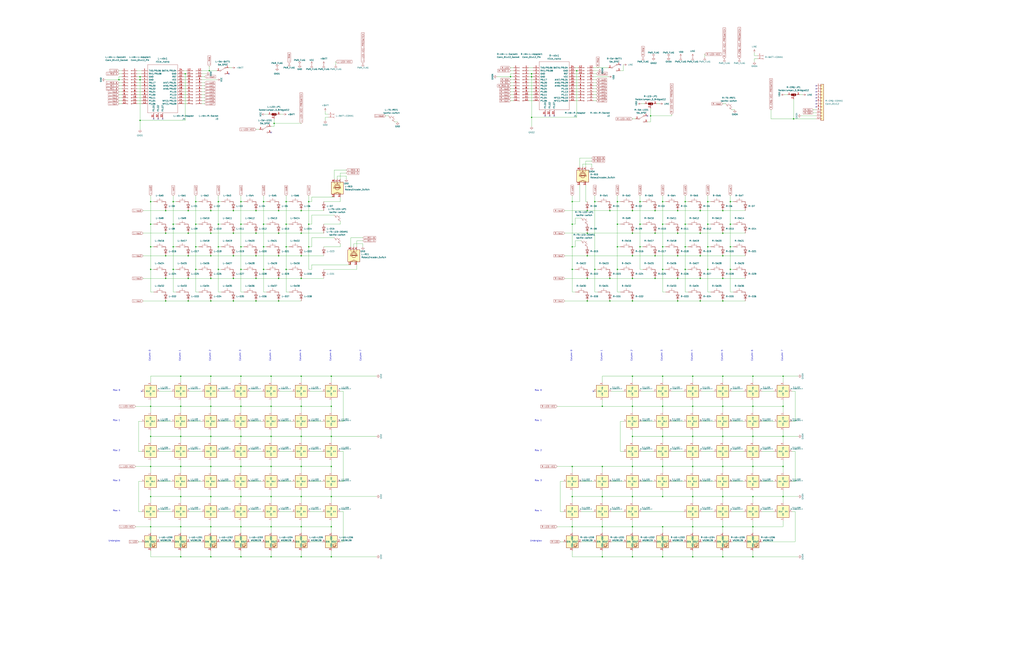
<source format=kicad_sch>
(kicad_sch (version 20230121) (generator eeschema)
  (paper "D")
  (junction (at 203.2 189.23))
  (junction (at 279.4 368.3))
  (junction (at 590.55 234.95))
  (junction (at 177.8 444.5))
  (junction (at 609.6 393.7))
  (junction (at 254 215.9))
  (junction (at 609.6 254))
  (junction (at 552.45 177.8))
  (junction (at 590.55 196.85))
  (junction (at 279.4 317.5))
  (junction (at 482.6 393.7))
  (junction (at 260.35 170.18))
  (junction (at 177.8 215.9))
  (junction (at 158.75 196.85))
  (junction (at 139.7 234.95))
  (junction (at 156.21 62.23))
  (junction (at 228.6 419.1))
  (junction (at 558.8 208.28))
  (junction (at 177.8 419.1))
  (junction (at 158.75 177.8))
  (junction (at 660.4 342.9))
  (junction (at 146.05 170.18))
  (junction (at 222.25 208.28))
  (junction (at 127 189.23))
  (junction (at 176.53 59.69))
  (junction (at 158.75 254))
  (junction (at 495.3 234.95))
  (junction (at 254 419.1))
  (junction (at 533.4 234.95))
  (junction (at 152.4 419.1))
  (junction (at 241.3 189.23))
  (junction (at 196.85 196.85))
  (junction (at 139.7 177.8))
  (junction (at 520.7 170.18))
  (junction (at 152.4 368.3))
  (junction (at 615.95 189.23))
  (junction (at 234.95 254))
  (junction (at 495.3 196.85))
  (junction (at 486.41 59.69))
  (junction (at 495.3 215.9))
  (junction (at 584.2 317.5))
  (junction (at 577.85 189.23))
  (junction (at 482.6 208.28))
  (junction (at 596.9 189.23))
  (junction (at 520.7 189.23))
  (junction (at 127 227.33))
  (junction (at 177.8 317.5))
  (junction (at 177.8 393.7))
  (junction (at 254 342.9))
  (junction (at 146.05 227.33))
  (junction (at 184.15 189.23))
  (junction (at 514.35 234.95))
  (junction (at 215.9 196.85))
  (junction (at 279.4 469.9))
  (junction (at 609.6 234.95))
  (junction (at 184.15 208.28))
  (junction (at 571.5 215.9))
  (junction (at 596.9 208.28))
  (junction (at 533.4 419.1))
  (junction (at 203.2 393.7))
  (junction (at 660.4 317.5))
  (junction (at 584.2 393.7))
  (junction (at 584.2 342.9))
  (junction (at 609.6 368.3))
  (junction (at 254 469.9))
  (junction (at 118.11 64.77))
  (junction (at 558.8 469.9))
  (junction (at 260.35 208.28))
  (junction (at 152.4 317.5))
  (junction (at 590.55 177.8))
  (junction (at 165.1 189.23))
  (junction (at 184.15 170.18))
  (junction (at 533.4 317.5))
  (junction (at 127 368.3))
  (junction (at 558.8 227.33))
  (junction (at 448.31 64.77))
  (junction (at 635 317.5))
  (junction (at 203.2 444.5))
  (junction (at 552.45 234.95))
  (junction (at 177.8 234.95))
  (junction (at 279.4 444.5))
  (junction (at 177.8 196.85))
  (junction (at 139.7 215.9))
  (junction (at 609.6 444.5))
  (junction (at 539.75 189.23))
  (junction (at 635 393.7))
  (junction (at 571.5 196.85))
  (junction (at 609.6 196.85))
  (junction (at 203.2 317.5))
  (junction (at 203.2 208.28))
  (junction (at 222.25 189.23))
  (junction (at 127 444.5))
  (junction (at 196.85 215.9))
  (junction (at 520.7 208.28))
  (junction (at 635 368.3))
  (junction (at 254 393.7))
  (junction (at 552.45 196.85))
  (junction (at 584.2 444.5))
  (junction (at 533.4 368.3))
  (junction (at 228.6 342.9))
  (junction (at 241.3 170.18))
  (junction (at 127 393.7))
  (junction (at 279.4 342.9))
  (junction (at 165.1 170.18))
  (junction (at 215.9 215.9))
  (junction (at 234.95 177.8))
  (junction (at 533.4 342.9))
  (junction (at 508 469.9))
  (junction (at 152.4 444.5))
  (junction (at 118.11 67.31))
  (junction (at 177.8 254))
  (junction (at 222.25 170.18))
  (junction (at 228.6 317.5))
  (junction (at 635 444.5))
  (junction (at 635 342.9))
  (junction (at 584.2 469.9))
  (junction (at 596.9 227.33))
  (junction (at 127 342.9))
  (junction (at 533.4 444.5))
  (junction (at 231.14 104.14))
  (junction (at 254 444.5))
  (junction (at 146.05 189.23))
  (junction (at 577.85 208.28))
  (junction (at 533.4 469.9))
  (junction (at 609.6 342.9))
  (junction (at 495.3 177.8))
  (junction (at 615.95 208.28))
  (junction (at 254 234.95))
  (junction (at 558.8 368.3))
  (junction (at 590.55 254))
  (junction (at 558.8 342.9))
  (junction (at 177.8 342.9))
  (junction (at 609.6 419.1))
  (junction (at 234.95 234.95))
  (junction (at 635 469.9))
  (junction (at 635 419.1))
  (junction (at 177.8 177.8))
  (junction (at 260.35 189.23))
  (junction (at 203.2 419.1))
  (junction (at 482.6 419.1))
  (junction (at 508 393.7))
  (junction (at 615.95 170.18))
  (junction (at 533.4 215.9))
  (junction (at 279.4 393.7))
  (junction (at 660.4 419.1))
  (junction (at 501.65 170.18))
  (junction (at 609.6 177.8))
  (junction (at 234.95 215.9))
  (junction (at 152.4 393.7))
  (junction (at 552.45 215.9))
  (junction (at 584.2 368.3))
  (junction (at 448.31 62.23))
  (junction (at 514.35 254))
  (junction (at 539.75 208.28))
  (junction (at 203.2 368.3))
  (junction (at 571.5 177.8))
  (junction (at 118.11 101.6))
  (junction (at 669.29 100.33))
  (junction (at 152.4 469.9))
  (junction (at 577.85 227.33))
  (junction (at 508 342.9))
  (junction (at 609.6 317.5))
  (junction (at 609.6 469.9))
  (junction (at 203.2 469.9))
  (junction (at 139.7 196.85))
  (junction (at 279.4 419.1))
  (junction (at 184.15 227.33))
  (junction (at 508 444.5))
  (junction (at 520.7 227.33))
  (junction (at 196.85 177.8))
  (junction (at 177.8 368.3))
  (junction (at 127 419.1))
  (junction (at 241.3 227.33))
  (junction (at 590.55 215.9))
  (junction (at 508 419.1))
  (junction (at 533.4 177.8))
  (junction (at 539.75 170.18))
  (junction (at 448.31 99.06))
  (junction (at 254 317.5))
  (junction (at 158.75 234.95))
  (junction (at 571.5 254))
  (junction (at 215.9 254))
  (junction (at 482.6 170.18))
  (junction (at 482.6 444.5))
  (junction (at 203.2 342.9))
  (junction (at 533.4 393.7))
  (junction (at 254 177.8))
  (junction (at 533.4 254))
  (junction (at 228.6 393.7))
  (junction (at 514.35 177.8))
  (junction (at 127 208.28))
  (junction (at 177.8 469.9))
  (junction (at 222.25 227.33))
  (junction (at 228.6 368.3))
  (junction (at 615.95 227.33))
  (junction (at 203.2 227.33))
  (junction (at 165.1 208.28))
  (junction (at 196.85 234.95))
  (junction (at 482.6 227.33))
  (junction (at 558.8 444.5))
  (junction (at 584.2 419.1))
  (junction (at 609.6 215.9))
  (junction (at 146.05 208.28))
  (junction (at 660.4 393.7))
  (junction (at 571.5 234.95))
  (junction (at 203.2 170.18))
  (junction (at 234.95 196.85))
  (junction (at 152.4 342.9))
  (junction (at 158.75 215.9))
  (junction (at 139.7 254))
  (junction (at 254 196.85))
  (junction (at 558.8 419.1))
  (junction (at 228.6 469.9))
  (junction (at 127 170.18))
  (junction (at 558.8 189.23))
  (junction (at 660.4 368.3))
  (junction (at 215.9 234.95))
  (junction (at 533.4 196.85))
  (junction (at 596.9 170.18))
  (junction (at 165.1 227.33))
  (junction (at 228.6 444.5))
  (junction (at 196.85 254))
  (junction (at 501.65 227.33))
  (junction (at 241.3 208.28))
  (junction (at 495.3 254))
  (junction (at 548.64 97.79))
  (junction (at 558.8 170.18))
  (junction (at 577.85 170.18))
  (junction (at 558.8 393.7))
  (junction (at 430.53 64.77))
  (junction (at 558.8 317.5))
  (junction (at 100.33 67.31))
  (junction (at 215.9 177.8))
  (junction (at 254 368.3))
  (junction (at 482.6 189.23))
  (no_connect (at 688.34 80.01))
  (no_connect (at 467.36 97.79))
  (no_connect (at 688.34 72.39))
  (no_connect (at 688.34 85.09))
  (no_connect (at 119.38 330.2))
  (no_connect (at 463.55 97.79))
  (no_connect (at 129.54 100.33))
  (no_connect (at 228.6 111.76))
  (no_connect (at 688.34 82.55))
  (no_connect (at 137.16 100.33))
  (no_connect (at 500.38 330.2))
  (no_connect (at 688.34 90.17))
  (no_connect (at 193.04 62.23))
  (no_connect (at 546.1 97.79))
  (no_connect (at 133.35 100.33))
  (no_connect (at 688.34 87.63))
  (no_connect (at 523.24 54.61))
  (no_connect (at 688.34 77.47))
  (no_connect (at 459.74 97.79))
  (no_connect (at 688.34 74.93))
  (wire (pts (xy 584.2 419.1) (xy 609.6 419.1)))
  (wire (pts (xy 283.21 52.07) (xy 283.21 54.61)))
  (wire (pts (xy 504.19 227.33) (xy 501.65 227.33)))
  (wire (pts (xy 241.3 227.33) (xy 241.3 246.38)))
  (wire (pts (xy 170.18 80.01) (xy 172.72 80.01)))
  (wire (pts (xy 287.02 146.05) (xy 292.1 146.05)))
  (wire (pts (xy 279.4 419.1) (xy 279.4 414.02)))
  (wire (pts (xy 157.48 69.85) (xy 154.94 69.85)))
  (wire (pts (xy 115.57 62.23) (xy 119.38 62.23)))
  (wire (pts (xy 177.8 196.85) (xy 196.85 196.85)))
  (wire (pts (xy 241.3 170.18) (xy 241.3 165.1)))
  (wire (pts (xy 617.22 406.4) (xy 627.38 406.4)))
  (wire (pts (xy 152.4 449.58) (xy 152.4 444.5)))
  (wire (pts (xy 508 444.5) (xy 482.6 444.5)))
  (wire (pts (xy 177.8 439.42) (xy 177.8 444.5)))
  (wire (pts (xy 203.2 246.38) (xy 203.2 227.33)))
  (wire (pts (xy 487.68 72.39) (xy 485.14 72.39)))
  (wire (pts (xy 520.7 227.33) (xy 520.7 208.28)))
  (wire (pts (xy 228.6 337.82) (xy 228.6 342.9)))
  (wire (pts (xy 488.95 133.35) (xy 499.11 133.35)))
  (wire (pts (xy 215.9 254) (xy 234.95 254)))
  (wire (pts (xy 228.6 439.42) (xy 228.6 444.5)))
  (wire (pts (xy 118.11 64.77) (xy 118.11 67.31)))
  (wire (pts (xy 203.2 317.5) (xy 228.6 317.5)))
  (wire (pts (xy 499.11 138.43) (xy 499.11 140.97)))
  (wire (pts (xy 533.4 215.9) (xy 552.45 215.9)))
  (wire (pts (xy 541.02 431.8) (xy 576.58 431.8)))
  (wire (pts (xy 185.42 406.4) (xy 195.58 406.4)))
  (wire (pts (xy 617.22 92.71) (xy 619.76 92.71)))
  (wire (pts (xy 222.25 189.23) (xy 222.25 170.18)))
  (wire (pts (xy 254 439.42) (xy 254 444.5)))
  (wire (pts (xy 609.6 196.85) (xy 628.65 196.85)))
  (wire (pts (xy 445.77 62.23) (xy 448.31 62.23)))
  (wire (pts (xy 185.42 457.2) (xy 195.58 457.2)))
  (wire (pts (xy 642.62 431.8) (xy 652.78 431.8)))
  (wire (pts (xy 177.8 342.9) (xy 152.4 342.9)))
  (wire (pts (xy 119.38 431.8) (xy 116.84 431.8)))
  (wire (pts (xy 203.2 363.22) (xy 203.2 368.3)))
  (wire (pts (xy 533.4 439.42) (xy 533.4 444.5)))
  (wire (pts (xy 170.18 82.55) (xy 172.72 82.55)))
  (wire (pts (xy 203.2 449.58) (xy 203.2 444.5)))
  (wire (pts (xy 609.6 234.95) (xy 628.65 234.95)))
  (wire (pts (xy 500.38 85.09) (xy 502.92 85.09)))
  (wire (pts (xy 609.6 347.98) (xy 609.6 342.9)))
  (wire (pts (xy 170.18 59.69) (xy 176.53 59.69)))
  (wire (pts (xy 618.49 246.38) (xy 615.95 246.38)))
  (wire (pts (xy 673.1 368.3) (xy 660.4 368.3)))
  (wire (pts (xy 193.04 57.15) (xy 195.58 57.15)))
  (wire (pts (xy 129.54 170.18) (xy 127 170.18)))
  (wire (pts (xy 186.69 227.33) (xy 184.15 227.33)))
  (wire (pts (xy 533.4 393.7) (xy 508 393.7)))
  (wire (pts (xy 615.95 246.38) (xy 615.95 227.33)))
  (wire (pts (xy 102.87 64.77) (xy 100.33 64.77)))
  (wire (pts (xy 215.9 109.22) (xy 218.44 109.22)))
  (wire (pts (xy 134.62 355.6) (xy 144.78 355.6)))
  (wire (pts (xy 448.31 99.06) (xy 448.31 106.68)))
  (wire (pts (xy 160.02 406.4) (xy 170.18 406.4)))
  (wire (pts (xy 184.15 170.18) (xy 184.15 165.1)))
  (wire (pts (xy 205.74 208.28) (xy 203.2 208.28)))
  (wire (pts (xy 152.4 444.5) (xy 127 444.5)))
  (wire (pts (xy 262.89 223.52) (xy 295.91 223.52)))
  (wire (pts (xy 515.62 457.2) (xy 525.78 457.2)))
  (wire (pts (xy 228.6 419.1) (xy 254 419.1)))
  (wire (pts (xy 127 246.38) (xy 127 227.33)))
  (wire (pts (xy 584.2 393.7) (xy 558.8 393.7)))
  (wire (pts (xy 100.33 87.63) (xy 102.87 87.63)))
  (wire (pts (xy 561.34 246.38) (xy 558.8 246.38)))
  (wire (pts (xy 205.74 246.38) (xy 203.2 246.38)))
  (wire (pts (xy 482.6 393.7) (xy 469.9 393.7)))
  (wire (pts (xy 127 208.28) (xy 127 189.23)))
  (wire (pts (xy 241.3 189.23) (xy 241.3 170.18)))
  (wire (pts (xy 298.45 208.28) (xy 298.45 205.74)))
  (wire (pts (xy 228.6 424.18) (xy 228.6 419.1)))
  (wire (pts (xy 590.55 196.85) (xy 609.6 196.85)))
  (wire (pts (xy 500.38 59.69) (xy 504.19 59.69)))
  (wire (pts (xy 170.18 64.77) (xy 172.72 64.77)))
  (wire (pts (xy 254 322.58) (xy 254 317.5)))
  (wire (pts (xy 494.03 156.21) (xy 494.03 170.18)))
  (wire (pts (xy 685.8 95.25) (xy 688.34 95.25)))
  (wire (pts (xy 445.77 80.01) (xy 449.58 80.01)))
  (wire (pts (xy 224.79 208.28) (xy 222.25 208.28)))
  (wire (pts (xy 638.81 46.99) (xy 636.27 46.99)))
  (wire (pts (xy 167.64 227.33) (xy 165.1 227.33)))
  (wire (pts (xy 571.5 196.85) (xy 590.55 196.85)))
  (wire (pts (xy 577.85 170.18) (xy 577.85 165.1)))
  (wire (pts (xy 566.42 97.79) (xy 548.64 97.79)))
  (wire (pts (xy 120.65 177.8) (xy 139.7 177.8)))
  (wire (pts (xy 596.9 227.33) (xy 596.9 208.28)))
  (wire (pts (xy 660.4 337.82) (xy 660.4 342.9)))
  (wire (pts (xy 668.02 406.4) (xy 670.56 406.4)))
  (wire (pts (xy 533.4 449.58) (xy 533.4 444.5)))
  (wire (pts (xy 261.62 431.8) (xy 271.78 431.8)))
  (wire (pts (xy 430.53 85.09) (xy 433.07 85.09)))
  (wire (pts (xy 584.2 322.58) (xy 584.2 317.5)))
  (wire (pts (xy 148.59 170.18) (xy 146.05 170.18)))
  (wire (pts (xy 469.9 444.5) (xy 482.6 444.5)))
  (wire (pts (xy 279.4 337.82) (xy 279.4 342.9)))
  (wire (pts (xy 116.84 406.4) (xy 119.38 406.4)))
  (wire (pts (xy 591.82 355.6) (xy 601.98 355.6)))
  (wire (pts (xy 281.94 151.13) (xy 281.94 143.51)))
  (wire (pts (xy 289.56 457.2) (xy 289.56 431.8)))
  (wire (pts (xy 254 196.85) (xy 273.05 196.85)))
  (wire (pts (xy 500.38 72.39) (xy 502.92 72.39)))
  (wire (pts (xy 504.19 170.18) (xy 501.65 170.18)))
  (wire (pts (xy 127 414.02) (xy 127 419.1)))
  (wire (pts (xy 203.2 208.28) (xy 203.2 189.23)))
  (wire (pts (xy 205.74 170.18) (xy 203.2 170.18)))
  (wire (pts (xy 609.6 215.9) (xy 628.65 215.9)))
  (wire (pts (xy 157.48 77.47) (xy 154.94 77.47)))
  (wire (pts (xy 670.56 431.8) (xy 668.02 431.8)))
  (wire (pts (xy 508 322.58) (xy 508 317.5)))
  (wire (pts (xy 558.8 189.23) (xy 558.8 170.18)))
  (wire (pts (xy 419.1 64.77) (xy 430.53 64.77)))
  (wire (pts (xy 469.9 342.9) (xy 508 342.9)))
  (wire (pts (xy 670.56 355.6) (xy 670.56 330.2)))
  (wire (pts (xy 590.55 234.95) (xy 609.6 234.95)))
  (wire (pts (xy 262.89 208.28) (xy 260.35 208.28)))
  (wire (pts (xy 276.86 99.06) (xy 274.32 99.06)))
  (wire (pts (xy 127 439.42) (xy 127 444.5)))
  (wire (pts (xy 635 347.98) (xy 635 342.9)))
  (wire (pts (xy 205.74 189.23) (xy 203.2 189.23)))
  (wire (pts (xy 177.8 322.58) (xy 177.8 317.5)))
  (wire (pts (xy 533.4 368.3) (xy 558.8 368.3)))
  (wire (pts (xy 228.6 347.98) (xy 228.6 342.9)))
  (wire (pts (xy 539.75 208.28) (xy 539.75 189.23)))
  (wire (pts (xy 279.4 439.42) (xy 279.4 444.5)))
  (wire (pts (xy 542.29 170.18) (xy 539.75 170.18)))
  (wire (pts (xy 120.65 196.85) (xy 139.7 196.85)))
  (wire (pts (xy 177.8 373.38) (xy 177.8 368.3)))
  (wire (pts (xy 120.65 254) (xy 139.7 254)))
  (wire (pts (xy 287.02 208.28) (xy 273.05 208.28)))
  (wire (pts (xy 609.6 444.5) (xy 584.2 444.5)))
  (wire (pts (xy 485.14 246.38) (xy 482.6 246.38)))
  (wire (pts (xy 599.44 189.23) (xy 596.9 189.23)))
  (wire (pts (xy 501.65 246.38) (xy 501.65 227.33)))
  (wire (pts (xy 281.94 200.66) (xy 262.89 200.66)))
  (wire (pts (xy 139.7 234.95) (xy 158.75 234.95)))
  (wire (pts (xy 448.31 62.23) (xy 448.31 64.77)))
  (wire (pts (xy 445.77 64.77) (xy 448.31 64.77)))
  (wire (pts (xy 158.75 254) (xy 177.8 254)))
  (wire (pts (xy 558.8 373.38) (xy 558.8 368.3)))
  (wire (pts (xy 152.4 363.22) (xy 152.4 368.3)))
  (wire (pts (xy 533.4 363.22) (xy 533.4 368.3)))
  (wire (pts (xy 508 469.9) (xy 533.4 469.9)))
  (wire (pts (xy 177.8 469.9) (xy 203.2 469.9)))
  (wire (pts (xy 167.64 246.38) (xy 165.1 246.38)))
  (wire (pts (xy 156.21 62.23) (xy 156.21 101.6)))
  (wire (pts (xy 152.4 414.02) (xy 152.4 419.1)))
  (wire (pts (xy 552.45 234.95) (xy 571.5 234.95)))
  (wire (pts (xy 262.89 170.18) (xy 262.89 166.37)))
  (wire (pts (xy 488.95 170.18) (xy 488.95 156.21)))
  (wire (pts (xy 170.18 87.63) (xy 172.72 87.63)))
  (wire (pts (xy 558.8 170.18) (xy 558.8 165.1)))
  (wire (pts (xy 430.53 74.93) (xy 433.07 74.93)))
  (wire (pts (xy 488.95 140.97) (xy 488.95 133.35)))
  (wire (pts (xy 584.2 398.78) (xy 584.2 393.7)))
  (wire (pts (xy 482.6 208.28) (xy 482.6 189.23)))
  (wire (pts (xy 487.68 74.93) (xy 485.14 74.93)))
  (wire (pts (xy 590.55 177.8) (xy 609.6 177.8)))
  (wire (pts (xy 254 464.82) (xy 254 469.9)))
  (wire (pts (xy 584.2 439.42) (xy 584.2 444.5)))
  (wire (pts (xy 222.25 170.18) (xy 222.25 165.1)))
  (wire (pts (xy 617.22 381) (xy 627.38 381)))
  (wire (pts (xy 210.82 330.2) (xy 220.98 330.2)))
  (wire (pts (xy 279.4 342.9) (xy 254 342.9)))
  (wire (pts (xy 332.74 102.87) (xy 335.28 102.87)))
  (wire (pts (xy 533.4 464.82) (xy 533.4 469.9)))
  (wire (pts (xy 500.38 69.85) (xy 502.92 69.85)))
  (wire (pts (xy 615.95 189.23) (xy 615.95 170.18)))
  (wire (pts (xy 127 342.9) (xy 127 337.82)))
  (wire (pts (xy 495.3 196.85) (xy 533.4 196.85)))
  (wire (pts (xy 635 342.9) (xy 609.6 342.9)))
  (wire (pts (xy 558.8 208.28) (xy 558.8 189.23)))
  (wire (pts (xy 472.44 406.4) (xy 474.98 406.4)))
  (wire (pts (xy 533.4 177.8) (xy 552.45 177.8)))
  (wire (pts (xy 262.89 227.33) (xy 262.89 223.52)))
  (wire (pts (xy 638.81 49.53) (xy 636.27 49.53)))
  (wire (pts (xy 558.8 464.82) (xy 558.8 469.9)))
  (wire (pts (xy 482.6 469.9) (xy 508 469.9)))
  (wire (pts (xy 558.8 347.98) (xy 558.8 342.9)))
  (wire (pts (xy 234.95 215.9) (xy 254 215.9)))
  (wire (pts (xy 482.6 246.38) (xy 482.6 227.33)))
  (wire (pts (xy 494.03 140.97) (xy 494.03 135.89)))
  (wire (pts (xy 520.7 170.18) (xy 520.7 165.1)))
  (wire (pts (xy 487.68 77.47) (xy 485.14 77.47)))
  (wire (pts (xy 668.02 355.6) (xy 670.56 355.6)))
  (wire (pts (xy 228.6 464.82) (xy 228.6 469.9)))
  (wire (pts (xy 279.4 419.1) (xy 317.5 419.1)))
  (wire (pts (xy 485.14 227.33) (xy 482.6 227.33)))
  (wire (pts (xy 158.75 196.85) (xy 177.8 196.85)))
  (wire (pts (xy 500.38 57.15) (xy 513.08 57.15)))
  (wire (pts (xy 558.8 342.9) (xy 533.4 342.9)))
  (wire (pts (xy 541.02 330.2) (xy 551.18 330.2)))
  (wire (pts (xy 508 414.02) (xy 508 419.1)))
  (wire (pts (xy 445.77 59.69) (xy 449.58 59.69)))
  (wire (pts (xy 157.48 87.63) (xy 154.94 87.63)))
  (wire (pts (xy 558.8 449.58) (xy 558.8 444.5)))
  (wire (pts (xy 118.11 64.77) (xy 119.38 64.77)))
  (wire (pts (xy 279.4 388.62) (xy 279.4 393.7)))
  (wire (pts (xy 184.15 189.23) (xy 184.15 170.18)))
  (wire (pts (xy 254 424.18) (xy 254 419.1)))
  (wire (pts (xy 228.6 368.3) (xy 254 368.3)))
  (wire (pts (xy 279.4 393.7) (xy 254 393.7)))
  (wire (pts (xy 118.11 67.31) (xy 118.11 101.6)))
  (wire (pts (xy 533.4 388.62) (xy 533.4 393.7)))
  (wire (pts (xy 660.4 419.1) (xy 660.4 414.02)))
  (wire (pts (xy 152.4 317.5) (xy 177.8 317.5)))
  (wire (pts (xy 287.02 355.6) (xy 289.56 355.6)))
  (wire (pts (xy 515.62 406.4) (xy 525.78 406.4)))
  (wire (pts (xy 596.9 246.38) (xy 596.9 227.33)))
  (wire (pts (xy 243.84 170.18) (xy 241.3 170.18)))
  (wire (pts (xy 215.9 177.8) (xy 234.95 177.8)))
  (wire (pts (xy 618.49 227.33) (xy 615.95 227.33)))
  (wire (pts (xy 157.48 82.55) (xy 154.94 82.55)))
  (wire (pts (xy 508 337.82) (xy 508 342.9)))
  (wire (pts (xy 500.38 67.31) (xy 502.92 67.31)))
  (wire (pts (xy 152.4 342.9) (xy 152.4 347.98)))
  (wire (pts (xy 590.55 254) (xy 609.6 254)))
  (wire (pts (xy 118.11 109.22) (xy 118.11 101.6)))
  (wire (pts (xy 100.33 80.01) (xy 102.87 80.01)))
  (wire (pts (xy 254 414.02) (xy 254 419.1)))
  (wire (pts (xy 115.57 69.85) (xy 119.38 69.85)))
  (wire (pts (xy 236.22 457.2) (xy 246.38 457.2)))
  (wire (pts (xy 476.25 234.95) (xy 495.3 234.95)))
  (wire (pts (xy 472.44 457.2) (xy 474.98 457.2)))
  (wire (pts (xy 170.18 72.39) (xy 172.72 72.39)))
  (wire (pts (xy 514.35 177.8) (xy 533.4 177.8)))
  (wire (pts (xy 262.89 170.18) (xy 260.35 170.18)))
  (wire (pts (xy 670.56 381) (xy 668.02 381)))
  (wire (pts (xy 158.75 177.8) (xy 177.8 177.8)))
  (wire (pts (xy 430.53 72.39) (xy 433.07 72.39)))
  (wire (pts (xy 584.2 464.82) (xy 584.2 469.9)))
  (wire (pts (xy 254 444.5) (xy 254 449.58)))
  (wire (pts (xy 177.8 393.7) (xy 152.4 393.7)))
  (wire (pts (xy 525.78 381) (xy 523.24 381)))
  (wire (pts (xy 236.22 381) (xy 246.38 381)))
  (wire (pts (xy 476.25 177.8) (xy 495.3 177.8)))
  (wire (pts (xy 203.2 398.78) (xy 203.2 393.7)))
  (wire (pts (xy 223.52 96.52) (xy 226.06 96.52)))
  (wire (pts (xy 491.49 138.43) (xy 499.11 138.43)))
  (wire (pts (xy 635 393.7) (xy 609.6 393.7)))
  (wire (pts (xy 609.6 439.42) (xy 609.6 444.5)))
  (wire (pts (xy 185.42 381) (xy 195.58 381)))
  (wire (pts (xy 152.4 342.9) (xy 127 342.9)))
  (wire (pts (xy 523.24 208.28) (xy 520.7 208.28)))
  (wire (pts (xy 485.14 208.28) (xy 485.14 203.2)))
  (wire (pts (xy 533.4 342.9) (xy 508 342.9)))
  (wire (pts (xy 118.11 67.31) (xy 119.38 67.31)))
  (wire (pts (xy 577.85 189.23) (xy 577.85 170.18)))
  (wire (pts (xy 500.38 64.77) (xy 513.08 64.77)))
  (wire (pts (xy 115.57 72.39) (xy 119.38 72.39)))
  (wire (pts (xy 115.57 87.63) (xy 119.38 87.63)))
  (wire (pts (xy 486.41 99.06) (xy 448.31 99.06)))
  (wire (pts (xy 177.8 368.3) (xy 203.2 368.3)))
  (wire (pts (xy 134.62 381) (xy 144.78 381)))
  (wire (pts (xy 203.2 419.1) (xy 228.6 419.1)))
  (wire (pts (xy 224.79 227.33) (xy 222.25 227.33)))
  (wire (pts (xy 635 444.5) (xy 635 449.58)))
  (wire (pts (xy 228.6 388.62) (xy 228.6 393.7)))
  (wire (pts (xy 548.64 102.87) (xy 548.64 97.79)))
  (wire (pts (xy 445.77 74.93) (xy 449.58 74.93)))
  (wire (pts (xy 170.18 77.47) (xy 172.72 77.47)))
  (wire (pts (xy 115.57 80.01) (xy 119.38 80.01)))
  (wire (pts (xy 127 393.7) (xy 127 398.78)))
  (wire (pts (xy 129.54 227.33) (xy 127 227.33)))
  (wire (pts (xy 635 439.42) (xy 635 444.5)))
  (wire (pts (xy 157.48 64.77) (xy 154.94 64.77)))
  (wire (pts (xy 661.67 80.01) (xy 664.21 80.01)))
  (wire (pts (xy 228.6 317.5) (xy 254 317.5)))
  (wire (pts (xy 177.8 363.22) (xy 177.8 368.3)))
  (wire (pts (xy 660.4 393.7) (xy 635 393.7)))
  (wire (pts (xy 167.64 189.23) (xy 165.1 189.23)))
  (wire (pts (xy 203.2 469.9) (xy 228.6 469.9)))
  (wire (pts (xy 566.42 457.2) (xy 576.58 457.2)))
  (wire (pts (xy 177.8 449.58) (xy 177.8 444.5)))
  (wire (pts (xy 474.98 431.8) (xy 472.44 431.8)))
  (wire (pts (xy 561.34 208.28) (xy 558.8 208.28)))
  (wire (pts (xy 281.94 143.51) (xy 292.1 143.51)))
  (wire (pts (xy 176.53 59.69) (xy 182.88 59.69)))
  (wire (pts (xy 487.68 69.85) (xy 485.14 69.85)))
  (wire (pts (xy 228.6 398.78) (xy 228.6 393.7)))
  (wire (pts (xy 660.4 347.98) (xy 660.4 342.9)))
  (wire (pts (xy 609.6 368.3) (xy 635 368.3)))
  (wire (pts (xy 236.22 406.4) (xy 246.38 406.4)))
  (wire (pts (xy 157.48 80.01) (xy 154.94 80.01)))
  (wire (pts (xy 500.38 80.01) (xy 502.92 80.01)))
  (wire (pts (xy 523.24 59.69) (xy 525.78 59.69)))
  (wire (pts (xy 482.6 444.5) (xy 482.6 449.58)))
  (wire (pts (xy 186.69 170.18) (xy 184.15 170.18)))
  (wire (pts (xy 273.05 227.33) (xy 300.99 227.33)))
  (wire (pts (xy 127 170.18) (xy 127 165.1)))
  (wire (pts (xy 231.14 106.68) (xy 228.6 106.68)))
  (wire (pts (xy 279.4 424.18) (xy 279.4 419.1)))
  (wire (pts (xy 584.2 444.5) (xy 584.2 449.58)))
  (wire (pts (xy 127 189.23) (xy 127 170.18)))
  (wire (pts (xy 558.8 393.7) (xy 533.4 393.7)))
  (wire (pts (xy 186.69 246.38) (xy 184.15 246.38)))
  (wire (pts (xy 580.39 170.18) (xy 577.85 170.18)))
  (wire (pts (xy 525.78 59.69) (xy 525.78 54.61)))
  (wire (pts (xy 533.4 342.9) (xy 533.4 347.98)))
  (wire (pts (xy 228.6 322.58) (xy 228.6 317.5)))
  (wire (pts (xy 445.77 77.47) (xy 449.58 77.47)))
  (wire (pts (xy 660.4 439.42) (xy 660.4 444.5)))
  (wire (pts (xy 260.35 189.23) (xy 260.35 170.18)))
  (wire (pts (xy 523.24 246.38) (xy 520.7 246.38)))
  (wire (pts (xy 228.6 373.38) (xy 228.6 368.3)))
  (wire (pts (xy 100.33 59.69) (xy 102.87 59.69)))
  (wire (pts (xy 495.3 254) (xy 514.35 254)))
  (wire (pts (xy 501.65 170.18) (xy 501.65 165.1)))
  (wire (pts (xy 236.22 431.8) (xy 246.38 431.8)))
  (wire (pts (xy 548.64 102.87) (xy 546.1 102.87)))
  (wire (pts (xy 152.4 393.7) (xy 127 393.7)))
  (wire (pts (xy 203.2 189.23) (xy 203.2 170.18)))
  (wire (pts (xy 100.33 67.31) (xy 102.87 67.31)))
  (wire (pts (xy 152.4 322.58) (xy 152.4 317.5)))
  (wire (pts (xy 558.8 227.33) (xy 558.8 208.28)))
  (wire (pts (xy 514.35 234.95) (xy 533.4 234.95)))
  (wire (pts (xy 609.6 414.02) (xy 609.6 419.1)))
  (wire (pts (xy 485.14 184.15) (xy 490.22 184.15)))
  (wire (pts (xy 508 464.82) (xy 508 469.9)))
  (wire (pts (xy 539.75 189.23) (xy 539.75 170.18)))
  (wire (pts (xy 482.6 464.82) (xy 482.6 469.9)))
  (wire (pts (xy 260.35 208.28) (xy 260.35 189.23)))
  (wire (pts (xy 287.02 189.23) (xy 273.05 189.23)))
  (wire (pts (xy 300.99 223.52) (xy 300.99 227.33)))
  (wire (pts (xy 254 393.7) (xy 228.6 393.7)))
  (wire (pts (xy 177.8 177.8) (xy 196.85 177.8)))
  (wire (pts (xy 660.4 388.62) (xy 660.4 393.7)))
  (wire (pts (xy 210.82 355.6) (xy 220.98 355.6)))
  (wire (pts (xy 100.33 82.55) (xy 102.87 82.55)))
  (wire (pts (xy 157.48 85.09) (xy 154.94 85.09)))
  (wire (pts (xy 541.02 381) (xy 551.18 381)))
  (wire (pts (xy 558.8 414.02) (xy 558.8 419.1)))
  (wire (pts (xy 584.2 414.02) (xy 584.2 419.1)))
  (wire (pts (xy 152.4 398.78) (xy 152.4 393.7)))
  (wire (pts (xy 146.05 246.38) (xy 146.05 227.33)))
  (wire (pts (xy 152.4 368.3) (xy 177.8 368.3)))
  (wire (pts (xy 472.44 431.8) (xy 472.44 406.4)))
  (wire (pts (xy 254 444.5) (xy 228.6 444.5)))
  (wire (pts (xy 115.57 74.93) (xy 119.38 74.93)))
  (wire (pts (xy 487.68 59.69) (xy 486.41 59.69)))
  (wire (pts (xy 262.89 181.61) (xy 262.89 189.23)))
  (wire (pts (xy 650.24 100.33) (xy 669.29 100.33)))
  (wire (pts (xy 284.48 151.13) (xy 284.48 148.59)))
  (wire (pts (xy 177.8 424.18) (xy 177.8 419.1)))
  (wire (pts (xy 617.22 431.8) (xy 627.38 431.8)))
  (wire (pts (xy 243.84 246.38) (xy 241.3 246.38)))
  (wire (pts (xy 642.62 330.2) (xy 652.78 330.2)))
  (wire (pts (xy 317.5 368.3) (xy 279.4 368.3)))
  (wire (pts (xy 494.03 170.18) (xy 495.3 170.18)))
  (wire (pts (xy 558.8 337.82) (xy 558.8 342.9)))
  (wire (pts (xy 539.75 227.33) (xy 539.75 208.28)))
  (wire (pts (xy 184.15 227.33) (xy 184.15 208.28)))
  (wire (pts (xy 241.3 227.33) (xy 243.84 227.33)))
  (wire (pts (xy 533.4 398.78) (xy 533.4 393.7)))
  (wire (pts (xy 609.6 363.22) (xy 609.6 368.3)))
  (wire (pts (xy 520.7 189.23) (xy 520.7 170.18)))
  (wire (pts (xy 114.3 444.5) (xy 127 444.5)))
  (wire (pts (xy 165.1 246.38) (xy 165.1 227.33)))
  (wire (pts (xy 254 215.9) (xy 273.05 215.9)))
  (wire (pts (xy 542.29 189.23) (xy 539.75 189.23)))
  (wire (pts (xy 289.56 381) (xy 287.02 381)))
  (wire (pts (xy 577.85 227.33) (xy 577.85 208.28)))
  (wire (pts (xy 487.68 64.77) (xy 485.14 64.77)))
  (wire (pts (xy 642.62 406.4) (xy 652.78 406.4)))
  (wire (pts (xy 116.84 457.2) (xy 119.38 457.2)))
  (wire (pts (xy 100.33 69.85) (xy 102.87 69.85)))
  (wire (pts (xy 445.77 57.15) (xy 449.58 57.15)))
  (wire (pts (xy 203.2 414.02) (xy 203.2 419.1)))
  (wire (pts (xy 254 337.82) (xy 254 342.9)))
  (wire (pts (xy 287.02 166.37) (xy 287.02 170.18)))
  (wire (pts (xy 495.3 234.95) (xy 514.35 234.95)))
  (wire (pts (xy 515.62 431.8) (xy 525.78 431.8)))
  (wire (pts (xy 100.33 74.93) (xy 102.87 74.93)))
  (wire (pts (xy 445.77 69.85) (xy 449.58 69.85)))
  (wire (pts (xy 203.2 464.82) (xy 203.2 469.9)))
  (wire (pts (xy 482.6 439.42) (xy 482.6 444.5)))
  (wire (pts (xy 673.1 469.9) (xy 635 469.9)))
  (wire (pts (xy 523.24 355.6) (xy 525.78 355.6)))
  (wire (pts (xy 482.6 393.7) (xy 482.6 398.78)))
  (wire (pts (xy 306.07 205.74) (xy 306.07 208.28)))
  (wire (pts (xy 584.2 317.5) (xy 609.6 317.5)))
  (wire (pts (xy 281.94 181.61) (xy 262.89 181.61)))
  (wire (pts (xy 185.42 355.6) (xy 195.58 355.6)))
  (wire (pts (xy 577.85 246.38) (xy 577.85 227.33)))
  (wire (pts (xy 167.64 170.18) (xy 165.1 170.18)))
  (wire (pts (xy 236.22 330.2) (xy 246.38 330.2)))
  (wire (pts (xy 177.8 337.82) (xy 177.8 342.9)))
  (wire (pts (xy 617.22 355.6) (xy 627.38 355.6)))
  (wire (pts (xy 609.6 177.8) (xy 628.65 177.8)))
  (wire (pts (xy 635 469.9) (xy 635 464.82)))
  (wire (pts (xy 596.9 189.23) (xy 596.9 170.18)))
  (wire (pts (xy 548.64 91.44) (xy 548.64 97.79)))
  (wire (pts (xy 203.2 347.98) (xy 203.2 342.9)))
  (wire (pts (xy 287.02 170.18) (xy 273.05 170.18)))
  (wire (pts (xy 580.39 227.33) (xy 577.85 227.33)))
  (wire (pts (xy 609.6 469.9) (xy 635 469.9)))
  (wire (pts (xy 533.4 373.38) (xy 533.4 368.3)))
  (wire (pts (xy 584.2 363.22) (xy 584.2 368.3)))
  (wire (pts (xy 146.05 170.18) (xy 146.05 165.1)))
  (wire (pts (xy 670.56 330.2) (xy 668.02 330.2)))
  (wire (pts (xy 609.6 373.38) (xy 609.6 368.3)))
  (wire (pts (xy 675.64 97.79) (xy 688.34 97.79)))
  (wire (pts (xy 228.6 444.5) (xy 228.6 449.58)))
  (wire (pts (xy 635 342.9) (xy 660.4 342.9)))
  (wire (pts (xy 599.44 208.28) (xy 596.9 208.28)))
  (wire (pts (xy 289.56 431.8) (xy 287.02 431.8)))
  (wire (pts (xy 445.77 82.55) (xy 449.58 82.55)))
  (wire (pts (xy 279.4 444.5) (xy 279.4 449.58)))
  (wire (pts (xy 210.82 381) (xy 220.98 381)))
  (wire (pts (xy 541.02 457.2) (xy 551.18 457.2)))
  (wire (pts (xy 254 363.22) (xy 254 368.3)))
  (wire (pts (xy 317.5 469.9) (xy 279.4 469.9)))
  (wire (pts (xy 157.48 59.69) (xy 154.94 59.69)))
  (wire (pts (xy 523.24 381) (xy 523.24 355.6)))
  (wire (pts (xy 170.18 74.93) (xy 172.72 74.93)))
  (wire (pts (xy 584.2 342.9) (xy 558.8 342.9)))
  (wire (pts (xy 599.44 170.18) (xy 596.9 170.18)))
  (wire (pts (xy 482.6 170.18) (xy 482.6 165.1)))
  (wire (pts (xy 430.53 59.69) (xy 433.07 59.69)))
  (wire (pts (xy 494.03 135.89) (xy 499.11 135.89)))
  (wire (pts (xy 152.4 464.82) (xy 152.4 469.9)))
  (wire (pts (xy 287.02 151.13) (xy 287.02 146.05)))
  (wire (pts (xy 196.85 234.95) (xy 215.9 234.95)))
  (wire (pts (xy 134.62 431.8) (xy 144.78 431.8)))
  (wire (pts (xy 541.02 355.6) (xy 551.18 355.6)))
  (wire (pts (xy 203.2 393.7) (xy 177.8 393.7)))
  (wire (pts (xy 590.55 215.9) (xy 609.6 215.9)))
  (wire (pts (xy 485.14 189.23) (xy 482.6 189.23)))
  (wire (pts (xy 558.8 368.3) (xy 584.2 368.3)))
  (wire (pts (xy 127 419.1) (xy 152.4 419.1)))
  (wire (pts (xy 552.45 196.85) (xy 571.5 196.85)))
  (wire (pts (xy 533.4 234.95) (xy 552.45 234.95)))
  (wire (pts (xy 642.62 381) (xy 652.78 381)))
  (wire (pts (xy 485.14 203.2) (xy 490.22 203.2)))
  (wire (pts (xy 542.29 227.33) (xy 539.75 227.33)))
  (wire (pts (xy 228.6 469.9) (xy 254 469.9)))
  (wire (pts (xy 584.2 373.38) (xy 584.2 368.3)))
  (wire (pts (xy 254 388.62) (xy 254 393.7)))
  (wire (pts (xy 287.02 457.2) (xy 289.56 457.2)))
  (wire (pts (xy 196.85 254) (xy 215.9 254)))
  (wire (pts (xy 591.82 431.8) (xy 601.98 431.8)))
  (wire (pts (xy 584.2 444.5) (xy 558.8 444.5)))
  (wire (pts (xy 177.8 464.82) (xy 177.8 469.9)))
  (wire (pts (xy 157.48 74.93) (xy 154.94 74.93)))
  (wire (pts (xy 635 317.5) (xy 660.4 317.5)))
  (wire (pts (xy 580.39 208.28) (xy 577.85 208.28)))
  (wire (pts (xy 100.33 62.23) (xy 102.87 62.23)))
  (wire (pts (xy 119.38 381) (xy 116.84 381)))
  (wire (pts (xy 222.25 246.38) (xy 222.25 227.33)))
  (wire (pts (xy 445.77 85.09) (xy 449.58 85.09)))
  (wire (pts (xy 660.4 393.7) (xy 660.4 398.78)))
  (wire (pts (xy 254 347.98) (xy 254 342.9)))
  (wire (pts (xy 241.3 208.28) (xy 241.3 189.23)))
  (wire (pts (xy 430.53 62.23) (xy 430.53 64.77)))
  (wire (pts (xy 210.82 457.2) (xy 220.98 457.2)))
  (wire (pts (xy 127 388.62) (xy 127 393.7)))
  (wire (pts (xy 203.2 444.5) (xy 177.8 444.5)))
  (wire (pts (xy 156.21 62.23) (xy 154.94 62.23)))
  (wire (pts (xy 158.75 234.95) (xy 177.8 234.95)))
  (wire (pts (xy 289.56 406.4) (xy 289.56 381)))
  (wire (pts (xy 210.82 406.4) (xy 220.98 406.4)))
  (wire (pts (xy 160.02 330.2) (xy 170.18 330.2)))
  (wire (pts (xy 571.5 215.9) (xy 590.55 215.9)))
  (wire (pts (xy 514.35 254) (xy 533.4 254)))
  (wire (pts (xy 487.68 80.01) (xy 485.14 80.01)))
  (wire (pts (xy 279.4 322.58) (xy 279.4 317.5)))
  (wire (pts (xy 300.99 203.2) (xy 306.07 203.2)))
  (wire (pts (xy 127 424.18) (xy 127 419.1)))
  (wire (pts (xy 558.8 419.1) (xy 584.2 419.1)))
  (wire (pts (xy 571.5 234.95) (xy 590.55 234.95)))
  (wire (pts (xy 120.65 234.95) (xy 139.7 234.95)))
  (wire (pts (xy 669.29 100.33) (xy 688.34 100.33)))
  (wire (pts (xy 596.9 170.18) (xy 596.9 165.1)))
  (wire (pts (xy 685.8 92.71) (xy 688.34 92.71)))
  (wire (pts (xy 177.8 388.62) (xy 177.8 393.7)))
  (wire (pts (xy 165.1 170.18) (xy 165.1 165.1)))
  (wire (pts (xy 234.95 177.8) (xy 254 177.8)))
  (wire (pts (xy 115.57 77.47) (xy 119.38 77.47)))
  (wire (pts (xy 618.49 170.18) (xy 615.95 170.18)))
  (wire (pts (xy 635 322.58) (xy 635 317.5)))
  (wire (pts (xy 635 368.3) (xy 635 363.22)))
  (wire (pts (xy 158.75 215.9) (xy 177.8 215.9)))
  (wire (pts (xy 660.4 444.5) (xy 635 444.5)))
  (wire (pts (xy 196.85 215.9) (xy 215.9 215.9)))
  (wire (pts (xy 558.8 322.58) (xy 558.8 317.5)))
  (wire (pts (xy 127 469.9) (xy 152.4 469.9)))
  (wire (pts (xy 115.57 85.09) (xy 119.38 85.09)))
  (wire (pts (xy 157.48 62.23) (xy 156.21 62.23)))
  (wire (pts (xy 618.49 208.28) (xy 615.95 208.28)))
  (wire (pts (xy 231.14 104.14) (xy 231.14 106.68)))
  (wire (pts (xy 177.8 414.02) (xy 177.8 419.1)))
  (wire (pts (xy 577.85 208.28) (xy 577.85 189.23)))
  (wire (pts (xy 660.4 317.5) (xy 673.1 317.5)))
  (wire (pts (xy 430.53 82.55) (xy 433.07 82.55)))
  (wire (pts (xy 552.45 215.9) (xy 571.5 215.9)))
  (wire (pts (xy 287.02 186.69) (xy 287.02 189.23)))
  (wire (pts (xy 487.68 67.31) (xy 485.14 67.31)))
  (wire (pts (xy 184.15 246.38) (xy 184.15 227.33)))
  (wire (pts (xy 584.2 424.18) (xy 584.2 419.1)))
  (wire (pts (xy 289.56 355.6) (xy 289.56 330.2)))
  (wire (pts (xy 533.4 414.02) (xy 533.4 419.1)))
  (wire (pts (xy 148.59 246.38) (xy 146.05 246.38)))
  (wire (pts (xy 533.4 317.5) (xy 558.8 317.5)))
  (wire (pts (xy 500.38 74.93) (xy 502.92 74.93)))
  (wire (pts (xy 210.82 431.8) (xy 220.98 431.8)))
  (wire (pts (xy 254 398.78) (xy 254 393.7)))
  (wire (pts (xy 487.68 57.15) (xy 485.14 57.15)))
  (wire (pts (xy 170.18 69.85) (xy 172.72 69.85)))
  (wire (pts (xy 139.7 196.85) (xy 158.75 196.85)))
  (wire (pts (xy 508 439.42) (xy 508 444.5)))
  (wire (pts (xy 254 177.8) (xy 273.05 177.8)))
  (wire (pts (xy 139.7 177.8) (xy 158.75 177.8)))
  (wire (pts (xy 533.4 322.58) (xy 533.4 317.5)))
  (wire (pts (xy 642.62 355.6) (xy 652.78 355.6)))
  (wire (pts (xy 185.42 330.2) (xy 195.58 330.2)))
  (wire (pts (xy 177.8 254) (xy 196.85 254)))
  (wire (pts (xy 495.3 215.9) (xy 533.4 215.9)))
  (wire (pts (xy 553.72 87.63) (xy 556.26 87.63)))
  (wire (pts (xy 533.4 424.18) (xy 533.4 419.1)))
  (wire (pts (xy 300.99 208.28) (xy 300.99 203.2)))
  (wire (pts (xy 635 393.7) (xy 635 398.78)))
  (wire (pts (xy 433.07 62.23) (xy 430.53 62.23)))
  (wire (pts (xy 224.79 189.23) (xy 222.25 189.23)))
  (wire (pts (xy 186.69 208.28) (xy 184.15 208.28)))
  (wire (pts (xy 224.79 170.18) (xy 222.25 170.18)))
  (wire (pts (xy 609.6 337.82) (xy 609.6 342.9)))
  (wire (pts (xy 261.62 381) (xy 271.78 381)))
  (wire (pts (xy 635 368.3) (xy 635 373.38)))
  (wire (pts (xy 635 444.5) (xy 609.6 444.5)))
  (wire (pts (xy 156.21 101.6) (xy 118.11 101.6)))
  (wire (pts (xy 152.4 419.1) (xy 177.8 419.1)))
  (wire (pts (xy 584.2 347.98) (xy 584.2 342.9)))
  (wire (pts (xy 580.39 246.38) (xy 577.85 246.38)))
  (wire (pts (xy 134.62 330.2) (xy 144.78 330.2)))
  (wire (pts (xy 276.86 96.52) (xy 274.32 96.52)))
  (wire (pts (xy 261.62 330.2) (xy 271.78 330.2)))
  (wire (pts (xy 234.95 234.95) (xy 254 234.95)))
  (wire (pts (xy 487.68 82.55) (xy 485.14 82.55)))
  (wire (pts (xy 254 419.1) (xy 279.4 419.1)))
  (wire (pts (xy 584.2 388.62) (xy 584.2 393.7)))
  (wire (pts (xy 533.4 469.9) (xy 558.8 469.9)))
  (wire (pts (xy 260.35 227.33) (xy 262.89 227.33)))
  (wire (pts (xy 533.4 196.85) (xy 552.45 196.85)))
  (wire (pts (xy 673.1 419.1) (xy 660.4 419.1)))
  (wire (pts (xy 231.14 104.14) (xy 254 104.14)))
  (wire (pts (xy 295.91 208.28) (xy 295.91 200.66)))
  (wire (pts (xy 236.22 355.6) (xy 246.38 355.6)))
  (wire (pts (xy 430.53 67.31) (xy 433.07 67.31)))
  (wire (pts (xy 571.5 177.8) (xy 590.55 177.8)))
  (wire (pts (xy 500.38 62.23) (xy 502.92 62.23)))
  (wire (pts (xy 184.15 208.28) (xy 184.15 189.23)))
  (wire (pts (xy 508 317.5) (xy 533.4 317.5)))
  (wire (pts (xy 523.24 189.23) (xy 520.7 189.23)))
  (wire (pts (xy 146.05 208.28) (xy 146.05 189.23)))
  (wire (pts (xy 617.22 457.2) (xy 627.38 457.2)))
  (wire (pts (xy 487.68 85.09) (xy 485.14 85.09)))
  (wire (pts (xy 224.79 246.38) (xy 222.25 246.38)))
  (wire (pts (xy 177.8 234.95) (xy 196.85 234.95)))
  (wire (pts (xy 561.34 170.18) (xy 558.8 170.18)))
  (wire (pts (xy 476.25 215.9) (xy 495.3 215.9)))
  (wire (pts (xy 167.64 208.28) (xy 165.1 208.28)))
  (wire (pts (xy 660.4 317.5) (xy 660.4 322.58)))
  (wire (pts (xy 476.25 254) (xy 495.3 254)))
  (wire (pts (xy 520.7 208.28) (xy 520.7 189.23)))
  (wire (pts (xy 254 342.9) (xy 228.6 342.9)))
  (wire (pts (xy 642.62 457.2) (xy 670.56 457.2)))
  (wire (pts (xy 115.57 64.77) (xy 118.11 64.77)))
  (wire (pts (xy 279.4 317.5) (xy 317.5 317.5)))
  (wire (pts (xy 580.39 189.23) (xy 577.85 189.23)))
  (wire (pts (xy 127 317.5) (xy 152.4 317.5)))
  (wire (pts (xy 176.53 55.88) (xy 176.53 59.69)))
  (wire (pts (xy 495.3 177.8) (xy 514.35 177.8)))
  (wire (pts (xy 203.2 373.38) (xy 203.2 368.3)))
  (wire (pts (xy 139.7 254) (xy 158.75 254)))
  (wire (pts (xy 561.34 227.33) (xy 558.8 227.33)))
  (wire (pts (xy 203.2 342.9) (xy 177.8 342.9)))
  (wire (pts (xy 152.4 337.82) (xy 152.4 342.9)))
  (wire (pts (xy 508 419.1) (xy 533.4 419.1)))
  (wire (pts (xy 566.42 355.6) (xy 576.58 355.6)))
  (wire (pts (xy 508 449.58) (xy 508 444.5)))
  (wire (pts (xy 177.8 444.5) (xy 152.4 444.5)))
  (wire (pts (xy 127 444.5) (xy 127 449.58)))
  (wire (pts (xy 236.22 96.52) (xy 238.76 96.52)))
  (wire (pts (xy 254 373.38) (xy 254 368.3)))
  (wire (pts (xy 100.33 64.77) (xy 100.33 67.31)))
  (wire (pts (xy 430.53 80.01) (xy 433.07 80.01)))
  (wire (pts (xy 566.42 96.52) (xy 566.42 97.79)))
  (wire (pts (xy 185.42 431.8) (xy 195.58 431.8)))
  (wire (pts (xy 254 234.95) (xy 273.05 234.95)))
  (wire (pts (xy 262.89 166.37) (xy 281.94 166.37)))
  (wire (pts (xy 615.95 170.18) (xy 615.95 165.1)))
  (wire (pts (xy 177.8 419.1) (xy 203.2 419.1)))
  (wire (pts (xy 609.6 87.63) (xy 612.14 87.63)))
  (wire (pts (xy 609.6 388.62) (xy 609.6 393.7)))
  (wire (pts (xy 609.6 398.78) (xy 609.6 393.7)))
  (wire (pts (xy 584.2 368.3) (xy 609.6 368.3)))
  (wire (pts (xy 289.56 330.2) (xy 287.02 330.2)))
  (wire (pts (xy 669.29 83.82) (xy 669.29 100.33)))
  (wire (pts (xy 487.68 62.23) (xy 485.14 62.23)))
  (wire (pts (xy 115.57 59.69) (xy 119.38 59.69)))
  (wire (pts (xy 196.85 177.8) (xy 215.9 177.8)))
  (wire (pts (xy 261.62 406.4) (xy 271.78 406.4)))
  (wire (pts (xy 127 322.58) (xy 127 317.5)))
  (wire (pts (xy 508 393.7) (xy 482.6 393.7)))
  (wire (pts (xy 504.19 246.38) (xy 501.65 246.38)))
  (wire (pts (xy 482.6 414.02) (xy 482.6 419.1)))
  (wire (pts (xy 152.4 373.38) (xy 152.4 368.3)))
  (wire (pts (xy 100.33 85.09) (xy 102.87 85.09)))
  (wire (pts (xy 482.6 419.1) (xy 508 419.1)))
  (wire (pts (xy 558.8 246.38) (xy 558.8 227.33)))
  (wire (pts (xy 152.4 439.42) (xy 152.4 444.5)))
  (wire (pts (xy 636.27 46.99) (xy 636.27 44.45)))
  (wire (pts (xy 609.6 444.5) (xy 609.6 449.58)))
  (wire (pts (xy 508 424.18) (xy 508 419.1)))
  (wire (pts (xy 566.42 406.4) (xy 576.58 406.4)))
  (wire (pts (xy 160.02 355.6) (xy 170.18 355.6)))
  (wire (pts (xy 635 424.18) (xy 635 419.1)))
  (wire (pts (xy 485.14 208.28) (xy 482.6 208.28)))
  (wire (pts (xy 523.24 227.33) (xy 520.7 227.33)))
  (wire (pts (xy 591.82 381) (xy 601.98 381)))
  (wire (pts (xy 558.8 398.78) (xy 558.8 393.7)))
  (wire (pts (xy 476.25 196.85) (xy 495.3 196.85)))
  (wire (pts (xy 129.54 246.38) (xy 127 246.38)))
  (wire (pts (xy 670.56 457.2) (xy 670.56 431.8)))
  (wire (pts (xy 670.56 406.4) (xy 670.56 381)))
  (wire (pts (xy 609.6 424.18) (xy 609.6 419.1)))
  (wire (pts (xy 157.48 72.39) (xy 154.94 72.39)))
  (wire (pts (xy 139.7 215.9) (xy 158.75 215.9)))
  (wire (pts (xy 152.4 469.9) (xy 177.8 469.9)))
  (wire (pts (xy 186.69 189.23) (xy 184.15 189.23)))
  (wire (pts (xy 636.27 49.53) (xy 636.27 52.07)))
  (wire (pts (xy 660.4 419.1) (xy 660.4 424.18)))
  (wire (pts (xy 261.62 457.2) (xy 271.78 457.2)))
  (wire (pts (xy 170.18 85.09) (xy 172.72 85.09)))
  (wire (pts (xy 485.14 189.23) (xy 485.14 184.15)))
  (wire (pts (xy 533.4 419.1) (xy 558.8 419.1)))
  (wire (pts (xy 127 368.3) (xy 152.4 368.3)))
  (wire (pts (xy 274.32 99.06) (xy 274.32 101.6)))
  (wire (pts (xy 279.4 469.9) (xy 279.4 464.82)))
  (wire (pts (xy 515.62 330.2) (xy 525.78 330.2)))
  (wire (pts (xy 127 393.7) (xy 114.3 393.7)))
  (wire (pts (xy 116.84 431.8) (xy 116.84 406.4)))
  (wire (pts (xy 243.84 189.23) (xy 241.3 189.23)))
  (wire (pts (xy 100.33 77.47) (xy 102.87 77.47)))
  (wire (pts (xy 215.9 234.95) (xy 234.95 234.95)))
  (wire (pts (xy 241.3 208.28) (xy 241.3 227.33)))
  (wire (pts (xy 542.29 208.28) (xy 539.75 208.28)))
  (wire (pts (xy 157.48 67.31) (xy 154.94 67.31)))
  (wire (pts (xy 134.62 457.2) (xy 144.78 457.2)))
  (wire (pts (xy 584.2 469.9) (xy 609.6 469.9)))
  (wire (pts (xy 660.4 368.3) (xy 660.4 373.38)))
  (wire (pts (xy 127 363.22) (xy 127 368.3)))
  (wire (pts (xy 203.2 227.33) (xy 203.2 208.28)))
  (wire (pts (xy 177.8 215.9) (xy 196.85 215.9)))
  (wire (pts (xy 599.44 227.33) (xy 596.9 227.33)))
  (wire (pts (xy 609.6 419.1) (xy 635 419.1)))
  (wire (pts (xy 430.53 77.47) (xy 433.07 77.47)))
  (wire (pts (xy 523.24 170.18) (xy 520.7 170.18)))
  (wire (pts (xy 533.4 337.82) (xy 533.4 342.9)))
  (wire (pts (xy 482.6 170.18) (xy 488.95 170.18)))
  (wire (pts (xy 170.18 62.23) (xy 173.99 62.23)))
  (wire (pts (xy 287.02 205.74) (xy 287.02 208.28)))
  (wire (pts (xy 591.82 330.2) (xy 601.98 330.2)))
  (wire (pts (xy 558.8 317.5) (xy 584.2 317.5)))
  (wire (pts (xy 615.95 208.28) (xy 615.95 189.23)))
  (wire (pts (xy 279.4 347.98) (xy 279.4 342.9)))
  (wire (pts (xy 599.44 246.38) (xy 596.9 246.38)))
  (wire (pts (xy 609.6 464.82) (xy 609.6 469.9)))
  (wire (pts (xy 115.57 82.55) (xy 119.38 82.55)))
  (wire (pts (xy 558.8 388.62) (xy 558.8 393.7)))
  (wire (pts (xy 539.75 170.18) (xy 539.75 165.1)))
  (wire (pts (xy 152.4 424.18) (xy 152.4 419.1)))
  (wire (pts (xy 228.6 414.02) (xy 228.6 419.1)))
  (wire (pts (xy 129.54 189.23) (xy 127 189.23)))
  (wire (pts (xy 228.6 363.22) (xy 228.6 368.3)))
  (wire (pts (xy 635 337.82) (xy 635 342.9)))
  (wire (pts (xy 234.95 254) (xy 254 254)))
  (wire (pts (xy 615.95 227.33) (xy 615.95 208.28)))
  (wire (pts (xy 146.05 189.23) (xy 146.05 170.18)))
  (wire (pts (xy 284.48 148.59) (xy 292.1 148.59)))
  (wire (pts (xy 490.22 431.8) (xy 500.38 431.8)))
  (wire (pts (xy 591.82 406.4) (xy 601.98 406.4)))
  (wire (pts (xy 591.82 457.2) (xy 601.98 457.2)))
  (wire (pts (xy 203.2 439.42) (xy 203.2 444.5)))
  (wire (pts (xy 262.89 189.23) (xy 260.35 189.23)))
  (wire (pts (xy 558.8 363.22) (xy 558.8 368.3)))
  (wire (pts (xy 215.9 215.9) (xy 234.95 215.9)))
  (wire (pts (xy 541.02 87.63) (xy 543.56 87.63)))
  (wire (pts (xy 127 227.33) (xy 127 208.28)))
  (wire (pts (xy 445.77 72.39) (xy 449.58 72.39)))
  (wire (pts (xy 228.6 342.9) (xy 203.2 342.9)))
  (wire (pts (xy 482.6 189.23) (xy 482.6 170.18)))
  (wire (pts (xy 114.3 342.9) (xy 127 342.9)))
  (wire (pts (xy 274.32 96.52) (xy 274.32 93.98)))
  (wire (pts (xy 254 368.3) (xy 279.4 368.3)))
  (wire (pts (xy 203.2 388.62) (xy 203.2 393.7)))
  (wire (pts (xy 134.62 406.4) (xy 144.78 406.4)))
  (wire (pts (xy 650.24 92.71) (xy 650.24 100.33)))
  (wire (pts (xy 674.37 80.01) (xy 676.91 80.01)))
  (wire (pts (xy 500.38 77.47) (xy 502.92 77.47)))
  (wire (pts (xy 660.4 368.3) (xy 635 368.3)))
  (wire (pts (xy 486.41 59.69) (xy 486.41 99.06)))
  (wire (pts (xy 430.53 64.77) (xy 433.07 64.77)))
  (wire (pts (xy 177.8 342.9) (xy 177.8 347.98)))
  (wire (pts (xy 234.95 196.85) (xy 254 196.85)))
  (wire (pts (xy 165.1 227.33) (xy 165.1 208.28)))
  (wire (pts (xy 222.25 208.28) (xy 222.25 189.23)))
  (wire (pts (xy 222.25 227.33) (xy 222.25 208.28)))
  (wire (pts (xy 260.35 170.18) (xy 260.35 165.1)))
  (wire (pts (xy 325.12 97.79) (xy 327.66 97.79)))
  (wire (pts (xy 533.4 254) (xy 571.5 254)))
  (wire (pts (xy 228.6 444.5) (xy 203.2 444.5)))
  (wire (pts (xy 129.54 208.28) (xy 127 208.28)))
  (wire (pts (xy 116.84 355.6) (xy 119.38 355.6)))
  (wire (pts (xy 262.89 200.66) (xy 262.89 208.28)))
  (wire (pts (xy 231.14 100.33) (xy 231.14 104.14)))
  (wire (pts (xy 566.42 381) (xy 576.58 381)))
  (wire (pts (xy 260.35 227.33) (xy 260.35 208.28)))
  (wire (pts (xy 635 419.1) (xy 660.4 419.1)))
  (wire (pts (xy 558.8 469.9) (xy 584.2 469.9)))
  (wire (pts (xy 165.1 208.28) (xy 165.1 189.23)))
  (wire (pts (xy 618.49 189.23) (xy 615.95 189.23)))
  (wire (pts (xy 160.02 431.8) (xy 170.18 431.8)))
  (wire (pts (xy 203.2 368.3) (xy 228.6 368.3)))
  (wire (pts (xy 203.2 424.18) (xy 203.2 419.1)))
  (wire (pts (xy 609.6 393.7) (xy 584.2 393.7)))
  (wire (pts (xy 430.53 69.85) (xy 433.07 69.85)))
  (wire (pts (xy 445.77 67.31) (xy 449.58 67.31)))
  (wire (pts (xy 127 342.9) (xy 127 347.98)))
  (wire (pts (xy 533.4 444.5) (xy 508 444.5)))
  (wire (pts (xy 490.22 406.4) (xy 500.38 406.4)))
  (wire (pts (xy 533.4 100.33) (xy 535.94 100.33)))
  (wire (pts (xy 594.36 45.72) (xy 594.36 48.26)))
  (wire (pts (xy 609.6 322.58) (xy 609.6 317.5)))
  (wire (pts (xy 127 464.82) (xy 127 469.9)))
  (wire (pts (xy 561.34 189.23) (xy 558.8 189.23)))
  (wire (pts (xy 486.41 59.69) (xy 485.14 59.69)))
  (wire (pts (xy 254 469.9) (xy 279.4 469.9)))
  (wire (pts (xy 228.6 393.7) (xy 203.2 393.7)))
  (wire (pts (xy 115.57 67.31) (xy 118.11 67.31)))
  (wire (pts (xy 482.6 227.33) (xy 482.6 208.28)))
  (wire (pts (xy 596.9 208.28) (xy 596.9 189.23)))
  (wire (pts (xy 152.4 388.62) (xy 152.4 393.7)))
  (wire (pts (xy 203.2 170.18) (xy 203.2 165.1)))
  (wire (pts (xy 177.8 398.78) (xy 177.8 393.7)))
  (wire (pts (xy 100.33 72.39) (xy 102.87 72.39)))
  (wire (pts (xy 552.45 177.8) (xy 571.5 177.8)))
  (wire (pts (xy 520.7 246.38) (xy 520.7 227.33)))
  (wire (pts (xy 508 398.78) (xy 508 393.7)))
  (wire (pts (xy 617.22 330.2) (xy 627.38 330.2)))
  (wire (pts (xy 279.4 368.3) (xy 279.4 373.38)))
  (wire (pts (xy 566.42 330.2) (xy 576.58 330.2)))
  (wire (pts (xy 292.1 148.59) (xy 292.1 151.13)))
  (wire (pts (xy 177.8 317.5) (xy 203.2 317.5)))
  (wire (pts (xy 279.4 368.3) (xy 279.4 363.22)))
  (wire (pts (xy 482.6 424.18) (xy 482.6 419.1)))
  (wire (pts (xy 146.05 227.33) (xy 146.05 208.28)))
  (wire (pts (xy 203.2 337.82) (xy 203.2 342.9)))
  (wire (pts (xy 448.31 64.77) (xy 448.31 99.06)))
  (wire (pts (xy 116.84 381) (xy 116.84 355.6)))
  (wire (pts (xy 88.9 67.31) (xy 100.33 67.31)))
  (wire (pts (xy 609.6 254) (xy 628.65 254)))
  (wire (pts (xy 571.5 254) (xy 590.55 254)))
  (wire (pts (xy 148.59 227.33) (xy 146.05 227.33)))
  (wire (pts (xy 448.31 64.77) (xy 449.58 64.77)))
  (wire (pts (xy 500.38 82.55) (xy 502.92 82.55)))
  (wire (pts (xy 609.6 317.5) (xy 635 317.5)))
  (wire (pts (xy 120.65 215.9) (xy 139.7 215.9)))
  (wire (pts (xy 160.02 381) (xy 170.18 381)))
  (wire (pts (xy 298.45 205.74) (xy 306.07 205.74)))
  (wire (pts (xy 215.9 196.85) (xy 234.95 196.85)))
  (wire (pts (xy 491.49 140.97) (xy 491.49 138.43)))
  (wire (pts (xy 261.62 355.6) (xy 271.78 355.6)))
  (wire (pts (xy 205.74 227.33) (xy 203.2 227.33)))
  (wire (pts (xy 635 388.62) (xy 635 393.7)))
  (wire (pts (xy 127 373.38) (xy 127 368.3)))
  (wire (pts (xy 295.91 200.66) (xy 306.07 200.66)))
  (wire (pts (xy 660.4 363.22) (xy 660.4 368.3)))
  (wire (pts (xy 148.59 208.28) (xy 146.05 208.28)))
  (wire (pts (xy 287.02 406.4) (xy 289.56 406.4)))
  (wire (pts (xy 203.2 322.58) (xy 203.2 317.5)))
  (wire (pts (xy 160.02 457.2) (xy 170.18 457.2)))
  (wire (pts (xy 170.18 67.31) (xy 182.88 67.31)))
  (wire (pts (xy 609.6 342.9) (xy 584.2 342.9)))
  (wire (pts (xy 254 317.5) (xy 279.4 317.5)))
  (wire (pts (xy 584.2 337.82) (xy 584.2 342.9)))
  (wire (pts (xy 448.31 62.23) (xy 449.58 62.23)))
  (wire (pts (xy 196.85 196.85) (xy 215.9 196.85)))
  (wire (pts (xy 148.59 189.23) (xy 146.05 189.23)))
  (wire (pts (xy 279.4 444.5) (xy 254 444.5)))
  (wire (pts (xy 490.22 457.2) (xy 500.38 457.2)))
  (wire (pts (xy 243.84 208.28) (xy 241.3 208.28)))
  (wire (pts (xy 279.4 398.78) (xy 279.4 393.7)))
  (wire (pts (xy 165.1 189.23) (xy 165.1 170.18)))
  (wire (pts (xy 558.8 444.5) (xy 533.4 444.5)))
  (wire (pts (xy 541.02 406.4) (xy 551.18 406.4)))
  (wire (pts (xy 501.65 170.18) (xy 501.65 227.33)))
  (wire (pts (xy 430.53 57.15) (xy 433.07 57.15)))
  (text "Column 1" (at 508 304.8 90) (effects (font (size 1.27 1.27)) (justify left bottom)))
  (text "Column 0" (at 127 304.8 90) (effects (font (size 1.27 1.27)) (justify left bottom)))
  (text "Column 3" (at 203.2 304.8 90) (effects (font (size 1.27 1.27)) (justify left bottom)))
  (text "Column 7" (at 660.4 304.8 90) (effects (font (size 1.27 1.27)) (justify left bottom)))
  (text "Row 2" (at 450.85 381 0) (effects (font (size 1.27 1.27)) (justify left bottom)))
  (text "Underglow" (at 447.04 457.2 0) (effects (font (size 1.27 1.27)) (justify left bottom)))
  (text "Row 4\n" (at 95.25 431.8 0) (effects (font (size 1.27 1.27)) (justify left bottom)))
  (text "Column 6" (at 635 304.8 90) (effects (font (size 1.27 1.27)) (justify left bottom)))
  (text "Column 7" (at 304.8 304.8 90) (effects (font (size 1.27 1.27)) (justify left bottom)))
  (text "Column 6" (at 279.4 304.8 90) (effects (font (size 1.27 1.27)) (justify left bottom)))
  (text "Column 5" (at 609.6 304.8 90) (effects (font (size 1.27 1.27)) (justify left bottom)))
  (text "Row 0" (at 95.25 330.2 0) (effects (font (size 1.27 1.27)) (justify left bottom)))
  (text "Underglow" (at 91.44 457.2 0) (effects (font (size 1.27 1.27)) (justify left bottom)))
  (text "Column 3" (at 558.8 304.8 90) (effects (font (size 1.27 1.27)) (justify left bottom)))
  (text "Column 5" (at 254 304.8 90) (effects (font (size 1.27 1.27)) (justify left bottom)))
  (text "Row 2" (at 95.25 381 0) (effects (font (size 1.27 1.27)) (justify left bottom)))
  (text "Row 3" (at 450.85 406.4 0) (effects (font (size 1.27 1.27)) (justify left bottom)))
  (text "Column 0" (at 482.6 304.8 90) (effects (font (size 1.27 1.27)) (justify left bottom)))
  (text "Row 3" (at 95.25 406.4 0) (effects (font (size 1.27 1.27)) (justify left bottom)))
  (text "Column 1" (at 152.4 304.8 90) (effects (font (size 1.27 1.27)) (justify left bottom)))
  (text "Row 0" (at 450.85 330.2 0) (effects (font (size 1.27 1.27)) (justify left bottom)))
  (text "Column 4" (at 228.6 304.8 90) (effects (font (size 1.27 1.27)) (justify left bottom)))
  (text "Column 2" (at 533.4 304.8 90) (effects (font (size 1.27 1.27)) (justify left bottom)))
  (text "Row 4\n" (at 450.85 431.8 0) (effects (font (size 1.27 1.27)) (justify left bottom)))
  (text "Row 1" (at 95.25 355.6 0) (effects (font (size 1.27 1.27)) (justify left bottom)))
  (text "Row 1" (at 450.85 355.6 0) (effects (font (size 1.27 1.27)) (justify left bottom)))
  (text "Column 2" (at 177.8 304.8 90) (effects (font (size 1.27 1.27)) (justify left bottom)))
  (text "Column 4" (at 584.2 304.8 90) (effects (font (size 1.27 1.27)) (justify left bottom)))
  (global_label "L-row2" (shape input) (at 120.65 215.9 180) (effects (font (size 1.1938 1.1938))) (property "Intersheetrefs" "${INTERSHEET_REFS}" (effects hide)))
  (global_label "R-RE0-B" (shape input) (at 499.11 133.35 0) (effects (font (size 1.1938 1.1938))) (property "Intersheetrefs" "${INTERSHEET_REFS}" (effects hide)))
  (global_label "R-col0" (shape input) (at 502.92 67.31 0) (effects (font (size 1.1938 1.1938))) (property "Intersheetrefs" "${INTERSHEET_REFS}" (effects hide)))
  (global_label "R-row0" (shape input) (at 476.25 177.8 180) (effects (font (size 1.1938 1.1938))) (property "Intersheetrefs" "${INTERSHEET_REFS}" (effects hide)))
  (global_label "R-row4" (shape input) (at 476.25 254 180) (effects (font (size 1.1938 1.1938))) (property "Intersheetrefs" "${INTERSHEET_REFS}" (effects hide)))
  (global_label "L-RE0-A" (shape input) (at 292.1 146.05 0) (effects (font (size 1.1938 1.1938))) (property "Intersheetrefs" "${INTERSHEET_REFS}" (effects hide)))
  (global_label "L-col5" (shape input) (at 172.72 82.55 0) (effects (font (size 1.1938 1.1938))) (property "Intersheetrefs" "${INTERSHEET_REFS}" (effects hide)))
  (global_label "L-col6" (shape input) (at 241.3 165.1 90) (effects (font (size 1.1938 1.1938))) (property "Intersheetrefs" "${INTERSHEET_REFS}" (effects hide)))
  (global_label "L-RE1-A" (shape input) (at 100.33 72.39 180) (effects (font (size 1.1938 1.1938))) (property "Intersheetrefs" "${INTERSHEET_REFS}" (effects hide)))
  (global_label "L-row1" (shape input) (at 120.65 196.85 180) (effects (font (size 1.1938 1.1938))) (property "Intersheetrefs" "${INTERSHEET_REFS}" (effects hide)))
  (global_label "L-row4" (shape input) (at 100.33 87.63 180) (effects (font (size 1.1938 1.1938))) (property "Intersheetrefs" "${INTERSHEET_REFS}" (effects hide)))
  (global_label "R-LED-VCC" (shape input) (at 469.9 444.5 180) (property "Intersheetrefs" "${INTERSHEET_REFS}" (effects hide)))
  (global_label "L-col5" (shape input) (at 222.25 165.1 90) (effects (font (size 1.1938 1.1938))) (property "Intersheetrefs" "${INTERSHEET_REFS}" (effects hide)))
  (global_label "L-LED-VCC-PRESWITCH" (shape input) (at 254 104.14 90) (property "Intersheetrefs" "${INTERSHEET_REFS}" (effects hide)))
  (global_label "L-RAW" (shape input) (at 176.53 55.88 90) (property "Intersheetrefs" "${INTERSHEET_REFS}" (effects hide)))
  (global_label "R-RE0-A" (shape input) (at 430.53 59.69 180) (effects (font (size 1.1938 1.1938))) (property "Intersheetrefs" "${INTERSHEET_REFS}" (effects hide)))
  (global_label "R-col1" (shape input) (at 502.92 69.85 0) (effects (font (size 1.1938 1.1938))) (property "Intersheetrefs" "${INTERSHEET_REFS}" (effects hide)))
  (global_label "L-RE1-B" (shape input) (at 306.07 200.66 0) (effects (font (size 1.1938 1.1938))) (property "Intersheetrefs" "${INTERSHEET_REFS}" (effects hide)))
  (global_label "R-LED-VCC-PRESWITCH" (shape input) (at 566.42 96.52 90) (property "Intersheetrefs" "${INTERSHEET_REFS}" (effects hide)))
  (global_label "L-LED-VCC" (shape input) (at 283.21 52.07 0) (property "Intersheetrefs" "${INTERSHEET_REFS}" (effects hide)))
  (global_label "L-col2" (shape input) (at 165.1 165.1 90) (effects (font (size 1.1938 1.1938))) (property "Intersheetrefs" "${INTERSHEET_REFS}" (effects hide)))
  (global_label "L-col6" (shape input) (at 172.72 85.09 0) (effects (font (size 1.1938 1.1938))) (property "Intersheetrefs" "${INTERSHEET_REFS}" (effects hide)))
  (global_label "R-SDA" (shape input) (at 430.53 67.31 180) (effects (font (size 1.1938 1.1938))) (property "Intersheetrefs" "${INTERSHEET_REFS}" (effects hide)))
  (global_label "R-LED" (shape input) (at 472.44 457.2 180) (effects (font (size 1.1938 1.1938))) (property "Intersheetrefs" "${INTERSHEET_REFS}" (effects hide)))
  (global_label "L-row0" (shape input) (at 120.65 177.8 180) (effects (font (size 1.1938 1.1938))) (property "Intersheetrefs" "${INTERSHEET_REFS}" (effects hide)))
  (global_label "R-col4" (shape input) (at 502.92 77.47 0) (effects (font (size 1.1938 1.1938))) (property "Intersheetrefs" "${INTERSHEET_REFS}" (effects hide)))
  (global_label "R-SCL" (shape input) (at 430.53 69.85 180) (effects (font (size 1.1938 1.1938))) (property "Intersheetrefs" "${INTERSHEET_REFS}" (effects hide)))
  (global_label "R-CRQ-VCC-PRESWITCH" (shape input) (at 623.57 49.53 90) (property "Intersheetrefs" "${INTERSHEET_REFS}" (effects hide)))
  (global_label "R-col6" (shape input) (at 596.9 165.1 90) (effects (font (size 1.1938 1.1938))) (property "Intersheetrefs" "${INTERSHEET_REFS}" (effects hide)))
  (global_label "R-LED-VCC" (shape input) (at 469.9 342.9 180) (property "Intersheetrefs" "${INTERSHEET_REFS}" (effects hide)))
  (global_label "L-col4" (shape input) (at 203.2 165.1 90) (effects (font (size 1.1938 1.1938))) (property "Intersheetrefs" "${INTERSHEET_REFS}" (effects hide)))
  (global_label "L-row3" (shape input) (at 120.65 234.95 180) (effects (font (size 1.1938 1.1938))) (property "Intersheetrefs" "${INTERSHEET_REFS}" (effects hide)))
  (global_label "L-LED-VCC-PRESWITCH" (shape input) (at 306.07 53.34 90) (property "Intersheetrefs" "${INTERSHEET_REFS}" (effects hide)))
  (global_label "L-RE0-B" (shape input) (at 292.1 143.51 0) (effects (font (size 1.1938 1.1938))) (property "Intersheetrefs" "${INTERSHEET_REFS}" (effects hide)))
  (global_label "R-col0" (shape input) (at 482.6 165.1 90) (effects (font (size 1.1938 1.1938))) (property "Intersheetrefs" "${INTERSHEET_REFS}" (effects hide)))
  (global_label "L-col7" (shape input) (at 260.35 165.1 90) (effects (font (size 1.1938 1.1938))) (property "Intersheetrefs" "${INTERSHEET_REFS}" (effects hide)))
  (global_label "L-RAW" (shape input) (at 243.84 53.34 90) (property "Intersheetrefs" "${INTERSHEET_REFS}" (effects hide)))
  (global_label "R-reset" (shape input) (at 502.92 62.23 0) (effects (font (size 1.1938 1.1938))) (property "Intersheetrefs" "${INTERSHEET_REFS}" (effects hide)))
  (global_label "R-RAW" (shape input) (at 542.29 48.26 90) (property "Intersheetrefs" "${INTERSHEET_REFS}" (effects hide)))
  (global_label "R-col5" (shape input) (at 502.92 80.01 0) (effects (font (size 1.1938 1.1938))) (property "Intersheetrefs" "${INTERSHEET_REFS}" (effects hide)))
  (global_label "L-col7" (shape input) (at 172.72 87.63 0) (effects (font (size 1.1938 1.1938))) (property "Intersheetrefs" "${INTERSHEET_REFS}" (effects hide)))
  (global_label "R-col1" (shape input) (at 501.65 165.1 90) (effects (font (size 1.1938 1.1938))) (property "Intersheetrefs" "${INTERSHEET_REFS}" (effects hide)))
  (global_label "L-col2" (shape input) (at 172.72 74.93 0) (effects (font (size 1.1938 1.1938))) (property "Intersheetrefs" "${INTERSHEET_REFS}" (effects hide)))
  (global_label "R-col4" (shape input) (at 558.8 165.1 90) (effects (font (size 1.1938 1.1938))) (property "Intersheetrefs" "${INTERSHEET_REFS}" (effects hide)))
  (global_label "L-RE1-B" (shape input) (at 100.33 74.93 180) (effects (font (size 1.1938 1.1938))) (property "Intersheetrefs" "${INTERSHEET_REFS}" (effects hide)))
  (global_label "R-row1" (shape input) (at 476.25 196.85 180) (effects (font (size 1.1938 1.1938))) (property "Intersheetrefs" "${INTERSHEET_REFS}" (effects hide)))
  (global_label "L-LED" (shape input) (at 116.84 457.2 180) (effects (font (size 1.1938 1.1938))) (property "Intersheetrefs" "${INTERSHEET_REFS}" (effects hide)))
  (global_label "L-LED-VCC" (shape input) (at 114.3 393.7 180) (property "Intersheetrefs" "${INTERSHEET_REFS}" (effects hide)))
  (global_label "L-row1" (shape input) (at 100.33 80.01 180) (effects (font (size 1.1938 1.1938))) (property "Intersheetrefs" "${INTERSHEET_REFS}" (effects hide)))
  (global_label "R-LED-VCC" (shape input) (at 533.4 100.33 180) (property "Intersheetrefs" "${INTERSHEET_REFS}" (effects hide)))
  (global_label "R-col2" (shape input) (at 520.7 165.1 90) (effects (font (size 1.1938 1.1938))) (property "Intersheetrefs" "${INTERSHEET_REFS}" (effects hide)))
  (global_label "L-col1" (shape input) (at 146.05 165.1 90) (effects (font (size 1.1938 1.1938))) (property "Intersheetrefs" "${INTERSHEET_REFS}" (effects hide)))
  (global_label "R-col3" (shape input) (at 539.75 165.1 90) (effects (font (size 1.1938 1.1938))) (property "Intersheetrefs" "${INTERSHEET_REFS}" (effects hide)))
  (global_label "R-row3" (shape input) (at 476.25 234.95 180) (effects (font (size 1.1938 1.1938))) (property "Intersheetrefs" "${INTERSHEET_REFS}" (effects hide)))
  (global_label "L-row3" (shape input) (at 100.33 85.09 180) (effects (font (size 1.1938 1.1938))) (property "Intersheetrefs" "${INTERSHEET_REFS}" (effects hide)))
  (global_label "R-LED-VCC" (shape input) (at 469.9 393.7 180) (property "Intersheetrefs" "${INTERSHEET_REFS}" (effects hide)))
  (global_label "L-LED" (shape input) (at 100.33 59.69 180) (effects (font (size 1.1938 1.1938))) (property "Intersheetrefs" "${INTERSHEET_REFS}" (effects hide)))
  (global_label "L-col0" (shape input) (at 127 165.1 90) (effects (font (size 1.1938 1.1938))) (property "Intersheetrefs" "${INTERSHEET_REFS}" (effects hide)))
  (global_label "L-RE1-A" (shape input) (at 306.07 203.2 0) (effects (font (size 1.1938 1.1938))) (property "Intersheetrefs" "${INTERSHEET_REFS}" (effects hide)))
  (global_label "R-col5" (shape input) (at 577.85 165.1 90) (effects (font (size 1.1938 1.1938))) (property "Intersheetrefs" "${INTERSHEET_REFS}" (effects hide)))
  (global_label "L-LED-VCC" (shape input) (at 215.9 109.22 180) (property "Intersheetrefs" "${INTERSHEET_REFS}" (effects hide)))
  (global_label "R-col7" (shape input) (at 502.92 85.09 0) (effects (font (size 1.1938 1.1938))) (property "Intersheetrefs" "${INTERSHEET_REFS}" (effects hide)))
  (global_label "L-RE0-A" (shape input) (at 100.33 62.23 180) (effects (font (size 1.1938 1.1938))) (property "Intersheetrefs" "${INTERSHEET_REFS}" (effects hide)))
  (global_label "R-col3" (shape input) (at 502.92 74.93 0) (effects (font (size 1.1938 1.1938))) (property "Intersheetrefs" "${INTERSHEET_REFS}" (effects hide)))
  (global_label "R-row4" (shape input) (at 430.53 85.09 180) (effects (font (size 1.1938 1.1938))) (property "Intersheetrefs" "${INTERSHEET_REFS}" (effects hide)))
  (global_label "R-row1" (shape input) (at 430.53 77.47 180) (effects (font (size 1.1938 1.1938))) (property "Intersheetrefs" "${INTERSHEET_REFS}" (effects hide)))
  (global_label "L-LED-VCC" (shape input) (at 114.3 342.9 180) (property "Intersheetrefs" "${INTERSHEET_REFS}" (effects hide)))
  (global_label "L-row2" (shape input) (at 100.33 82.55 180) (effects (font (size 1.1938 1.1938))) (property "Intersheetrefs" "${INTERSHEET_REFS}" (effects hide)))
  (global_label "R-row2" (shape input) (at 430.53 80.01 180) (effects (font (size 1.1938 1.1938))) (property "Intersheetrefs" "${INTERSHEET_REFS}" (effects hide)))
  (global_label "L-col3" (shape input) (at 172.72 77.47 0) (effects (font (size 1.1938 1.1938))) (property "Intersheetrefs" "${INTERSHEET_REFS}" (effects hide)))
  (global_label "L-col3" (shape input) (at 184.15 165.1 90) (effects (font (size 1.1938 1.1938))) (property "Intersheetrefs" "${INTERSHEET_REFS}" (effects hide)))
  (global_label "R-RE0-A" (shape input) (at 499.11 135.89 0) (effects (font (size 1.1938 1.1938))) (property "Intersheetrefs" "${INTERSHEET_REFS}" (effects hide)))
  (global_label "L-row0" (shape input) (at 100.33 77.47 180) (effects (font (size 1.1938 1.1938))) (property "Intersheetrefs" "${INTERSHEET_REFS}" (effects hide)))
  (global_label "R-LED-VCC-PRESWITCH" (shape input) (at 610.87 49.53 90) (property "Intersheetrefs" "${INTERSHEET_REFS}" (effects hide)))
  (global_label "L-reset" (shape input) (at 172.72 64.77 0) (effects (font (size 1.1938 1.1938))) (property "Intersheetrefs" "${INTERSHEET_REFS}" (effects hide)))
  (global_label "R-row0" (shape input) (at 430.53 74.93 180) (effects (font (size 1.1938 1.1938))) (property "Intersheetrefs" "${INTERSHEET_REFS}" (effects hide)))
  (global_label "R-col2" (shape input) (at 502.92 72.39 0) (effects (font (size 1.1938 1.1938))) (property "Intersheetrefs" "${INTERSHEET_REFS}" (effects hide)))
  (global_label "R-col7" (shape input) (at 615.95 165.1 90) (effects (font (size 1.1938 1.1938))) (property "Intersheetrefs" "${INTERSHEET_REFS}" (effects hide)))
  (global_label "R-LED-VCC" (shape input) (at 594.36 45.72 0) (property "Intersheetrefs" "${INTERSHEET_REFS}" (effects hide)))
  (global_label "L-RE0-B" (shape input) (at 100.33 69.85 180) (effects (font (size 1.1938 1.1938))) (property "Intersheetrefs" "${INTERSHEET_REFS}" (effects hide)))
  (global_label "L-reset" (shape input) (at 325.12 97.79 180) (effects (font (size 1.1938 1.1938))) (property "Intersheetrefs" "${INTERSHEET_REFS}" (effects hide)))
  (global_label "L-col4" (shape input) (at 172.72 80.01 0) (effects (font (size 1.1938 1.1938))) (property "Intersheetrefs" "${INTERSHEET_REFS}" (effects hide)))
  (global_label "R-row3" (shape input) (at 430.53 82.55 180) (effects (font (size 1.1938 1.1938))) (property "Intersheetrefs" "${INTERSHEET_REFS}" (effects hide)))
  (global_label "R-SCL" (shape input) (at 685.8 92.71 180) (effects (font (size 1.1938 1.1938))) (property "Intersheetrefs" "${INTERSHEET_REFS}" (effects hide)))
  (global_label "L-row4" (shape input) (at 120.65 254 180) (effects (font (size 1.1938 1.1938))) (property "Intersheetrefs" "${INTERSHEET_REFS}" (effects hide)))
  (global_label "R-col6" (shape input) (at 502.92 82.55 0) (effects (font (size 1.1938 1.1938))) (property "Intersheetrefs" "${INTERSHEET_REFS}" (effects hide)))
  (global_label "L-col0" (shape input) (at 172.72 69.85 0) (effects (font (size 1.1938 1.1938))) (property "Intersheetrefs" "${INTERSHEET_REFS}" (effects hide)))
  (global_label "R-reset" (shape input) (at 609.6 87.63 180) (effects (font (size 1.1938 1.1938))) (property "Intersheetrefs" "${INTERSHEET_REFS}" (effects hide)))
  (global_label "L-col1" (shape input) (at 172.72 72.39 0) (effects (font (size 1.1938 1.1938))) (property "Intersheetrefs" "${INTERSHEET_REFS}" (effects hide)))
  (global_label "L-LED-VCC" (shape input) (at 114.3 444.5 180) (property "Intersheetrefs" "${INTERSHEET_REFS}" (effects hide)))
  (global_label "R-RE0-B" (shape input) (at 430.53 72.39 180) (effects (font (size 1.1938 1.1938))) (property "Intersheetrefs" "${INTERSHEET_REFS}" (effects hide)))
  (global_label "R-SDA" (shape input) (at 685.8 95.25 180) (effects (font (size 1.1938 1.1938))) (property "Intersheetrefs" "${INTERSHEET_REFS}" (effects hide)))
  (global_label "R-CRQ-VCC-PRESWITCH" (shape input) (at 650.24 92.71 90) (property "Intersheetrefs" "${INTERSHEET_REFS}" (effects hide)))
  (global_label "R-RAW" (shape input) (at 504.19 57.15 90) (property "Intersheetrefs" "${INTERSHEET_REFS}" (effects hide)))
  (global_label "R-row2" (shape input) (at 476.25 215.9 180) (effects (font (size 1.1938 1.1938))) (property "Intersheetrefs" "${INTERSHEET_REFS}" (effects hide)))
  (global_label "R-LED" (shape input) (at 430.53 57.15 180) (effects (font (size 1.1938 1.1938))) (property "Intersheetrefs" "${INTERSHEET_REFS}" (effects hide)))
  (symbol (lib_id "Switch:SW_Push") (at 191.77 189.23 0) (unit 1)
    (property "Reference" "L-SW11" (at 191.77 184.15 0))
    (property "Value" "hot-swap-ks-33" (effects hide))
    (property "Footprint" "Library:SW_Gateron_LowProfile_HotSwap_PTH" (effects hide))
  )
  (symbol (lib_id "Switch:SW_Push_45deg") (at 284.48 184.15 0) (unit 1)
    (property "Reference" "L-TS-LED-UP1" (at 284.48 176.53 0))
    (property "Value" "tactile-switch" (at 284.48 179.07 0))
    (property "Footprint" "Library:TL59NF160Q-Tactile-Switch" (effects hide))
  )
  (symbol (lib_id "power:PWR_FLAG") (at 243.84 53.34 180) (unit 1)
    (property "Reference" "#FLG08" (effects hide))
    (property "Value" "PWR_FLAG" (at 243.84 57.15 0))
  )
  (symbol (lib_id "Diode:1N4148") (at 571.5 193.04 90) (unit 1)
    (property "Reference" "R-D11" (at 574.04 193.04 90) (effects (justify right)))
    (property "Value" "1N4148" (effects hide))
    (property "Footprint" "Diode_SMD:D_SOD-123" (effects hide))
    (property "Datasheet" "https://assets.nexperia.com/documents/data-sheet/1N4148_1N4448.pdf" (effects hide))
    (property "Sim.Device" "D" (effects hide))
    (property "Sim.Pins" "1=K 2=A" (effects hide))
  )
  (symbol (lib_id "power:GND1") (at 118.11 109.22 0) (unit 1)
    (property "Reference" "#PWR040" (effects hide))
    (property "Value" "GND1" (at 118.11 114.3 0))
  )
  (symbol (lib_id "New_Library:YS-SK6812MINI-E") (at 177.8 431.8 180) (unit 1)
    (property "Reference" "L-K-LED34" (at 189.23 428.4011 0) (effects (font (size 0.7366 0.7366))))
    (property "Value" "YS-SK6812MINI-E" (at 189.23 429.6711 0) (effects (font (size 0.7366 0.7366))))
    (property "Footprint" "Library:YS-SK6812MINI-E" (effects hide))
  )
  (symbol (lib_id "New_Library:YS-SK6812MINI-E") (at 609.6 381 180) (unit 1)
    (property "Reference" "R-K-LED19" (at 621.03 377.6011 0) (effects (font (size 0.7366 0.7366))))
    (property "Value" "YS-SK6812MINI-E" (at 621.03 378.8711 0) (effects (font (size 0.7366 0.7366))))
    (property "Footprint" "Library:YS-SK6812MINI-E" (effects hide))
  )
  (symbol (lib_id "New_Library:YS-SK6812MINI-E") (at 482.6 431.8 180) (unit 1)
    (property "Reference" "R-K-LED30" (at 494.03 428.4011 0) (effects (font (size 0.7366 0.7366))))
    (property "Value" "YS-SK6812MINI-E" (at 494.03 429.6711 0) (effects (font (size 0.7366 0.7366))))
    (property "Footprint" "Library:YS-SK6812MINI-E" (effects hide))
  )
  (symbol (lib_id "Diode:1N4148") (at 552.45 193.04 90) (unit 1)
    (property "Reference" "R-D10" (at 554.99 193.04 90) (effects (justify right)))
    (property "Value" "1N4148" (effects hide))
    (property "Footprint" "Diode_SMD:D_SOD-123" (effects hide))
    (property "Datasheet" "https://assets.nexperia.com/documents/data-sheet/1N4148_1N4448.pdf" (effects hide))
    (property "Sim.Device" "D" (effects hide))
    (property "Sim.Pins" "1=K 2=A" (effects hide))
  )
  (symbol (lib_id "Diode:1N4148") (at 495.3 193.04 90) (unit 1)
    (property "Reference" "R-D8" (at 497.84 193.04 90) (effects (justify right)))
    (property "Value" "1N4148" (effects hide))
    (property "Footprint" "Diode_SMD:D_SOD-123" (effects hide))
    (property "Datasheet" "https://assets.nexperia.com/documents/data-sheet/1N4148_1N4448.pdf" (effects hide))
    (property "Sim.Device" "D" (effects hide))
    (property "Sim.Pins" "1=K 2=A" (effects hide))
  )
  (symbol (lib_id "Diode:1N4148") (at 273.05 212.09 90) (unit 1)
    (property "Reference" "L-D23" (at 275.59 212.09 90) (effects (justify right)))
    (property "Value" "1N4148" (effects hide))
    (property "Footprint" "Diode_SMD:D_SOD-123" (effects hide))
    (property "Datasheet" "https://assets.nexperia.com/documents/data-sheet/1N4148_1N4448.pdf" (effects hide))
    (property "Sim.Device" "D" (effects hide))
    (property "Sim.Pins" "1=K 2=A" (effects hide))
  )
  (symbol (lib_id "LED:WS2812B") (at 609.6 457.2 0) (unit 1)
    (property "Reference" "R-UG-LED5" (at 622.3 453.5521 0))
    (property "Value" "WS2812B" (at 622.3 456.0921 0))
    (property "Footprint" "LED_SMD:LED_WS2812B_PLCC4_5.0x5.0mm_P3.2mm" (effects hide))
    (property "Datasheet" "https://cdn-shop.adafruit.com/datasheets/WS2812B.pdf" (effects hide))
  )
  (symbol (lib_id "power:+BATT") (at 273.05 54.61 0) (unit 1)
    (property "Reference" "#PWR012" (effects hide))
    (property "Value" "+BATT" (at 273.05 49.53 0))
  )
  (symbol (lib_id "Diode:1N4148") (at 609.6 250.19 90) (unit 1)
    (property "Reference" "R-D35" (at 612.14 250.19 90) (effects (justify right)))
    (property "Value" "1N4148" (effects hide))
    (property "Footprint" "Diode_SMD:D_SOD-123" (effects hide))
    (property "Datasheet" "https://assets.nexperia.com/documents/data-sheet/1N4148_1N4448.pdf" (effects hide))
    (property "Sim.Device" "D" (effects hide))
    (property "Sim.Pins" "1=K 2=A" (effects hide))
  )
  (symbol (lib_id "New_Library:YS-SK6812MINI-E") (at 558.8 330.2 180) (unit 1)
    (property "Reference" "R-K-LED3" (at 570.23 326.8011 0) (effects (font (size 0.7366 0.7366))))
    (property "Value" "YS-SK6812MINI-E" (at 570.23 328.0711 0) (effects (font (size 0.7366 0.7366))))
    (property "Footprint" "Library:YS-SK6812MINI-E" (effects hide))
  )
  (symbol (lib_id "New_Library:YS-SK6812MINI-E") (at 127 406.4 0) (unit 1)
    (property "Reference" "L-K-LED24" (at 138.43 404.4649 0) (effects (font (size 0.7366 0.7366))))
    (property "Value" "YS-SK6812MINI-E" (at 138.43 405.7349 0) (effects (font (size 0.7366 0.7366))))
    (property "Footprint" "Library:YS-SK6812MINI-E" (effects hide))
  )
  (symbol (lib_id "Diode:1N4148") (at 177.8 250.19 90) (unit 1)
    (property "Reference" "L-D34" (at 180.34 250.19 90) (effects (justify right)))
    (property "Value" "1N4148" (effects hide))
    (property "Footprint" "Diode_SMD:D_SOD-123" (effects hide))
    (property "Datasheet" "https://assets.nexperia.com/documents/data-sheet/1N4148_1N4448.pdf" (effects hide))
    (property "Sim.Device" "D" (effects hide))
    (property "Sim.Pins" "1=K 2=A" (effects hide))
  )
  (symbol (lib_id "power:+BATT") (at 195.58 57.15 270) (unit 1)
    (property "Reference" "#PWR010" (effects hide))
    (property "Value" "+BATT" (at 199.39 57.15 90) (effects (justify left)))
  )
  (symbol (lib_id "Switch:SW_Push") (at 153.67 246.38 0) (unit 1)
    (property "Reference" "L-SW33" (at 153.67 241.3 0))
    (property "Value" "hot-swap-ks-33" (effects hide))
    (property "Footprint" "Library:SW_Gateron_LowProfile_HotSwap_PTH" (effects hide))
  )
  (symbol (lib_id "power:VDD") (at 661.67 80.01 90) (unit 1)
    (property "Reference" "#PWR032" (effects hide))
    (property "Value" "VDD" (at 657.2758 79.5782 0))
  )
  (symbol (lib_id "Switch:SW_Push_45deg") (at 614.68 90.17 0) (unit 1)
    (property "Reference" "R-TS-RST1" (at 614.68 82.55 0))
    (property "Value" "tactile-switch" (at 614.68 85.09 0))
    (property "Footprint" "Library:TL59NF160Q-Tactile-Switch" (effects hide))
  )
  (symbol (lib_id "New_Library:YS-SK6812MINI-E") (at 152.4 431.8 180) (unit 1)
    (property "Reference" "L-K-LED33" (at 163.83 428.4011 0) (effects (font (size 0.7366 0.7366))))
    (property "Value" "YS-SK6812MINI-E" (at 163.83 429.6711 0) (effects (font (size 0.7366 0.7366))))
    (property "Footprint" "Library:YS-SK6812MINI-E" (effects hide))
  )
  (symbol (lib_id "Diode:1N4148") (at 273.05 173.99 90) (unit 1)
    (property "Reference" "L-D7" (at 275.59 173.99 90) (effects (justify right)))
    (property "Value" "1N4148" (effects hide))
    (property "Footprint" "Diode_SMD:D_SOD-123" (effects hide))
    (property "Datasheet" "https://assets.nexperia.com/documents/data-sheet/1N4148_1N4448.pdf" (effects hide))
    (property "Sim.Device" "D" (effects hide))
    (property "Sim.Pins" "1=K 2=A" (effects hide))
  )
  (symbol (lib_id "Diode:1N4148") (at 234.95 250.19 90) (unit 1)
    (property "Reference" "L-D37" (at 237.49 250.19 90) (effects (justify right)))
    (property "Value" "1N4148" (effects hide))
    (property "Footprint" "Diode_SMD:D_SOD-123" (effects hide))
    (property "Datasheet" "https://assets.nexperia.com/documents/data-sheet/1N4148_1N4448.pdf" (effects hide))
    (property "Sim.Device" "D" (effects hide))
    (property "Sim.Pins" "1=K 2=A" (effects hide))
  )
  (symbol (lib_id "New_Library:YS-SK6812MINI-E") (at 558.8 381 180) (unit 1)
    (property "Reference" "R-K-LED17" (at 570.23 377.6011 0) (effects (font (size 0.7366 0.7366))))
    (property "Value" "YS-SK6812MINI-E" (at 570.23 378.8711 0) (effects (font (size 0.7366 0.7366))))
    (property "Footprint" "Library:YS-SK6812MINI-E" (effects hide))
  )
  (symbol (lib_id "Diode:1N4148") (at 571.5 212.09 90) (unit 1)
    (property "Reference" "R-D18" (at 574.04 212.09 90) (effects (justify right)))
    (property "Value" "1N4148" (effects hide))
    (property "Footprint" "Diode_SMD:D_SOD-123" (effects hide))
    (property "Datasheet" "https://assets.nexperia.com/documents/data-sheet/1N4148_1N4448.pdf" (effects hide))
    (property "Sim.Device" "D" (effects hide))
    (property "Sim.Pins" "1=K 2=A" (effects hide))
  )
  (symbol (lib_id "Diode:1N4148") (at 495.3 250.19 90) (unit 1)
    (property "Reference" "R-D30" (at 497.84 250.19 90) (effects (justify right)))
    (property "Value" "1N4148" (effects hide))
    (property "Footprint" "Diode_SMD:D_SOD-123" (effects hide))
    (property "Datasheet" "https://assets.nexperia.com/documents/data-sheet/1N4148_1N4448.pdf" (effects hide))
    (property "Sim.Device" "D" (effects hide))
    (property "Sim.Pins" "1=K 2=A" (effects hide))
  )
  (symbol (lib_id "Connector:Conn_01x02_Socket") (at 643.89 46.99 0) (unit 1)
    (property "Reference" "R-BATT-CONN1" (at 645.16 48.26 0) (effects (justify left)))
    (property "Value" "Conn_01x02_Socket" (effects hide))
    (property "Footprint" "Connector_PinHeader_2.54mm:PinHeader_1x02_P2.54mm_Vertical" (effects hide))
  )
  (symbol (lib_id "power:GND") (at 88.9 67.31 270) (unit 1)
    (property "Reference" "#PWR03" (effects hide))
    (property "Value" "GND" (at 85.09 67.31 0))
  )
  (symbol (lib_id "Switch:SW_Push") (at 585.47 208.28 0) (unit 1)
    (property "Reference" "R-SW19" (at 585.47 203.2 0))
    (property "Value" "hot-swap-ks-33" (effects hide))
    (property "Footprint" "Library:SW_Gateron_LowProfile_HotSwap_PTH" (effects hide))
  )
  (symbol (lib_id "Diode:1N4148") (at 533.4 173.99 90) (unit 1)
    (property "Reference" "R-D2" (at 535.94 173.99 90) (effects (justify right)))
    (property "Value" "1N4148" (effects hide))
    (property "Footprint" "Diode_SMD:D_SOD-123" (effects hide))
    (property "Datasheet" "https://assets.nexperia.com/documents/data-sheet/1N4148_1N4448.pdf" (effects hide))
    (property "Sim.Device" "D" (effects hide))
    (property "Sim.Pins" "1=K 2=A" (effects hide))
  )
  (symbol (lib_id "New_Library:YS-SK6812MINI-E") (at 254 355.6 0) (unit 1)
    (property "Reference" "L-K-LED13" (at 265.43 353.6649 0) (effects (font (size 0.7366 0.7366))))
    (property "Value" "YS-SK6812MINI-E" (at 265.43 354.9349 0) (effects (font (size 0.7366 0.7366))))
    (property "Footprint" "Library:YS-SK6812MINI-E" (effects hide))
  )
  (symbol (lib_id "New_Library:YS-SK6812MINI-E") (at 254 431.8 180) (unit 1)
    (property "Reference" "L-K-LED37" (at 265.43 428.4011 0) (effects (font (size 0.7366 0.7366))))
    (property "Value" "YS-SK6812MINI-E" (at 265.43 429.6711 0) (effects (font (size 0.7366 0.7366))))
    (property "Footprint" "Library:YS-SK6812MINI-E" (effects hide))
  )
  (symbol (lib_id "New_Library:YS-SK6812MINI-E") (at 177.8 355.6 0) (unit 1)
    (property "Reference" "L-K-LED10" (at 189.23 353.6649 0) (effects (font (size 0.7366 0.7366))))
    (property "Value" "YS-SK6812MINI-E" (at 189.23 354.9349 0) (effects (font (size 0.7366 0.7366))))
    (property "Footprint" "Library:YS-SK6812MINI-E" (effects hide))
  )
  (symbol (lib_id "Switch:SW_Push") (at 509.27 227.33 0) (unit 1)
    (property "Reference" "R-SW23" (at 509.27 222.25 0))
    (property "Value" "hot-swap-ks-33" (effects hide))
    (property "Footprint" "Library:SW_Gateron_LowProfile_HotSwap_PTH" (effects hide))
  )
  (symbol (lib_id "LED:WS2812B") (at 177.8 457.2 0) (unit 1)
    (property "Reference" "L-UG-LED2" (at 190.5 453.5521 0))
    (property "Value" "WS2812B" (at 190.5 456.0921 0))
    (property "Footprint" "LED_SMD:LED_WS2812B_PLCC4_5.0x5.0mm_P3.2mm" (effects hide))
    (property "Datasheet" "https://cdn-shop.adafruit.com/datasheets/WS2812B.pdf" (effects hide))
  )
  (symbol (lib_id "New_Library:YS-SK6812MINI-E") (at 482.6 406.4 0) (unit 1)
    (property "Reference" "R-K-LED22" (at 494.03 404.4649 0) (effects (font (size 0.7366 0.7366))))
    (property "Value" "YS-SK6812MINI-E" (at 494.03 405.7349 0) (effects (font (size 0.7366 0.7366))))
    (property "Footprint" "Library:YS-SK6812MINI-E" (effects hide))
  )
  (symbol (lib_id "Diode:1N4148") (at 158.75 193.04 90) (unit 1)
    (property "Reference" "L-D9" (at 161.29 193.04 90) (effects (justify right)))
    (property "Value" "1N4148" (effects hide))
    (property "Footprint" "Diode_SMD:D_SOD-123" (effects hide))
    (property "Datasheet" "https://assets.nexperia.com/documents/data-sheet/1N4148_1N4448.pdf" (effects hide))
    (property "Sim.Device" "D" (effects hide))
    (property "Sim.Pins" "1=K 2=A" (effects hide))
  )
  (symbol (lib_id "Connector:Conn_01x02_Socket") (at 281.94 96.52 0) (unit 1)
    (property "Reference" "L-BATT-CONN1" (at 283.21 97.79 0) (effects (justify left)))
    (property "Value" "Conn_01x02_Socket" (effects hide))
    (property "Footprint" "Connector_PinHeader_2.54mm:PinHeader_1x02_P2.54mm_Vertical" (effects hide))
  )
  (symbol (lib_id "Diode:1N4148") (at 514.35 173.99 90) (unit 1)
    (property "Reference" "R-D1" (at 516.89 173.99 90) (effects (justify right)))
    (property "Value" "1N4148" (effects hide))
    (property "Footprint" "Diode_SMD:D_SOD-123" (effects hide))
    (property "Datasheet" "https://assets.nexperia.com/documents/data-sheet/1N4148_1N4448.pdf" (effects hide))
    (property "Sim.Device" "D" (effects hide))
    (property "Sim.Pins" "1=K 2=A" (effects hide))
  )
  (symbol (lib_id "New_Library:YS-SK6812MINI-E") (at 203.2 431.8 180) (unit 1)
    (property "Reference" "L-K-LED35" (at 214.63 428.4011 0) (effects (font (size 0.7366 0.7366))))
    (property "Value" "YS-SK6812MINI-E" (at 214.63 429.6711 0) (effects (font (size 0.7366 0.7366))))
    (property "Footprint" "Library:YS-SK6812MINI-E" (effects hide))
  )
  (symbol (lib_id "power:PWR_FLAG") (at 610.87 49.53 180) (unit 1)
    (property "Reference" "#FLG010" (effects hide))
    (property "Value" "PWR_FLAG" (at 610.87 53.34 0))
  )
  (symbol (lib_id "Diode:1N4148") (at 552.45 231.14 90) (unit 1)
    (property "Reference" "R-D25" (at 554.99 231.14 90) (effects (justify right)))
    (property "Value" "1N4148" (effects hide))
    (property "Footprint" "Diode_SMD:D_SOD-123" (effects hide))
    (property "Datasheet" "https://assets.nexperia.com/documents/data-sheet/1N4148_1N4448.pdf" (effects hide))
    (property "Sim.Device" "D" (effects hide))
    (property "Sim.Pins" "1=K 2=A" (effects hide))
  )
  (symbol (lib_id "New_Library:YS-SK6812MINI-E") (at 660.4 330.2 180) (unit 1)
    (property "Reference" "R-K-LED7" (at 671.83 326.8011 0) (effects (font (size 0.7366 0.7366))))
    (property "Value" "YS-SK6812MINI-E" (at 671.83 328.0711 0) (effects (font (size 0.7366 0.7366))))
    (property "Footprint" "Library:YS-SK6812MINI-E" (effects hide))
  )
  (symbol (lib_id "Connector:Conn_01x12_Pin") (at 440.69 69.85 0) (unit 1)
    (property "Reference" "R-n!n-L-Adapter1" (at 448.31 45.72 0))
    (property "Value" "Conn_01x12_Pin" (at 448.31 48.26 0))
    (property "Footprint" "Connector_PinHeader_2.54mm:PinHeader_1x12_P2.54mm_Vertical" (effects hide))
  )
  (symbol (lib_id "New_Library:YS-SK6812MINI-E") (at 152.4 406.4 0) (unit 1)
    (property "Reference" "L-K-LED25" (at 163.83 404.4649 0) (effects (font (size 0.7366 0.7366))))
    (property "Value" "YS-SK6812MINI-E" (at 163.83 405.7349 0) (effects (font (size 0.7366 0.7366))))
    (property "Footprint" "Library:YS-SK6812MINI-E" (effects hide))
  )
  (symbol (lib_id "New_Library:YS-SK6812MINI-E") (at 660.4 431.8 180) (unit 1)
    (property "Reference" "R-K-LED36" (at 671.83 428.4011 0) (effects (font (size 0.7366 0.7366))))
    (property "Value" "YS-SK6812MINI-E" (at 671.83 429.6711 0) (effects (font (size 0.7366 0.7366))))
    (property "Footprint" "Library:YS-SK6812MINI-E" (effects hide))
  )
  (symbol (lib_id "power:+BATT") (at 238.76 96.52 270) (unit 1)
    (property "Reference" "#PWR015" (effects hide))
    (property "Value" "+BATT" (at 242.57 96.52 90) (effects (justify left)))
  )
  (symbol (lib_id "Diode:1N4148") (at 609.6 173.99 90) (unit 1)
    (property "Reference" "R-D6" (at 612.14 173.99 90) (effects (justify right)))
    (property "Value" "1N4148" (effects hide))
    (property "Footprint" "Diode_SMD:D_SOD-123" (effects hide))
    (property "Datasheet" "https://assets.nexperia.com/documents/data-sheet/1N4148_1N4448.pdf" (effects hide))
    (property "Sim.Device" "D" (effects hide))
    (property "Sim.Pins" "1=K 2=A" (effects hide))
  )
  (symbol (lib_id "Diode:1N4148") (at 139.7 173.99 90) (unit 1)
    (property "Reference" "L-D0" (at 142.24 173.99 90) (effects (justify right)))
    (property "Value" "1N4148" (effects hide))
    (property "Footprint" "Diode_SMD:D_SOD-123" (effects hide))
    (property "Datasheet" "https://assets.nexperia.com/documents/data-sheet/1N4148_1N4448.pdf" (effects hide))
    (property "Sim.Device" "D" (effects hide))
    (property "Sim.Pins" "1=K 2=A" (effects hide))
  )
  (symbol (lib_id "power:GNDA") (at 563.88 48.26 0) (unit 1)
    (property "Reference" "#PWR06" (effects hide))
    (property "Value" "GNDA" (at 563.88 52.07 0))
  )
  (symbol (lib_id "Diode:1N4148") (at 158.75 231.14 90) (unit 1)
    (property "Reference" "L-D25" (at 161.29 231.14 90) (effects (justify right)))
    (property "Value" "1N4148" (effects hide))
    (property "Footprint" "Diode_SMD:D_SOD-123" (effects hide))
    (property "Datasheet" "https://assets.nexperia.com/documents/data-sheet/1N4148_1N4448.pdf" (effects hide))
    (property "Sim.Device" "D" (effects hide))
    (property "Sim.Pins" "1=K 2=A" (effects hide))
  )
  (symbol (lib_id "Switch:SW_Push") (at 528.32 189.23 0) (unit 1)
    (property "Reference" "R-SW9" (at 528.32 184.15 0))
    (property "Value" "hot-swap-ks-33" (effects hide))
    (property "Footprint" "Library:SW_Gateron_LowProfile_HotSwap_PTH" (effects hide))
  )
  (symbol (lib_id "Switch:SW_Push") (at 585.47 246.38 0) (unit 1)
    (property "Reference" "R-SW34" (at 585.47 241.3 0))
    (property "Value" "hot-swap-ks-33" (effects hide))
    (property "Footprint" "Library:SW_Gateron_LowProfile_HotSwap_PTH" (effects hide))
  )
  (symbol (lib_id "Diode:1N4148") (at 177.8 231.14 90) (unit 1)
    (property "Reference" "L-D26" (at 180.34 231.14 90) (effects (justify right)))
    (property "Value" "1N4148" (effects hide))
    (property "Footprint" "Diode_SMD:D_SOD-123" (effects hide))
    (property "Datasheet" "https://assets.nexperia.com/documents/data-sheet/1N4148_1N4448.pdf" (effects hide))
    (property "Sim.Device" "D" (effects hide))
    (property "Sim.Pins" "1=K 2=A" (effects hide))
  )
  (symbol (lib_id "Diode:1N4148") (at 139.7 193.04 90) (unit 1)
    (property "Reference" "L-D8" (at 142.24 193.04 90) (effects (justify right)))
    (property "Value" "1N4148" (effects hide))
    (property "Footprint" "Diode_SMD:D_SOD-123" (effects hide))
    (property "Datasheet" "https://assets.nexperia.com/documents/data-sheet/1N4148_1N4448.pdf" (effects hide))
    (property "Sim.Device" "D" (effects hide))
    (property "Sim.Pins" "1=K 2=A" (effects hide))
  )
  (symbol (lib_id "Diode:1N4148") (at 628.65 173.99 90) (unit 1)
    (property "Reference" "R-D7" (at 631.19 173.99 90) (effects (justify right)))
    (property "Value" "1N4148" (effects hide))
    (property "Footprint" "Diode_SMD:D_SOD-123" (effects hide))
    (property "Datasheet" "https://assets.nexperia.com/documents/data-sheet/1N4148_1N4448.pdf" (effects hide))
    (property "Sim.Device" "D" (effects hide))
    (property "Sim.Pins" "1=K 2=A" (effects hide))
  )
  (symbol (lib_id "Switch:SW_Push") (at 248.92 208.28 0) (unit 1)
    (property "Reference" "L-SW22" (at 248.92 203.2 0))
    (property "Value" "hot-swap-ks-33" (effects hide))
    (property "Footprint" "Library:SW_Gateron_LowProfile_HotSwap_PTH" (effects hide))
  )
  (symbol (lib_id "Diode:1N4148") (at 254 212.09 90) (unit 1)
    (property "Reference" "L-D22" (at 256.54 212.09 90) (effects (justify right)))
    (property "Value" "1N4148" (effects hide))
    (property "Footprint" "Diode_SMD:D_SOD-123" (effects hide))
    (property "Datasheet" "https://assets.nexperia.com/documents/data-sheet/1N4148_1N4448.pdf" (effects hide))
    (property "Sim.Device" "D" (effects hide))
    (property "Sim.Pins" "1=K 2=A" (effects hide))
  )
  (symbol (lib_id "New_Library:YS-SK6812MINI-E") (at 660.4 381 180) (unit 1)
    (property "Reference" "R-K-LED21" (at 671.83 377.6011 0) (effects (font (size 0.7366 0.7366))))
    (property "Value" "YS-SK6812MINI-E" (at 671.83 378.8711 0) (effects (font (size 0.7366 0.7366))))
    (property "Footprint" "Library:YS-SK6812MINI-E" (effects hide))
  )
  (symbol (lib_id "power:GND") (at 317.5 469.9 90) (unit 1)
    (property "Reference" "#PWR022" (effects hide))
    (property "Value" "GND" (at 321.31 469.9 0))
  )
  (symbol (lib_id "Switch:SW_SPDT") (at 541.02 100.33 0) (unit 1)
    (property "Reference" "R-SW-LED1" (at 541.02 92.71 0))
    (property "Value" "SW_SPDT" (at 541.02 95.25 0))
    (property "Footprint" "Library:CL-SA-12C4-02-SPDT-Slide-Switch" (effects hide))
  )
  (symbol (lib_id "New_Library:YS-SK6812MINI-E") (at 279.4 330.2 180) (unit 1)
    (property "Reference" "L-K-LED6" (at 290.83 326.8011 0) (effects (font (size 0.7366 0.7366))))
    (property "Value" "YS-SK6812MINI-E" (at 290.83 328.0711 0) (effects (font (size 0.7366 0.7366))))
    (property "Footprint" "Library:YS-SK6812MINI-E" (effects hide))
  )
  (symbol (lib_id "Switch:SW_Push") (at 490.22 227.33 0) (unit 1)
    (property "Reference" "R-SW22" (at 490.22 222.25 0))
    (property "Value" "hot-swap-ks-33" (effects hide))
    (property "Footprint" "Library:SW_Gateron_LowProfile_HotSwap_PTH" (effects hide))
  )
  (symbol (lib_id "Diode:1N4148") (at 571.5 250.19 90) (unit 1)
    (property "Reference" "R-D33" (at 574.04 250.19 90) (effects (justify right)))
    (property "Value" "1N4148" (effects hide))
    (property "Footprint" "Diode_SMD:D_SOD-123" (effects hide))
    (property "Datasheet" "https://assets.nexperia.com/documents/data-sheet/1N4148_1N4448.pdf" (effects hide))
    (property "Sim.Device" "D" (effects hide))
    (property "Sim.Pins" "1=K 2=A" (effects hide))
  )
  (symbol (lib_id "New_Library:YS-SK6812MINI-E") (at 279.4 355.6 0) (unit 1)
    (property "Reference" "L-K-LED14" (at 290.83 353.6649 0) (effects (font (size 0.7366 0.7366))))
    (property "Value" "YS-SK6812MINI-E" (at 290.83 354.9349 0) (effects (font (size 0.7366 0.7366))))
    (property "Footprint" "Library:YS-SK6812MINI-E" (effects hide))
  )
  (symbol (lib_id "Diode:1N4148") (at 590.55 173.99 90) (unit 1)
    (property "Reference" "R-D5" (at 593.09 173.99 90) (effects (justify right)))
    (property "Value" "1N4148" (effects hide))
    (property "Footprint" "Diode_SMD:D_SOD-123" (effects hide))
    (property "Datasheet" "https://assets.nexperia.com/documents/data-sheet/1N4148_1N4448.pdf" (effects hide))
    (property "Sim.Device" "D" (effects hide))
    (property "Sim.Pins" "1=K 2=A" (effects hide))
  )
  (symbol (lib_id "Diode:1N4148") (at 533.4 250.19 90) (unit 1)
    (property "Reference" "R-D32" (at 535.94 250.19 90) (effects (justify right)))
    (property "Value" "1N4148" (effects hide))
    (property "Footprint" "Diode_SMD:D_SOD-123" (effects hide))
    (property "Datasheet" "https://assets.nexperia.com/documents/data-sheet/1N4148_1N4448.pdf" (effects hide))
    (property "Sim.Device" "D" (effects hide))
    (property "Sim.Pins" "1=K 2=A" (effects hide))
  )
  (symbol (lib_id "Switch:SW_Push") (at 172.72 227.33 0) (unit 1)
    (property "Reference" "L-SW26" (at 172.72 222.25 0))
    (property "Value" "hot-swap-ks-33" (effects hide))
    (property "Footprint" "Library:SW_Gateron_LowProfile_HotSwap_PTH" (effects hide))
  )
  (symbol (lib_id "power:GNDA") (at 499.11 140.97 0) (unit 1)
    (property "Reference" "#PWR034" (effects hide))
    (property "Value" "GNDA" (at 499.11 144.78 0))
  )
  (symbol (lib_id "Switch:SW_Push") (at 153.67 189.23 0) (unit 1)
    (property "Reference" "L-SW9" (at 153.67 184.15 0))
    (property "Value" "hot-swap-ks-33" (effects hide))
    (property "Footprint" "Library:SW_Gateron_LowProfile_HotSwap_PTH" (effects hide))
  )
  (symbol (lib_id "LED:WS2812B") (at 127 457.2 0) (unit 1)
    (property "Reference" "L-UG-LED0" (at 139.7 453.5521 0))
    (property "Value" "WS2812B" (at 139.7 456.0921 0))
    (property "Footprint" "LED_SMD:LED_WS2812B_PLCC4_5.0x5.0mm_P3.2mm" (effects hide))
    (property "Datasheet" "https://cdn-shop.adafruit.com/datasheets/WS2812B.pdf" (effects hide))
  )
  (symbol (lib_id "power:VCC") (at 262.89 54.61 0) (unit 1)
    (property "Reference" "#PWR02" (effects hide))
    (property "Value" "VCC" (at 262.89 50.8 0))
  )
  (symbol (lib_id "Switch:SW_Push") (at 566.42 246.38 0) (unit 1)
    (property "Reference" "R-SW33" (at 566.42 241.3 0))
    (property "Value" "hot-swap-ks-33" (effects hide))
    (property "Footprint" "Library:SW_Gateron_LowProfile_HotSwap_PTH" (effects hide))
  )
  (symbol (lib_id "New_Library:YS-SK6812MINI-E") (at 279.4 431.8 180) (unit 1)
    (property "Reference" "L-K-LED38" (at 290.83 428.4011 0) (effects (font (size 0.7366 0.7366))))
    (property "Value" "YS-SK6812MINI-E" (at 290.83 429.6711 0) (effects (font (size 0.7366 0.7366))))
    (property "Footprint" "Library:YS-SK6812MINI-E" (effects hide))
  )
  (symbol (lib_id "Switch:SW_Push") (at 172.72 189.23 0) (unit 1)
    (property "Reference" "L-SW10" (at 172.72 184.15 0))
    (property "Value" "hot-swap-ks-33" (effects hide))
    (property "Footprint" "Library:SW_Gateron_LowProfile_HotSwap_PTH" (effects hide))
  )
  (symbol (lib_id "Connector_Generic:Conn_01x12") (at 693.42 85.09 0) (unit 1)
    (property "Reference" "R-CRQ-CONN1" (at 695.96 85.09 0) (effects (justify left)))
    (property "Value" "Conn_01x12" (at 695.96 87.63 0) (effects (justify left)))
    (property "Footprint" "Library:FPC_12" (effects hide))
  )
  (symbol (lib_id "Switch:SW_Push") (at 490.22 246.38 0) (unit 1)
    (property "Reference" "R-SW30" (at 490.22 241.3 0))
    (property "Value" "hot-swap-ks-33" (effects hide))
    (property "Footprint" "Library:SW_Gateron_LowProfile_HotSwap_PTH" (effects hide))
  )
  (symbol (lib_id "New_Library:YS-SK6812MINI-E") (at 228.6 431.8 180) (unit 1)
    (property "Reference" "L-K-LED36" (at 240.03 428.4011 0) (effects (font (size 0.7366 0.7366))))
    (property "Value" "YS-SK6812MINI-E" (at 240.03 429.6711 0) (effects (font (size 0.7366 0.7366))))
    (property "Footprint" "Library:YS-SK6812MINI-E" (effects hide))
  )
  (symbol (lib_id "Diode:1N4148") (at 254 173.99 90) (unit 1)
    (property "Reference" "L-D6" (at 256.54 173.99 90) (effects (justify right)))
    (property "Value" "1N4148" (effects hide))
    (property "Footprint" "Diode_SMD:D_SOD-123" (effects hide))
    (property "Datasheet" "https://assets.nexperia.com/documents/data-sheet/1N4148_1N4448.pdf" (effects hide))
    (property "Sim.Device" "D" (effects hide))
    (property "Sim.Pins" "1=K 2=A" (effects hide))
  )
  (symbol (lib_id "Switch:SW_Push") (at 248.92 246.38 0) (unit 1)
    (property "Reference" "L-SW38" (at 248.92 241.3 0))
    (property "Value" "hot-swap-ks-33" (effects hide))
    (property "Footprint" "Library:SW_Gateron_LowProfile_HotSwap_PTH" (effects hide))
  )
  (symbol (lib_id "Diode:1N4148") (at 628.65 193.04 90) (unit 1)
    (property "Reference" "R-D14" (at 631.19 193.04 90) (effects (justify right)))
    (property "Value" "1N4148" (effects hide))
    (property "Footprint" "Diode_SMD:D_SOD-123" (effects hide))
    (property "Datasheet" "https://assets.nexperia.com/documents/data-sheet/1N4148_1N4448.pdf" (effects hide))
    (property "Sim.Device" "D" (effects hide))
    (property "Sim.Pins" "1=K 2=A" (effects hide))
  )
  (symbol (lib_id "power:GNDA") (at 673.1 419.1 90) (unit 1)
    (property "Reference" "#PWR038" (effects hide))
    (property "Value" "GNDA" (at 676.91 419.1 0))
  )
  (symbol (lib_id "power:LINE") (at 676.91 80.01 270) (unit 1)
    (property "Reference" "#PWR033" (effects hide))
    (property "Value" "LINE" (at 680.72 80.01 90) (effects (justify left)))
  )
  (symbol (lib_id "Connector:Conn_01x12_Socket") (at 495.3 72.39 180) (unit 1)
    (property "Reference" "J2" (at 514.35 97.79 0) (effects (justify left)))
    (property "Value" "R-n!n-R-Socket" (at 514.35 95.25 0) (effects (justify left)))
    (property "Footprint" "Connector_PinHeader_2.54mm:PinHeader_1x12_P2.54mm_Vertical" (effects hide))
  )
  (symbol (lib_id "Switch:SW_SPDT") (at 518.16 57.15 0) (unit 1)
    (property "Reference" "R-SW-BATT1" (at 518.16 49.53 0))
    (property "Value" "SW_SPDT" (at 518.16 52.07 0))
    (property "Footprint" "Library:CL-SA-12C4-02-SPDT-Slide-Switch" (effects hide))
  )
  (symbol (lib_id "power:GND") (at 292.1 151.13 0) (unit 1)
    (property "Reference" "#PWR013" (effects hide))
    (property "Value" "GND" (at 292.1 154.94 0))
  )
  (symbol (lib_id "LED:WS2812B") (at 152.4 457.2 0) (unit 1)
    (property "Reference" "L-UG-LED1" (at 165.1 453.5521 0))
    (property "Value" "WS2812B" (at 165.1 456.0921 0))
    (property "Footprint" "LED_SMD:LED_WS2812B_PLCC4_5.0x5.0mm_P3.2mm" (effects hide))
    (property "Datasheet" "https://cdn-shop.adafruit.com/datasheets/WS2812B.pdf" (effects hide))
  )
  (symbol (lib_id "New_Library:YS-SK6812MINI-E") (at 635 431.8 180) (unit 1)
    (property "Reference" "R-K-LED35" (at 646.43 428.4011 0) (effects (font (size 0.7366 0.7366))))
    (property "Value" "YS-SK6812MINI-E" (at 646.43 429.6711 0) (effects (font (size 0.7366 0.7366))))
    (property "Footprint" "Library:YS-SK6812MINI-E" (effects hide))
  )
  (symbol (lib_id "New_Library:YS-SK6812MINI-E") (at 533.4 330.2 180) (unit 1)
    (property "Reference" "R-K-LED2" (at 544.83 326.8011 0) (effects (font (size 0.7366 0.7366))))
    (property "Value" "YS-SK6812MINI-E" (at 544.83 328.0711 0) (effects (font (size 0.7366 0.7366))))
    (property "Footprint" "Library:YS-SK6812MINI-E" (effects hide))
  )
  (symbol (lib_id "New_Library:YS-SK6812MINI-E") (at 203.2 406.4 0) (unit 1)
    (property "Reference" "L-K-LED27" (at 214.63 404.4649 0) (effects (font (size 0.7366 0.7366))))
    (property "Value" "YS-SK6812MINI-E" (at 214.63 405.7349 0) (effects (font (size 0.7366 0.7366))))
    (property "Footprint" "Library:YS-SK6812MINI-E" (effects hide))
  )
  (symbol (lib_id "Diode:1N4148") (at 273.05 193.04 90) (unit 1)
    (property "Reference" "L-D15" (at 275.59 193.04 90) (effects (justify right)))
    (property "Value" "1N4148" (effects hide))
    (property "Footprint" "Diode_SMD:D_SOD-123" (effects hide))
    (property "Datasheet" "https://assets.nexperia.com/documents/data-sheet/1N4148_1N4448.pdf" (effects hide))
    (property "Sim.Device" "D" (effects hide))
    (property "Sim.Pins" "1=K 2=A" (effects hide))
  )
  (symbol (lib_id "Switch:SW_Push") (at 191.77 227.33 0) (unit 1)
    (property "Reference" "L-SW27" (at 191.77 222.25 0))
    (property "Value" "hot-swap-ks-33" (effects hide))
    (property "Footprint" "Library:SW_Gateron_LowProfile_HotSwap_PTH" (effects hide))
  )
  (symbol (lib_id "Switch:SW_Push_45deg") (at 492.76 186.69 0) (unit 1)
    (property "Reference" "R-TS-LED-UP1" (at 492.76 179.07 0))
    (property "Value" "tactile-switch" (at 492.76 181.61 0))
    (property "Footprint" "Library:TL59NF160Q-Tactile-Switch" (effects hide))
  )
  (symbol (lib_id "Diode:1N4148") (at 234.95 231.14 90) (unit 1)
    (property "Reference" "L-D29" (at 237.49 231.14 90) (effects (justify right)))
    (property "Value" "1N4148" (effects hide))
    (property "Footprint" "Diode_SMD:D_SOD-123" (effects hide))
    (property "Datasheet" "https://assets.nexperia.com/documents/data-sheet/1N4148_1N4448.pdf" (effects hide))
    (property "Sim.Device" "D" (effects hide))
    (property "Sim.Pins" "1=K 2=A" (effects hide))
  )
  (symbol (lib_id "Diode:1N4148") (at 254 193.04 90) (unit 1)
    (property "Reference" "L-D14" (at 256.54 193.04 90) (effects (justify right)))
    (property "Value" "1N4148" (effects hide))
    (property "Footprint" "Diode_SMD:D_SOD-123" (effects hide))
    (property "Datasheet" "https://assets.nexperia.com/documents/data-sheet/1N4148_1N4448.pdf" (effects hide))
    (property "Sim.Device" "D" (effects hide))
    (property "Sim.Pins" "1=K 2=A" (effects hide))
  )
  (symbol (lib_id "Switch:SW_Push") (at 547.37 170.18 0) (unit 1)
    (property "Reference" "R-SW3" (at 547.37 165.1 0))
    (property "Value" "hot-swap-ks-33" (effects hide))
    (property "Footprint" "Library:SW_Gateron_LowProfile_HotSwap_PTH" (effects hide))
  )
  (symbol (lib_id "power:VDD") (at 574.04 48.26 0) (unit 1)
    (property "Reference" "#PWR09" (effects hide))
    (property "Value" "VDD" (at 574.4718 43.8658 0))
  )
  (symbol (lib_id "power:PWR_FLAG") (at 252.73 54.61 0) (unit 1)
    (property "Reference" "#FLG01" (effects hide))
    (property "Value" "PWR_FLAG" (at 252.73 50.8 0))
  )
  (symbol (lib_id "Diode:1N4148") (at 196.85 212.09 90) (unit 1)
    (property "Reference" "L-D19" (at 199.39 212.09 90) (effects (justify right)))
    (property "Value" "1N4148" (effects hide))
    (property "Footprint" "Diode_SMD:D_SOD-123" (effects hide))
    (property "Datasheet" "https://assets.nexperia.com/documents/data-sheet/1N4148_1N4448.pdf" (effects hide))
    (property "Sim.Device" "D" (effects hide))
    (property "Sim.Pins" "1=K 2=A" (effects hide))
  )
  (symbol (lib_id "Diode:1N4148") (at 139.7 250.19 90) (unit 1)
    (property "Reference" "L-D32" (at 142.24 250.19 90) (effects (justify right)))
    (property "Value" "1N4148" (effects hide))
    (property "Footprint" "Diode_SMD:D_SOD-123" (effects hide))
    (property "Datasheet" "https://assets.nexperia.com/documents/data-sheet/1N4148_1N4448.pdf" (effects hide))
    (property "Sim.Device" "D" (effects hide))
    (property "Sim.Pins" "1=K 2=A" (effects hide))
  )
  (symbol (lib_id "Diode:1N4148") (at 254 250.19 90) (unit 1)
    (property "Reference" "L-D38" (at 256.54 250.19 90) (effects (justify right)))
    (property "Value" "1N4148" (effects hide))
    (property "Footprint" "Diode_SMD:D_SOD-123" (effects hide))
    (property "Datasheet" "https://assets.nexperia.com/documents/data-sheet/1N4148_1N4448.pdf" (effects hide))
    (property "Sim.Device" "D" (effects hide))
    (property "Sim.Pins" "1=K 2=A" (effects hide))
  )
  (symbol (lib_id "Switch:SW_Push") (at 210.82 246.38 0) (unit 1)
    (property "Reference" "L-SW36" (at 210.82 241.3 0))
    (property "Value" "hot-swap-ks-33" (effects hide))
    (property "Footprint" "Library:SW_Gateron_LowProfile_HotSwap_PTH" (effects hide))
  )
  (symbol (lib_id "Diode:1N4148") (at 495.3 173.99 90) (unit 1)
    (property "Reference" "R-D0" (at 497.84 173.99 90) (effects (justify right)))
    (property "Value" "1N4148" (effects hide))
    (property "Footprint" "Diode_SMD:D_SOD-123" (effects hide))
    (property "Datasheet" "https://assets.nexperia.com/documents/data-sheet/1N4148_1N4448.pdf" (effects hide))
    (property "Sim.Device" "D" (effects hide))
    (property "Sim.Pins" "1=K 2=A" (effects hide))
  )
  (symbol (lib_id "Switch:SW_Push") (at 528.32 227.33 0) (unit 1)
    (property "Reference" "R-SW24" (at 528.32 222.25 0))
    (property "Value" "hot-swap-ks-33" (effects hide))
    (property "Footprint" "Library:SW_Gateron_LowProfile_HotSwap_PTH" (effects hide))
  )
  (symbol (lib_id "New_Library:YS-SK6812MINI-E") (at 584.2 431.8 180) (unit 1)
    (property "Reference" "R-K-LED33" (at 595.63 428.4011 0) (effects (font (size 0.7366 0.7366))))
    (property "Value" "YS-SK6812MINI-E" (at 595.63 429.6711 0) (effects (font (size 0.7366 0.7366))))
    (property "Footprint" "Library:YS-SK6812MINI-E" (effects hide))
  )
  (symbol (lib_id "power:+BATT") (at 274.32 93.98 0) (unit 1)
    (property "Reference" "#PWR018" (effects hide))
    (property "Value" "+BATT" (at 274.32 88.9 0))
  )
  (symbol (lib_id "power:PWR_FLAG") (at 262.89 54.61 180) (unit 1)
    (property "Reference" "#FLG02" (effects hide))
    (property "Value" "PWR_FLAG" (at 262.89 58.42 0))
  )
  (symbol (lib_id "New_Library:YS-SK6812MINI-E") (at 127 330.2 180) (unit 1)
    (property "Reference" "L-K-LED0" (at 138.43 326.8011 0) (effects (font (size 0.7366 0.7366))))
    (property "Value" "YS-SK6812MINI-E" (at 138.43 328.0711 0) (effects (font (size 0.7366 0.7366))))
    (property "Footprint" "Library:YS-SK6812MINI-E" (effects hide))
  )
  (symbol (lib_id "New_Library:YS-SK6812MINI-E") (at 203.2 381 180) (unit 1)
    (property "Reference" "L-K-LED19" (at 214.63 377.6011 0) (effects (font (size 0.7366 0.7366))))
    (property "Value" "YS-SK6812MINI-E" (at 214.63 378.8711 0) (effects (font (size 0.7366 0.7366))))
    (property "Footprint" "Library:YS-SK6812MINI-E" (effects hide))
  )
  (symbol (lib_id "Switch:SW_Push") (at 509.27 246.38 0) (unit 1)
    (property "Reference" "R-SW31" (at 509.27 241.3 0))
    (property "Value" "hot-swap-ks-33" (effects hide))
    (property "Footprint" "Library:SW_Gateron_LowProfile_HotSwap_PTH" (effects hide))
  )
  (symbol (lib_id "Switch:SW_Push") (at 528.32 246.38 0) (unit 1)
    (property "Reference" "R-SW32" (at 528.32 241.3 0))
    (property "Value" "hot-swap-ks-33" (effects hide))
    (property "Footprint" "Library:SW_Gateron_LowProfile_HotSwap_PTH" (effects hide))
  )
  (symbol (lib_id "power:LINE") (at 556.26 87.63 270) (unit 1)
    (property "Reference" "#PWR08" (effects hide))
    (property "Value" "LINE" (at 560.07 87.63 90) (effects (justify left)))
  )
  (symbol (lib_id "New_Library:YS-SK6812MINI-E") (at 228.6 381 180) (unit 1)
    (property "Reference" "L-K-LED20" (at 240.03 377.6011 0) (effects (font (size 0.7366 0.7366))))
    (property "Value" "YS-SK6812MINI-E" (at 240.03 378.8711 0) (effects (font (size 0.7366 0.7366))))
    (property "Footprint" "Library:YS-SK6812MINI-E" (effects hide))
  )
  (symbol (lib_id "Diode:1N4148") (at 590.55 193.04 90) (unit 1)
    (property "Reference" "R-D12" (at 593.09 193.04 90) (effects (justify right)))
    (property "Value" "1N4148" (effects hide))
    (property "Footprint" "Diode_SMD:D_SOD-123" (effects hide))
    (property "Datasheet" "https://assets.nexperia.com/documents/data-sheet/1N4148_1N4448.pdf" (effects hide))
    (property "Sim.Device" "D" (effects hide))
    (property "Sim.Pins" "1=K 2=A" (effects hide))
  )
  (symbol (lib_id "Diode:1N4148") (at 571.5 173.99 90) (unit 1)
    (property "Reference" "R-D4" (at 574.04 173.99 90) (effects (justify right)))
    (property "Value" "1N4148" (effects hide))
    (property "Footprint" "Diode_SMD:D_SOD-123" (effects hide))
    (property "Datasheet" "https://assets.nexperia.com/documents/data-sheet/1N4148_1N4448.pdf" (effects hide))
    (property "Sim.Device" "D" (effects hide))
    (property "Sim.Pins" "1=K 2=A" (effects hide))
  )
  (symbol (lib_id "New_Library:YS-SK6812MINI-E") (at 533.4 381 180) (unit 1)
    (property "Reference" "R-K-LED16" (at 544.83 377.6011 0) (effects (font (size 0.7366 0.7366))))
    (property "Value" "YS-SK6812MINI-E" (at 544.83 378.8711 0) (effects (font (size 0.7366 0.7366))))
    (property "Footprint" "Library:YS-SK6812MINI-E" (effects hide))
  )
  (symbol (lib_id "LED:WS2812B") (at 228.6 457.2 0) (unit 1)
    (property "Reference" "L-UG-LED4" (at 241.3 453.5521 0))
    (property "Value" "WS2812B" (at 241.3 456.0921 0))
    (property "Footprint" "LED_SMD:LED_WS2812B_PLCC4_5.0x5.0mm_P3.2mm" (effects hide))
    (property "Datasheet" "https://cdn-shop.adafruit.com/datasheets/WS2812B.pdf" (effects hide))
  )
  (symbol (lib_id "Connector:Conn_01x12_Socket") (at 438.15 69.85 0) (unit 1)
    (property "Reference" "R-n!n-L-Socket1" (at 419.1 45.72 0) (effects (justify left)))
    (property "Value" "Conn_01x12_Socket" (at 419.1 48.26 0) (effects (justify left)))
    (property "Footprint" "Connector_PinHeader_2.54mm:PinHeader_1x12_P2.54mm_Vertical" (effects hide))
  )
  (symbol (lib_id "Connector:Conn_01x12_Pin") (at 110.49 72.39 0) (unit 1)
    (property "Reference" "L-n!n-L-Adapter1" (at 118.11 48.26 0))
    (property "Value" "Conn_01x12_Pin" (at 118.11 50.8 0))
    (property "Footprint" "Connector_PinHeader_2.54mm:PinHeader_1x12_P2.54mm_Vertical" (effects hide))
  )
  (symbol (lib_id "Diode:1N4148") (at 215.9 173.99 90) (unit 1)
    (property "Reference" "L-D4" (at 218.44 173.99 90) (effects (justify right)))
    (property "Value" "1N4148" (effects hide))
    (property "Footprint" "Diode_SMD:D_SOD-123" (effects hide))
    (property "Datasheet" "https://assets.nexperia.com/documents/data-sheet/1N4148_1N4448.pdf" (effects hide))
    (property "Sim.Device" "D" (effects hide))
    (property "Sim.Pins" "1=K 2=A" (effects hide))
  )
  (symbol (lib_id "Diode:1N4148") (at 158.75 212.09 90) (unit 1)
    (property "Reference" "L-D17" (at 161.29 212.09 90) (effects (justify right)))
    (property "Value" "1N4148" (effects hide))
    (property "Footprint" "Diode_SMD:D_SOD-123" (effects hide))
    (property "Datasheet" "https://assets.nexperia.com/documents/data-sheet/1N4148_1N4448.pdf" (effects hide))
    (property "Sim.Device" "D" (effects hide))
    (property "Sim.Pins" "1=K 2=A" (effects hide))
  )
  (symbol (lib_id "power:VDD") (at 541.02 87.63 90) (unit 1)
    (property "Reference" "#PWR024" (effects hide))
    (property "Value" "VDD" (at 536.6258 87.1982 0))
  )
  (symbol (lib_id "New_Library:YS-SK6812MINI-E") (at 660.4 406.4 0) (unit 1)
    (property "Reference" "R-K-LED29" (at 671.83 404.4649 0) (effects (font (size 0.7366 0.7366))))
    (property "Value" "YS-SK6812MINI-E" (at 671.83 405.7349 0) (effects (font (size 0.7366 0.7366))))
    (property "Footprint" "Library:YS-SK6812MINI-E" (effects hide))
  )
  (symbol (lib_id "power:GND") (at 317.5 317.5 90) (unit 1)
    (property "Reference" "#PWR023" (effects hide))
    (property "Value" "GND" (at 321.31 317.5 0))
  )
  (symbol (lib_id "Switch:SW_Push") (at 134.62 227.33 0) (unit 1)
    (property "Reference" "L-SW24" (at 134.62 222.25 0))
    (property "Value" "hot-swap-ks-33" (effects hide))
    (property "Footprint" "Library:SW_Gateron_LowProfile_HotSwap_PTH" (effects hide))
  )
  (symbol (lib_id "LED:WS2812B") (at 558.8 457.2 0) (unit 1)
    (property "Reference" "R-UG-LED3" (at 571.5 453.5521 0))
    (property "Value" "WS2812B" (at 571.5 456.0921 0))
    (property "Footprint" "LED_SMD:LED_WS2812B_PLCC4_5.0x5.0mm_P3.2mm" (effects hide))
    (property "Datasheet" "https://cdn-shop.adafruit.com/datasheets/WS2812B.pdf" (effects hide))
  )
  (symbol (lib_id "LED:WS2812B") (at 533.4 457.2 0) (unit 1)
    (property "Reference" "R-UG-LED2" (at 546.1 453.5521 0))
    (property "Value" "WS2812B" (at 546.1 456.0921 0))
    (property "Footprint" "LED_SMD:LED_WS2812B_PLCC4_5.0x5.0mm_P3.2mm" (effects hide))
    (property "Datasheet" "https://cdn-shop.adafruit.com/datasheets/WS2812B.pdf" (effects hide))
  )
  (symbol (lib_id "Switch:SW_Push_45deg") (at 492.76 205.74 0) (unit 1)
    (property "Reference" "R-TS-LED-DOWN1" (at 492.76 198.12 0))
    (property "Value" "tactile-switch" (at 492.76 200.66 0))
    (property "Footprint" "Library:TL59NF160Q-Tactile-Switch" (effects hide))
  )
  (symbol (lib_id "Switch:SW_Push") (at 547.37 189.23 0) (unit 1)
    (property "Reference" "R-SW10" (at 547.37 184.15 0))
    (property "Value" "hot-swap-ks-33" (effects hide))
    (property "Footprint" "Library:SW_Gateron_LowProfile_HotSwap_PTH" (effects hide))
  )
  (symbol (lib_id "Diode:1N4148") (at 552.45 173.99 90) (unit 1)
    (property "Reference" "R-D3" (at 554.99 173.99 90) (effects (justify right)))
    (property "Value" "1N4148" (effects hide))
    (property "Footprint" "Diode_SMD:D_SOD-123" (effects hide))
    (property "Datasheet" "https://assets.nexperia.com/documents/data-sheet/1N4148_1N4448.pdf" (effects hide))
    (property "Sim.Device" "D" (effects hide))
    (property "Sim.Pins" "1=K 2=A" (effects hide))
  )
  (symbol (lib_id "New_Library:YS-SK6812MINI-E") (at 609.6 431.8 180) (unit 1)
    (property "Reference" "R-K-LED34" (at 621.03 428.4011 0) (effects (font (size 0.7366 0.7366))))
    (property "Value" "YS-SK6812MINI-E" (at 621.03 429.6711 0) (effects (font (size 0.7366 0.7366))))
    (property "Footprint" "Library:YS-SK6812MINI-E" (effects hide))
  )
  (symbol (lib_id "power:PWR_FLAG") (at 584.2 48.26 180) (unit 1)
    (property "Reference" "#FLG06" (effects hide))
    (property "Value" "PWR_FLAG" (at 584.2 52.07 0))
  )
  (symbol (lib_id "Switch:SW_Push") (at 604.52 246.38 0) (unit 1)
    (property "Reference" "R-SW35" (at 604.52 241.3 0))
    (property "Value" "hot-swap-ks-33" (effects hide))
    (property "Footprint" "Library:SW_Gateron_LowProfile_HotSwap_PTH" (effects hide))
  )
  (symbol (lib_id "power:GND2") (at 551.18 48.26 0) (unit 1)
    (property "Reference" "#PWR041" (effects hide))
    (property "Value" "GND2" (at 551.18 53.34 0))
  )
  (symbol (lib_id "Diode:1N4148") (at 628.65 212.09 90) (unit 1)
    (property "Reference" "R-D21" (at 631.19 212.09 90) (effects (justify right)))
    (property "Value" "1N4148" (effects hide))
    (property "Footprint" "Diode_SMD:D_SOD-123" (effects hide))
    (property "Datasheet" "https://assets.nexperia.com/documents/data-sheet/1N4148_1N4448.pdf" (effects hide))
    (property "Sim.Device" "D" (effects hide))
    (property "Sim.Pins" "1=K 2=A" (effects hide))
  )
  (symbol (lib_id "New_Library:YS-SK6812MINI-E") (at 177.8 406.4 0) (unit 1)
    (property "Reference" "L-K-LED26" (at 189.23 404.4649 0) (effects (font (size 0.7366 0.7366))))
    (property "Value" "YS-SK6812MINI-E" (at 189.23 405.7349 0) (effects (font (size 0.7366 0.7366))))
    (property "Footprint" "Library:YS-SK6812MINI-E" (effects hide))
  )
  (symbol (lib_id "Diode:1N4148") (at 158.75 173.99 90) (unit 1)
    (property "Reference" "L-D1" (at 161.29 173.99 90) (effects (justify right)))
    (property "Value" "1N4148" (effects hide))
    (property "Footprint" "Diode_SMD:D_SOD-123" (effects hide))
    (property "Datasheet" "https://assets.nexperia.com/documents/data-sheet/1N4148_1N4448.pdf" (effects hide))
    (property "Sim.Device" "D" (effects hide))
    (property "Sim.Pins" "1=K 2=A" (effects hide))
  )
  (symbol (lib_id "power:GND") (at 274.32 101.6 0) (unit 1)
    (property "Reference" "#PWR017" (effects hide))
    (property "Value" "GND" (at 274.32 105.41 0))
  )
  (symbol (lib_id "Diode:1N4148") (at 628.65 231.14 90) (unit 1)
    (property "Reference" "R-D29" (at 631.19 231.14 90) (effects (justify right)))
    (property "Value" "1N4148" (effects hide))
    (property "Footprint" "Diode_SMD:D_SOD-123" (effects hide))
    (property "Datasheet" "https://assets.nexperia.com/documents/data-sheet/1N4148_1N4448.pdf" (effects hide))
    (property "Sim.Device" "D" (effects hide))
    (property "Sim.Pins" "1=K 2=A" (effects hide))
  )
  (symbol (lib_id "New_Library:YS-SK6812MINI-E") (at 254 381 180) (unit 1)
    (property "Reference" "L-K-LED21" (at 265.43 377.6011 0) (effects (font (size 0.7366 0.7366))))
    (property "Value" "YS-SK6812MINI-E" (at 265.43 378.8711 0) (effects (font (size 0.7366 0.7366))))
    (property "Footprint" "Library:YS-SK6812MINI-E" (effects hide))
  )
  (symbol (lib_id "Switch:SW_Push") (at 604.52 227.33 0) (unit 1)
    (property "Reference" "R-SW28" (at 604.52 222.25 0))
    (property "Value" "hot-swap-ks-33" (effects hide))
    (property "Footprint" "Library:SW_Gateron_LowProfile_HotSwap_PTH" (effects hide))
  )
  (symbol (lib_id "New_Library:YS-SK6812MINI-E") (at 558.8 406.4 0) (unit 1)
    (property "Reference" "R-K-LED25" (at 570.23 404.4649 0) (effects (font (size 0.7366 0.7366))))
    (property "Value" "YS-SK6812MINI-E" (at 570.23 405.7349 0) (effects (font (size 0.7366 0.7366))))
    (property "Footprint" "Library:YS-SK6812MINI-E" (effects hide))
  )
  (symbol (lib_id "Switch:SW_Push") (at 134.62 246.38 0) (unit 1)
    (property "Reference" "L-SW32" (at 134.62 241.3 0))
    (property "Value" "hot-swap-ks-33" (effects hide))
    (property "Footprint" "Library:SW_Gateron_LowProfile_HotSwap_PTH" (effects hide))
  )
  (symbol (lib_id "power:GND") (at 306.07 208.28 0) (unit 1)
    (property "Reference" "#PWR014" (effects hide))
    (property "Value" "GND" (at 306.07 212.09 0))
  )
  (symbol (lib_id "New_Library:YS-SK6812MINI-E") (at 584.2 330.2 180) (unit 1)
    (property "Reference" "R-K-LED4" (at 595.63 326.8011 0) (effects (font (size 0.7366 0.7366))))
    (property "Value" "YS-SK6812MINI-E" (at 595.63 328.0711 0) (effects (font (size 0.7366 0.7366))))
    (property "Footprint" "Library:YS-SK6812MINI-E" (effects hide))
  )
  (symbol (lib_id "Diode:1N4148") (at 139.7 231.14 90) (unit 1)
    (property "Reference" "L-D24" (at 142.24 231.14 90) (effects (justify right)))
    (property "Value" "1N4148" (effects hide))
    (property "Footprint" "Diode_SMD:D_SOD-123" (effects hide))
    (property "Datasheet" "https://assets.nexperia.com/documents/data-sheet/1N4148_1N4448.pdf" (effects hide))
    (property "Sim.Device" "D" (effects hide))
    (property "Sim.Pins" "1=K 2=A" (effects hide))
  )
  (symbol (lib_id "Switch:SW_Push") (at 229.87 246.38 0) (unit 1)
    (property "Reference" "L-SW37" (at 229.87 241.3 0))
    (property "Value" "hot-swap-ks-33" (effects hide))
    (property "Footprint" "Library:SW_Gateron_LowProfile_HotSwap_PTH" (effects hide))
  )
  (symbol (lib_id "New_Library:YS-SK6812MINI-E") (at 177.8 381 180) (unit 1)
    (property "Reference" "L-K-LED18" (at 189.23 377.6011 0) (effects (font (size 0.7366 0.7366))))
    (property "Value" "YS-SK6812MINI-E" (at 189.23 378.8711 0) (effects (font (size 0.7366 0.7366))))
    (property "Footprint" "Library:YS-SK6812MINI-E" (effects hide))
  )
  (symbol (lib_id "Switch:SW_Push") (at 604.52 208.28 0) (unit 1)
    (property "Reference" "R-SW20" (at 604.52 203.2 0))
    (property "Value" "hot-swap-ks-33" (effects hide))
    (property "Footprint" "Library:SW_Gateron_LowProfile_HotSwap_PTH" (effects hide))
  )
  (symbol (lib_id "New_Library:YS-SK6812MINI-E") (at 609.6 406.4 0) (unit 1)
    (property "Reference" "R-K-LED27" (at 621.03 404.4649 0) (effects (font (size 0.7366 0.7366))))
    (property "Value" "YS-SK6812MINI-E" (at 621.03 405.7349 0) (effects (font (size 0.7366 0.7366))))
    (property "Footprint" "Library:YS-SK6812MINI-E" (effects hide))
  )
  (symbol (lib_id "Diode:1N4148") (at 609.6 212.09 90) (unit 1)
    (property "Reference" "R-D20" (at 612.14 212.09 90) (effects (justify right)))
    (property "Value" "1N4148" (effects hide))
    (property "Footprint" "Diode_SMD:D_SOD-123" (effects hide))
    (property "Datasheet" "https://assets.nexperia.com/documents/data-sheet/1N4148_1N4448.pdf" (effects hide))
    (property "Sim.Device" "D" (effects hide))
    (property "Sim.Pins" "1=K 2=A" (effects hide))
  )
  (symbol (lib_id "LED:WS2812B") (at 508 457.2 0) (unit 1)
    (property "Reference" "R-UG-LED1" (at 520.7 453.5521 0))
    (property "Value" "WS2812B" (at 520.7 456.0921 0))
    (property "Footprint" "LED_SMD:LED_WS2812B_PLCC4_5.0x5.0mm_P3.2mm" (effects hide))
    (property "Datasheet" "https://cdn-shop.adafruit.com/datasheets/WS2812B.pdf" (effects hide))
  )
  (symbol (lib_id "power:GNDA") (at 673.1 469.9 90) (unit 1)
    (property "Reference" "#PWR039" (effects hide))
    (property "Value" "GNDA" (at 676.91 469.9 0))
  )
  (symbol (lib_id "New_Library:YS-SK6812MINI-E") (at 584.2 406.4 0) (unit 1)
    (property "Reference" "R-K-LED26" (at 595.63 404.4649 0) (effects (font (size 0.7366 0.7366))))
    (property "Value" "YS-SK6812MINI-E" (at 595.63 405.7349 0) (effects (font (size 0.7366 0.7366))))
    (property "Footprint" "Library:YS-SK6812MINI-E" (effects hide))
  )
  (symbol (lib_id "Switch:SW_Push") (at 191.77 208.28 0) (unit 1)
    (property "Reference" "L-SW19" (at 191.77 203.2 0))
    (property "Value" "hot-swap-ks-33" (effects hide))
    (property "Footprint" "Library:SW_Gateron_LowProfile_HotSwap_PTH" (effects hide))
  )
  (symbol (lib_id "Switch:SW_Push") (at 134.62 208.28 0) (unit 1)
    (property "Reference" "L-SW16" (at 134.62 203.2 0))
    (property "Value" "hot-swap-ks-33" (effects hide))
    (property "Footprint" "Library:SW_Gateron_LowProfile_HotSwap_PTH" (effects hide))
  )
  (symbol (lib_id "Switch:SW_Push") (at 566.42 189.23 0) (unit 1)
    (property "Reference" "R-SW11" (at 566.42 184.15 0))
    (property "Value" "hot-swap-ks-33" (effects hide))
    (property "Footprint" "Library:SW_Gateron_LowProfile_HotSwap_PTH" (effects hide))
  )
  (symbol (lib_id "power:LINE") (at 525.78 54.61 270) (unit 1)
    (property "Reference" "#PWR027" (effects hide))
    (property "Value" "LINE" (at 529.59 54.61 90) (effects (justify left)))
  )
  (symbol (lib_id "LED:WS2812B") (at 584.2 457.2 0) (unit 1)
    (property "Reference" "R-UG-LED4" (at 596.9 453.5521 0))
    (property "Value" "WS2812B" (at 596.9 456.0921 0))
    (property "Footprint" "LED_SMD:LED_WS2812B_PLCC4_5.0x5.0mm_P3.2mm" (effects hide))
    (property "Datasheet" "https://cdn-shop.adafruit.com/datasheets/WS2812B.pdf" (effects hide))
  )
  (symbol (lib_id "Diode:1N4148") (at 215.9 231.14 90) (unit 1)
    (property "Reference" "L-D28" (at 218.44 231.14 90) (effects (justify right)))
    (property "Value" "1N4148" (effects hide))
    (property "Footprint" "Diode_SMD:D_SOD-123" (effects hide))
    (property "Datasheet" "https://assets.nexperia.com/documents/data-sheet/1N4148_1N4448.pdf" (effects hide))
    (property "Sim.Device" "D" (effects hide))
    (property "Sim.Pins" "1=K 2=A" (effects hide))
  )
  (symbol (lib_id "Switch:SW_Push") (at 623.57 189.23 0) (unit 1)
    (property "Reference" "R-SW14" (at 623.57 184.15 0))
    (property "Value" "hot-swap-ks-33" (effects hide))
    (property "Footprint" "Library:SW_Gateron_LowProfile_HotSwap_PTH" (effects hide))
  )
  (symbol (lib_id "Switch:SW_Push") (at 248.92 189.23 0) (unit 1)
    (property "Reference" "L-SW14" (at 248.92 184.15 0))
    (property "Value" "hot-swap-ks-33" (effects hide))
    (property "Footprint" "Library:SW_Gateron_LowProfile_HotSwap_PTH" (effects hide))
  )
  (symbol (lib_id "power:PWR_FLAG") (at 594.36 48.26 180) (unit 1)
    (property "Reference" "#FLG011" (effects hide))
    (property "Value" "PWR_FLAG" (at 594.36 52.07 0))
  )
  (symbol (lib_id "New_Library:YS-SK6812MINI-E") (at 279.4 406.4 0) (unit 1)
    (property "Reference" "L-K-LED30" (at 290.83 404.4649 0) (effects (font (size 0.7366 0.7366))))
    (property "Value" "YS-SK6812MINI-E" (at 290.83 405.7349 0) (effects (font (size 0.7366 0.7366))))
    (property "Footprint" "Library:YS-SK6812MINI-E" (effects hide))
  )
  (symbol (lib_id "Switch:SW_Push") (at 229.87 170.18 0) (unit 1)
    (property "Reference" "L-SW5" (at 229.87 165.1 0))
    (property "Value" "hot-swap-ks-33" (effects hide))
    (property "Footprint" "Library:SW_Gateron_LowProfile_HotSwap_PTH" (effects hide))
  )
  (symbol (lib_id "Jumper:SolderJumper_3_Bridged12") (at 669.29 80.01 0) (unit 1)
    (property "Reference" "R-CRQ-JP1" (at 669.29 73.66 0))
    (property "Value" "SolderJumper_3_Bridged12" (at 669.29 76.2 0))
    (property "Footprint" "Jumper:SolderJumper-3_P1.3mm_Bridged12_Pad1.0x1.5mm" (effects hide))
  )
  (symbol (lib_id "Switch:SW_Push") (at 229.87 208.28 0) (unit 1)
    (property "Reference" "L-SW21" (at 229.87 203.2 0))
    (property "Value" "hot-swap-ks-33" (effects hide))
    (property "Footprint" "Library:SW_Gateron_LowProfile_HotSwap_PTH" (effects hide))
  )
  (symbol (lib_id "nice_nano:nice_nano") (at 137.16 73.66 0) (unit 1)
    (property "Reference" "L-n!n1" (at 137.16 49.53 0) (effects (font (size 1.524 1.524))))
    (property "Value" "nice_nano" (at 137.16 52.07 0) (effects (font (size 1.524 1.524))))
    (property "Footprint" "Library:nice_nano" (effects hide))
  )
  (symbol (lib_id "Diode:1N4148") (at 234.95 193.04 90) (unit 1)
    (property "Reference" "L-D13" (at 237.49 193.04 90) (effects (justify right)))
    (property "Value" "1N4148" (effects hide))
    (property "Footprint" "Diode_SMD:D_SOD-123" (effects hide))
    (property "Datasheet" "https://assets.nexperia.com/documents/data-sheet/1N4148_1N4448.pdf" (effects hide))
    (property "Sim.Device" "D" (effects hide))
    (property "Sim.Pins" "1=K 2=A" (effects hide))
  )
  (symbol (lib_id "Diode:1N4148") (at 196.85 231.14 90) (unit 1)
    (property "Reference" "L-D27" (at 199.39 231.14 90) (effects (justify right)))
    (property "Value" "1N4148" (effects hide))
    (property "Footprint" "Diode_SMD:D_SOD-123" (effects hide))
    (property "Datasheet" "https://assets.nexperia.com/documents/data-sheet/1N4148_1N4448.pdf" (effects hide))
    (property "Sim.Device" "D" (effects hide))
    (property "Sim.Pins" "1=K 2=A" (effects hide))
  )
  (symbol (lib_id "Diode:1N4148") (at 514.35 231.14 90) (unit 1)
    (property "Reference" "R-D23" (at 516.89 231.14 90) (effects (justify right)))
    (property "Value" "1N4148" (effects hide))
    (property "Footprint" "Diode_SMD:D_SOD-123" (effects hide))
    (property "Datasheet" "https://assets.nexperia.com/documents/data-sheet/1N4148_1N4448.pdf" (effects hide))
    (property "Sim.Device" "D" (effects hide))
    (property "Sim.Pins" "1=K 2=A" (effects hide))
  )
  (symbol (lib_id "Diode:1N4148") (at 196.85 250.19 90) (unit 1)
    (property "Reference" "L-D35" (at 199.39 250.19 90) (effects (justify right)))
    (property "Value" "1N4148" (effects hide))
    (property "Footprint" "Diode_SMD:D_SOD-123" (effects hide))
    (property "Datasheet" "https://assets.nexperia.com/documents/data-sheet/1N4148_1N4448.pdf" (effects hide))
    (property "Sim.Device" "D" (effects hide))
    (property "Sim.Pins" "1=K 2=A" (effects hide))
  )
  (symbol (lib_id "New_Library:YS-SK6812MINI-E") (at 203.2 355.6 0) (unit 1)
    (property "Reference" "L-K-LED11" (at 214.63 353.6649 0) (effects (font (size 0.7366 0.7366))))
    (property "Value" "YS-SK6812MINI-E" (at 214.63 354.9349 0) (effects (font (size 0.7366 0.7366))))
    (property "Footprint" "Library:YS-SK6812MINI-E" (effects hide))
  )
  (symbol (lib_id "Switch:SW_Push") (at 623.57 208.28 0) (unit 1)
    (property "Reference" "R-SW21" (at 623.57 203.2 0))
    (property "Value" "hot-swap-ks-33" (effects hide))
    (property "Footprint" "Library:SW_Gateron_LowProfile_HotSwap_PTH" (effects hide))
  )
  (symbol (lib_id "Switch:SW_Push") (at 134.62 189.23 0) (unit 1)
    (property "Reference" "L-SW8" (at 134.62 184.15 0))
    (property "Value" "hot-swap-ks-33" (effects hide))
    (property "Footprint" "Library:SW_Gateron_LowProfile_HotSwap_PTH" (effects hide))
  )
  (symbol (lib_id "Switch:SW_Push_45deg") (at 284.48 203.2 0) (unit 1)
    (property "Reference" "L-TS-LED-DOWN1" (at 284.48 195.58 0))
    (property "Value" "tactile-switch" (at 284.48 198.12 0))
    (property "Footprint" "Library:TL59NF160Q-Tactile-Switch" (effects hide))
  )
  (symbol (lib_id "New_Library:YS-SK6812MINI-E") (at 533.4 355.6 0) (unit 1)
    (property "Reference" "R-K-LED9" (at 544.83 353.6649 0) (effects (font (size 0.7366 0.7366))))
    (property "Value" "YS-SK6812MINI-E" (at 544.83 354.9349 0) (effects (font (size 0.7366 0.7366))))
    (property "Footprint" "Library:YS-SK6812MINI-E" (effects hide))
  )
  (symbol (lib_id "Diode:1N4148") (at 196.85 193.04 90) (unit 1)
    (property "Reference" "L-D11" (at 199.39 193.04 90) (effects (justify right)))
    (property "Value" "1N4148" (effects hide))
    (property "Footprint" "Diode_SMD:D_SOD-123" (effects hide))
    (property "Datasheet" "https://assets.nexperia.com/documents/data-sheet/1N4148_1N4448.pdf" (effects hide))
    (property "Sim.Device" "D" (effects hide))
    (property "Sim.Pins" "1=K 2=A" (effects hide))
  )
  (symbol (lib_id "Diode:1N4148") (at 590.55 212.09 90) (unit 1)
    (property "Reference" "R-D19" (at 593.09 212.09 90) (effects (justify right)))
    (property "Value" "1N4148" (effects hide))
    (property "Footprint" "Diode_SMD:D_SOD-123" (effects hide))
    (property "Datasheet" "https://assets.nexperia.com/documents/data-sheet/1N4148_1N4448.pdf" (effects hide))
    (property "Sim.Device" "D" (effects hide))
    (property "Sim.Pins" "1=K 2=A" (effects hide))
  )
  (symbol (lib_id "Switch:SW_SPDT") (at 223.52 109.22 0) (unit 1)
    (property "Reference" "L-SW-LED1" (at 223.52 101.6 0))
    (property "Value" "SW_SPDT" (at 223.52 104.14 0))
    (property "Footprint" "Library:CL-SA-12C4-02-SPDT-Slide-Switch" (effects hide))
  )
  (symbol (lib_id "Switch:SW_SPDT") (at 187.96 59.69 0) (unit 1)
    (property "Reference" "L-SW-BATT1" (at 187.96 52.07 0))
    (property "Value" "SW_SPDT" (at 187.96 54.61 0))
    (property "Footprint" "Library:CL-SA-12C4-02-SPDT-Slide-Switch" (effects hide))
  )
  (symbol (lib_id "New_Library:YS-SK6812MINI-E") (at 152.4 381 180) (unit 1)
    (property "Reference" "L-K-LED17" (at 163.83 377.6011 0) (effects (font (size 0.7366 0.7366))))
    (property "Value" "YS-SK6812MINI-E" (at 163.83 378.8711 0) (effects (font (size 0.7366 0.7366))))
    (property "Footprint" "Library:YS-SK6812MINI-E" (effects hide))
  )
  (symbol (lib_id "Diode:1N4148") (at 590.55 231.14 90) (unit 1)
    (property "Reference" "R-D27" (at 593.09 231.14 90) (effects (justify right)))
    (property "Value" "1N4148" (effects hide))
    (property "Footprint" "Diode_SMD:D_SOD-123" (effects hide))
    (property "Datasheet" "https://assets.nexperia.com/documents/data-sheet/1N4148_1N4448.pdf" (effects hide))
    (property "Sim.Device" "D" (effects hide))
    (property "Sim.Pins" "1=K 2=A" (effects hide))
  )
  (symbol (lib_id "power:PWR_FLAG") (at 233.68 57.15 0) (unit 1)
    (property "Reference" "#FLG013" (effects hide))
    (property "Value" "PWR_FLAG" (at 233.68 53.34 0))
  )
  (symbol (lib_id "New_Library:YS-SK6812MINI-E") (at 508 330.2 180) (unit 1)
    (property "Reference" "R-K-LED1" (at 519.43 326.8011 0) (effects (font (size 0.7366 0.7366))))
    (property "Value" "YS-SK6812MINI-E" (at 519.43 328.0711 0) (effects (font (size 0.7366 0.7366))))
    (property "Footprint" "Library:YS-SK6812MINI-E" (effects hide))
  )
  (symbol (lib_id "Switch:SW_Push") (at 191.77 170.18 0) (unit 1)
    (property "Reference" "L-SW3" (at 191.77 165.1 0))
    (property "Value" "hot-swap-ks-33" (effects hide))
    (property "Footprint" "Library:SW_Gateron_LowProfile_HotSwap_PTH" (effects hide))
  )
  (symbol (lib_id "power:PWR_FLAG") (at 542.29 48.26 180) (unit 1)
    (property "Reference" "#FLG015" (effects hide))
    (property "Value" "PWR_FLAG" (at 542.29 52.07 0))
  )
  (symbol (lib_id "Diode:1N4148") (at 215.9 212.09 90) (unit 1)
    (property "Reference" "L-D20" (at 218.44 212.09 90) (effects (justify right)))
    (property "Value" "1N4148" (effects hide))
    (property "Footprint" "Diode_SMD:D_SOD-123" (effects hide))
    (property "Datasheet" "https://assets.nexperia.com/documents/data-sheet/1N4148_1N4448.pdf" (effects hide))
    (property "Sim.Device" "D" (effects hide))
    (property "Sim.Pins" "1=K 2=A" (effects hide))
  )
  (symbol (lib_id "Switch:SW_Push") (at 134.62 170.18 0) (unit 1)
    (property "Reference" "L-SW0" (at 134.62 165.1 0))
    (property "Value" "hot-swap-ks-33" (effects hide))
    (property "Footprint" "Library:SW_Gateron_LowProfile_HotSwap_PTH" (effects hide))
  )
  (symbol (lib_id "New_Library:YS-SK6812MINI-E") (at 152.4 330.2 180) (unit 1)
    (property "Reference" "L-K-LED1" (at 163.83 326.8011 0) (effects (font (size 0.7366 0.7366))))
    (property "Value" "YS-SK6812MINI-E" (at 163.83 328.0711 0) (effects (font (size 0.7366 0.7366))))
    (property "Footprint" "Library:YS-SK6812MINI-E" (effects hide))
  )
  (symbol (lib_id "Diode:1N4148") (at 514.35 250.19 90) (unit 1)
    (property "Reference" "R-D31" (at 516.89 250.19 90) (effects (justify right)))
    (property "Value" "1N4148" (effects hide))
    (property "Footprint" "Diode_SMD:D_SOD-123" (effects hide))
    (property "Datasheet" "https://assets.nexperia.com/documents/data-sheet/1N4148_1N4448.pdf" (effects hide))
    (property "Sim.Device" "D" (effects hide))
    (property "Sim.Pins" "1=K 2=A" (effects hide))
  )
  (symbol (lib_id "Switch:SW_Push") (at 623.57 170.18 0) (unit 1)
    (property "Reference" "R-SW7" (at 623.57 165.1 0))
    (property "Value" "hot-swap-ks-33" (effects hide))
    (property "Footprint" "Library:SW_Gateron_LowProfile_HotSwap_PTH" (effects hide))
  )
  (symbol (lib_id "Switch:SW_Push") (at 229.87 227.33 0) (unit 1)
    (property "Reference" "L-SW29" (at 229.87 222.25 0))
    (property "Value" "hot-swap-ks-33" (effects hide))
    (property "Footprint" "Library:SW_Gateron_LowProfile_HotSwap_PTH" (effects hide))
  )
  (symbol (lib_id "power:GNDA") (at 675.64 97.79 270) (unit 1)
    (property "Reference" "#PWR028" (effects hide))
    (property "Value" "GNDA" (at 671.83 97.79 0))
  )
  (symbol (lib_id "New_Library:YS-SK6812MINI-E") (at 228.6 406.4 0) (unit 1)
    (property "Reference" "L-K-LED28" (at 240.03 404.4649 0) (effects (font (size 0.7366 0.7366))))
    (property "Value" "YS-SK6812MINI-E" (at 240.03 405.7349 0) (effects (font (size 0.7366 0.7366))))
    (property "Footprint" "Library:YS-SK6812MINI-E" (effects hide))
  )
  (symbol (lib_id "Diode:1N4148") (at 552.45 212.09 90) (unit 1)
    (property "Reference" "R-D17" (at 554.99 212.09 90) (effects (justify right)))
    (property "Value" "1N4148" (effects hide))
    (property "Footprint" "Diode_SMD:D_SOD-123" (effects hide))
    (property "Datasheet" "https://assets.nexperia.com/documents/data-sheet/1N4148_1N4448.pdf" (effects hide))
    (property "Sim.Device" "D" (effects hide))
    (property "Sim.Pins" "1=K 2=A" (effects hide))
  )
  (symbol (lib_id "Diode:1N4148") (at 273.05 231.14 90) (unit 1)
    (property "Reference" "L-D31" (at 275.59 231.14 90) (effects (justify right)))
    (property "Value" "1N4148" (effects hide))
    (property "Footprint" "Diode_SMD:D_SOD-123" (effects hide))
    (property "Datasheet" "https://assets.nexperia.com/documents/data-sheet/1N4148_1N4448.pdf" (effects hide))
    (property "Sim.Device" "D" (effects hide))
    (property "Sim.Pins" "1=K 2=A" (effects hide))
  )
  (symbol (lib_id "Switch:SW_Push") (at 210.82 227.33 0) (unit 1)
    (property "Reference" "L-SW28" (at 210.82 222.25 0))
    (property "Value" "hot-swap-ks-33" (effects hide))
    (property "Footprint" "Library:SW_Gateron_LowProfile_HotSwap_PTH" (effects hide))
  )
  (symbol (lib_id "Diode:1N4148") (at 571.5 231.14 90) (unit 1)
    (property "Reference" "R-D26" (at 574.04 231.14 90) (effects (justify right)))
    (property "Value" "1N4148" (effects hide))
    (property "Footprint" "Diode_SMD:D_SOD-123" (effects hide))
    (property "Datasheet" "https://assets.nexperia.com/documents/data-sheet/1N4148_1N4448.pdf" (effects hide))
    (property "Sim.Device" "D" (effects hide))
    (property "Sim.Pins" "1=K 2=A" (effects hide))
  )
  (symbol (lib_id "Switch:SW_Push") (at 547.37 227.33 0) (unit 1)
    (property "Reference" "R-SW25" (at 547.37 222.25 0))
    (property "Value" "hot-swap-ks-33" (effects hide))
    (property "Footprint" "Library:SW_Gateron_LowProfile_HotSwap_PTH" (effects hide))
  )
  (symbol (lib_id "Switch:SW_Push") (at 566.42 227.33 0) (unit 1)
    (property "Reference" "R-SW26" (at 566.42 222.25 0))
    (property "Value" "hot-swap-ks-33" (effects hide))
    (property "Footprint" "Library:SW_Gateron_LowProfile_HotSwap_PTH" (effects hide))
  )
  (symbol (lib_id "power:GND") (at 335.28 102.87 0) (unit 1)
    (property "Reference" "#PWR019" (effects hide))
    (property "Value" "GND" (at 335.28 106.68 0))
  )
  (symbol (lib_id "Diode:1N4148") (at 234.95 173.99 90) (unit 1)
    (property "Reference" "L-D5" (at 237.49 173.99 90) (effects (justify right)))
    (property "Value" "1N4148" (effects hide))
    (property "Footprint" "Diode_SMD:D_SOD-123" (effects hide))
    (property "Datasheet" "https://assets.nexperia.com/documents/data-sheet/1N4148_1N4448.pdf" (effects hide))
    (property "Sim.Device" "D" (effects hide))
    (property "Sim.Pins" "1=K 2=A" (effects hide))
  )
  (symbol (lib_id "Switch:SW_Push") (at 528.32 170.18 0) (unit 1)
    (property "Reference" "R-SW2" (at 528.32 165.1 0))
    (property "Value" "hot-swap-ks-33" (effects hide))
    (property "Footprint" "Library:SW_Gateron_LowProfile_HotSwap_PTH" (effects hide))
  )
  (symbol (lib_id "Diode:1N4148") (at 254 231.14 90) (unit 1)
    (property "Reference" "L-D30" (at 256.54 231.14 90) (effects (justify right)))
    (property "Value" "1N4148" (effects hide))
    (property "Footprint" "Diode_SMD:D_SOD-123" (effects hide))
    (property "Datasheet" "https://assets.nexperia.com/documents/data-sheet/1N4148_1N4448.pdf" (effects hide))
    (property "Sim.Device" "D" (effects hide))
    (property "Sim.Pins" "1=K 2=A" (effects hide))
  )
  (symbol (lib_id "power:GNDA") (at 504.19 59.69 90) (unit 1)
    (property "Reference" "#PWR026" (effects hide))
    (property "Value" "GNDA" (at 508 59.69 0))
  )
  (symbol (lib_id "Diode:1N4148") (at 196.85 173.99 90) (unit 1)
    (property "Reference" "L-D3" (at 199.39 173.99 90) (effects (justify right)))
    (property "Value" "1N4148" (effects hide))
    (property "Footprint" "Diode_SMD:D_SOD-123" (effects hide))
    (property "Datasheet" "https://assets.nexperia.com/documents/data-sheet/1N4148_1N4448.pdf" (effects hide))
    (property "Sim.Device" "D" (effects hide))
    (property "Sim.Pins" "1=K 2=A" (effects hide))
  )
  (symbol (lib_id "Switch:SW_Push") (at 248.92 170.18 0) (unit 1)
    (property "Reference" "L-SW6" (at 248.92 165.1 0))
    (property "Value" "hot-swap-ks-33" (effects hide))
    (property "Footprint" "Library:SW_Gateron_LowProfile_HotSwap_PTH" (effects hide))
  )
  (symbol (lib_id "New_Library:YS-SK6812MINI-E") (at 254 330.2 180) (unit 1)
    (property "Reference" "L-K-LED5" (at 265.43 326.8011 0) (effects (font (size 0.7366 0.7366))))
    (property "Value" "YS-SK6812MINI-E" (at 265.43 328.0711 0) (effects (font (size 0.7366 0.7366))))
    (property "Footprint" "Library:YS-SK6812MINI-E" (effects hide))
  )
  (symbol (lib_id "Device:RotaryEncoder_Switch") (at 491.49 148.59 270) (unit 1)
    (property "Reference" "R-RE0" (at 497.84 147.32 90) (effects (justify left)))
    (property "Value" "RotaryEncoder_Switch" (at 497.84 149.86 90) (effects (justify left)))
    (property "Footprint" "Rotary_Encoder:RotaryEncoder_Alps_EC11E-Switch_Vertical_H20mm" (effects hide))
  )
  (symbol (lib_id "power:PWR_FLAG") (at 306.07 53.34 180) (unit 1)
    (property "Reference" "#FLG09" (effects hide))
    (property "Value" "PWR_FLAG" (at 306.07 57.15 0))
  )
  (symbol (lib_id "Diode:1N4148") (at 177.8 212.09 90) (unit 1)
    (property "Reference" "L-D18" (at 180.34 212.09 90) (effects (justify right)))
    (property "Value" "1N4148" (effects hide))
    (property "Footprint" "Diode_SMD:D_SOD-123" (effects hide))
    (property "Datasheet" "https://assets.nexperia.com/documents/data-sheet/1N4148_1N4448.pdf" (effects hide))
    (property "Sim.Device" "D" (effects hide))
    (property "Sim.Pins" "1=K 2=A" (effects hide))
  )
  (symbol (lib_id "New_Library:YS-SK6812MINI-E") (at 533.4 406.4 0) (unit 1)
    (property "Reference" "R-K-LED24" (at 544.83 404.4649 0) (effects (font (size 0.7366 0.7366))))
    (property "Value" "YS-SK6812MINI-E" (at 544.83 405.7349 0) (effects (font (size 0.7366 0.7366))))
    (property "Footprint" "Library:YS-SK6812MINI-E" (effects hide))
  )
  (symbol (lib_id "Diode:1N4148") (at 628.65 250.19 90) (unit 1)
    (property "Reference" "R-D36" (at 631.19 250.19 90) (effects (justify right)))
    (property "Value" "1N4148" (effects hide))
    (property "Footprint" "Diode_SMD:D_SOD-123" (effects hide))
    (property "Datasheet" "https://assets.nexperia.com/documents/data-sheet/1N4148_1N4448.pdf" (effects hide))
    (property "Sim.Device" "D" (effects hide))
    (property "Sim.Pins" "1=K 2=A" (effects hide))
  )
  (symbol (lib_id "Connector:Conn_01x12_Pin") (at 492.76 72.39 180) (unit 1)
    (property "Reference" "J1" (at 485.14 97.79 0))
    (property "Value" "R-n!n-R-Adapter" (at 485.14 95.25 0))
    (property "Footprint" "Connector_PinHeader_2.54mm:PinHeader_1x12_P2.54mm_Vertical" (effects hide))
  )
  (symbol (lib_id "power:VCC") (at 182.88 67.31 270) (unit 1)
    (property "Reference" "#PWR05" (effects hide))
    (property "Value" "VCC" (at 186.69 67.31 0))
  )
  (symbol (lib_id "New_Library:YS-SK6812MINI-E") (at 127 355.6 0) (unit 1)
    (property "Reference" "L-K-LED8" (at 138.43 353.6649 0) (effects (font (size 0.7366 0.7366))))
    (property "Value" "YS-SK6812MINI-E" (at 138.43 354.9349 0) (effects (font (size 0.7366 0.7366))))
    (property "Footprint" "Library:YS-SK6812MINI-E" (effects hide))
  )
  (symbol (lib_id "power:GNDA") (at 673.1 368.3 90) (unit 1)
    (property "Reference" "#PWR037" (effects hide))
    (property "Value" "GNDA" (at 676.91 368.3 0))
  )
  (symbol (lib_id "Jumper:SolderJumper_3_Bridged12") (at 548.64 87.63 0) (unit 1)
    (property "Reference" "R-LED-JP1" (at 548.64 81.28 0))
    (property "Value" "SolderJumper_3_Bridged12" (at 548.64 83.82 0))
    (property "Footprint" "Jumper:SolderJumper-3_P1.3mm_Bridged12_Pad1.0x1.5mm" (effects hide))
  )
  (symbol (lib_id "Diode:1N4148") (at 177.8 193.04 90) (unit 1)
    (property "Reference" "L-D10" (at 180.34 193.04 90) (effects (justify right)))
    (property "Value" "1N4148" (effects hide))
    (property "Footprint" "Diode_SMD:D_SOD-123" (effects hide))
    (property "Datasheet" "https://assets.nexperia.com/documents/data-sheet/1N4148_1N4448.pdf" (effects hide))
    (property "Sim.Device" "D" (effects hide))
    (property "Sim.Pins" "1=K 2=A" (effects hide))
  )
  (symbol (lib_id "New_Library:YS-SK6812MINI-E") (at 635 355.6 0) (unit 1)
    (property "Reference" "R-K-LED13" (at 646.43 353.6649 0) (effects (font (size 0.7366 0.7366))))
    (property "Value" "YS-SK6812MINI-E" (at 646.43 354.9349 0) (effects (font (size 0.7366 0.7366))))
    (property "Footprint" "Library:YS-SK6812MINI-E" (effects hide))
  )
  (symbol (lib_id "New_Library:YS-SK6812MINI-E") (at 660.4 355.6 0) (unit 1)
    (property "Reference" "R-K-LED14" (at 671.83 353.6649 0) (effects (font (size 0.7366 0.7366))))
    (property "Value" "YS-SK6812MINI-E" (at 671.83 354.9349 0) (effects (font (size 0.7366 0.7366))))
    (property "Footprint" "Library:YS-SK6812MINI-E" (effects hide))
  )
  (symbol (lib_id "Diode:1N4148") (at 139.7 212.09 90) (unit 1)
    (property "Reference" "L-D16" (at 142.24 212.09 90) (effects (justify right)))
    (property "Value" "1N4148" (effects hide))
    (property "Footprint" "Diode_SMD:D_SOD-123" (effects hide))
    (property "Datasheet" "https://assets.nexperia.com/documents/data-sheet/1N4148_1N4448.pdf" (effects hide))
    (property "Sim.Device" "D" (effects hide))
    (property "Sim.Pins" "1=K 2=A" (effects hide))
  )
  (symbol (lib_id "New_Library:YS-SK6812MINI-E") (at 635 381 180) (unit 1)
    (property "Reference" "R-K-LED20" (at 646.43 377.6011 0) (effects (font (size 0.7366 0.7366))))
    (property "Value" "YS-SK6812MINI-E" (at 646.43 378.8711 0) (effects (font (size 0.7366 0.7366))))
    (property "Footprint" "Library:YS-SK6812MINI-E" (effects hide))
  )
  (symbol (lib_id "Switch:SW_Push") (at 528.32 208.28 0) (unit 1)
    (property "Reference" "R-SW16" (at 528.32 203.2 0))
    (property "Value" "hot-swap-ks-33" (effects hide))
    (property "Footprint" "Library:SW_Gateron_LowProfile_HotSwap_PTH" (effects hide))
  )
  (symbol (lib_id "LED:WS2812B") (at 482.6 457.2 0) (unit 1)
    (property "Reference" "R-UG-LED0" (at 495.3 453.5521 0))
    (property "Value" "WS2812B" (at 495.3 456.0921 0))
    (property "Footprint" "LED_SMD:LED_WS2812B_PLCC4_5.0x5.0mm_P3.2mm" (effects hide))
    (property "Datasheet" "https://cdn-shop.adafruit.com/datasheets/WS2812B.pdf" (effects hide))
  )
  (symbol (lib_id "Device:RotaryEncoder_Switch") (at 284.48 158.75 270) (unit 1)
    (property "Reference" "L-RE0" (at 290.83 157.48 90) (effects (justify left)))
    (property "Value" "RotaryEncoder_Switch" (at 290.83 160.02 90) (effects (justify left)))
    (property "Footprint" "Rotary_Encoder:RotaryEncoder_Alps_EC11E-Switch_Vertical_H20mm" (effects hide))
  )
  (symbol (lib_id "New_Library:YS-SK6812MINI-E") (at 584.2 355.6 0) (unit 1)
    (property "Reference" "R-K-LED11" (at 595.63 353.6649 0) (effects (font (size 0.7366 0.7366))))
    (property "Value" "YS-SK6812MINI-E" (at 595.63 354.9349 0) (effects (font (size 0.7366 0.7366))))
    (property "Footprint" "Library:YS-SK6812MINI-E" (effects hide))
  )
  (symbol (lib_id "Diode:1N4148") (at 215.9 250.19 90) (unit 1)
    (property "Reference" "L-D36" (at 218.44 250.19 90) (effects (justify right)))
    (property "Value" "1N4148" (effects hide))
    (property "Footprint" "Diode_SMD:D_SOD-123" (effects hide))
    (property "Datasheet" "https://assets.nexperia.com/documents/data-sheet/1N4148_1N4448.pdf" (effects hide))
    (property "Sim.Device" "D" (effects hide))
    (property "Sim.Pins" "1=K 2=A" (effects hide))
  )
  (symbol (lib_id "Switch:SW_Push") (at 623.57 227.33 0) (unit 1)
    (property "Reference" "R-SW29" (at 623.57 222.25 0))
    (property "Value" "hot-swap-ks-33" (effects hide))
    (property "Footprint" "Library:SW_Gateron_LowProfile_HotSwap_PTH" (effects hide))
  )
  (symbol (lib_id "LED:WS2812B") (at 279.4 457.2 0) (unit 1)
    (property "Reference" "L-UG-LED6" (at 292.1 453.5521 0))
    (property "Value" "WS2812B" (at 292.1 456.0921 0))
    (property "Footprint" "LED_SMD:LED_WS2812B_PLCC4_5.0x5.0mm_P3.2mm" (effects hide))
    (property "Datasheet" "https://cdn-shop.adafruit.com/datasheets/WS2812B.pdf" (effects hide))
  )
  (symbol (lib_id "LED:WS2812B") (at 203.2 457.2 0) (unit 1)
    (property "Reference" "L-UG-LED3" (at 215.9 453.5521 0))
    (property "Value" "WS2812B" (at 215.9 456.0921 0))
    (property "Footprint" "LED_SMD:LED_WS2812B_PLCC4_5.0x5.0mm_P3.2mm" (effects hide))
    (property "Datasheet" "https://cdn-shop.adafruit.com/datasheets/WS2812B.pdf" (effects hide))
  )
  (symbol (lib_id "Switch:SW_Push") (at 172.72 246.38 0) (unit 1)
    (property "Reference" "L-SW34" (at 172.72 241.3 0))
    (property "Value" "hot-swap-ks-33" (effects hide))
    (property "Footprint" "Library:SW_Gateron_LowProfile_HotSwap_PTH" (effects hide))
  )
  (symbol (lib_id "Switch:SW_Push") (at 229.87 189.23 0) (unit 1)
    (property "Reference" "L-SW13" (at 229.87 184.15 0))
    (property "Value" "hot-swap-ks-33" (effects hide))
    (property "Footprint" "Library:SW_Gateron_LowProfile_HotSwap_PTH" (effects hide))
  )
  (symbol (lib_id "New_Library:YS-SK6812MINI-E") (at 279.4 381 180) (unit 1)
    (property "Reference" "L-K-LED22" (at 290.83 377.6011 0) (effects (font (size 0.7366 0.7366))))
    (property "Value" "YS-SK6812MINI-E" (at 290.83 378.8711 0) (effects (font (size 0.7366 0.7366))))
    (property "Footprint" "Library:YS-SK6812MINI-E" (effects hide))
  )
  (symbol (lib_id "Switch:SW_Push") (at 585.47 227.33 0) (unit 1)
    (property "Reference" "R-SW27" (at 585.47 222.25 0))
    (property "Value" "hot-swap-ks-33" (effects hide))
    (property "Footprint" "Library:SW_Gateron_LowProfile_HotSwap_PTH" (effects hide))
  )
  (symbol (lib_id "power:GND") (at 317.5 368.3 90) (unit 1)
    (property "Reference" "#PWR020" (effects hide))
    (property "Value" "GND" (at 321.31 368.3 0))
  )
  (symbol (lib_id "power:PWR_FLAG") (at 551.18 48.26 0) (unit 1)
    (property "Reference" "#FLG014" (effects hide))
    (property "Value" "PWR_FLAG" (at 551.18 44.45 0))
  )
  (symbol (lib_id "Jumper:SolderJumper_3_Bridged12") (at 231.14 96.52 0) (unit 1)
    (property "Reference" "L-LED-JP1" (at 231.14 90.17 0))
    (property "Value" "SolderJumper_3_Bridged12" (at 231.14 92.71 0))
    (property "Footprint" "Jumper:SolderJumper-3_P1.3mm_Bridged12_Pad1.0x1.5mm" (effects hide))
  )
  (symbol (lib_id "New_Library:YS-SK6812MINI-E") (at 254 406.4 0) (unit 1)
    (property "Reference" "L-K-LED29" (at 265.43 404.4649 0) (effects (font (size 0.7366 0.7366))))
    (property "Value" "YS-SK6812MINI-E" (at 265.43 405.7349 0) (effects (font (size 0.7366 0.7366))))
    (property "Footprint" "Library:YS-SK6812MINI-E" (effects hide))
  )
  (symbol (lib_id "Switch:SW_Push") (at 248.92 227.33 0) (unit 1)
    (property "Reference" "L-SW30" (at 248.92 222.25 0))
    (property "Value" "hot-swap-ks-33" (effects hide))
    (property "Footprint" "Library:SW_Gateron_LowProfile_HotSwap_PTH" (effects hide))
  )
  (symbol (lib_id "power:LINE") (at 584.2 48.26 0) (unit 1)
    (property "Reference" "#PWR011" (effects hide))
    (property "Value" "LINE" (at 584.2 43.18 0))
  )
  (symbol (lib_id "power:GND1") (at 233.68 57.15 0) (unit 1)
    (property "Reference" "#PWR042" (effects hide))
    (property "Value" "GND1" (at 233.68 62.23 0))
  )
  (symbol (lib_id "nice_nano:nice_nano") (at 467.36 71.12 0) (unit 1)
    (property "Reference" "R-n!n1" (at 467.36 46.99 0) (effects (font (size 1.524 1.524))))
    (property "Value" "nice_nano" (at 467.36 49.53 0) (effects (font (size 1.524 1.524))))
    (property "Footprint" "Library:nice_nano" (effects hide))
  )
  (symbol (lib_id "Diode:1N4148") (at 533.4 231.14 90) (unit 1)
    (property "Reference" "R-D24" (at 535.94 231.14 90) (effects (justify right)))
    (property "Value" "1N4148" (effects hide))
    (property "Footprint" "Diode_SMD:D_SOD-123" (effects hide))
    (property "Datasheet" "https://assets.nexperia.com/documents/data-sheet/1N4148_1N4448.pdf" (effects hide))
    (property "Sim.Device" "D" (effects hide))
    (property "Sim.Pins" "1=K 2=A" (effects hide))
  )
  (symbol (lib_id "New_Library:YS-SK6812MINI-E") (at 228.6 330.2 180) (unit 1)
    (property "Reference" "L-K-LED4" (at 240.03 326.8011 0) (effects (font (size 0.7366 0.7366))))
    (property "Value" "YS-SK6812MINI-E" (at 240.03 328.0711 0) (effects (font (size 0.7366 0.7366))))
    (property "Footprint" "Library:YS-SK6812MINI-E" (effects hide))
  )
  (symbol (lib_id "Switch:SW_Push") (at 623.57 246.38 0) (unit 1)
    (property "Reference" "R-SW36" (at 623.57 241.3 0))
    (property "Value" "hot-swap-ks-33" (effects hide))
    (property "Footprint" "Library:SW_Gateron_LowProfile_HotSwap_PTH" (effects hide))
  )
  (symbol (lib_id "New_Library:YS-SK6812MINI-E") (at 152.4 355.6 0) (unit 1)
    (property "Reference" "L-K-LED9" (at 163.83 353.6649 0) (effects (font (size 0.7366 0.7366))))
    (property "Value" "YS-SK6812MINI-E" (at 163.83 354.9349 0) (effects (font (size 0.7366 0.7366))))
    (property "Footprint" "Library:YS-SK6812MINI-E" (effects hide))
  )
  (symbol (lib_id "Diode:1N4148") (at 609.6 231.14 90) (unit 1)
    (property "Reference" "R-D28" (at 612.14 231.14 90) (effects (justify right)))
    (property "Value" "1N4148" (effects hide))
    (property "Footprint" "Diode_SMD:D_SOD-123" (effects hide))
    (property "Datasheet" "https://assets.nexperia.com/documents/data-sheet/1N4148_1N4448.pdf" (effects hide))
    (property "Sim.Device" "D" (effects hide))
    (property "Sim.Pins" "1=K 2=A" (effects hide))
  )
  (symbol (lib_id "power:GNDA") (at 619.76 92.71 0) (unit 1)
    (property "Reference" "#PWR031" (effects hide))
    (property "Value" "GNDA" (at 619.76 96.52 0))
  )
  (symbol (lib_id "Switch:SW_Push") (at 547.37 208.28 0) (unit 1)
    (property "Reference" "R-SW17" (at 547.37 203.2 0))
    (property "Value" "hot-swap-ks-33" (effects hide))
    (property "Footprint" "Library:SW_Gateron_LowProfile_HotSwap_PTH" (effects hide))
  )
  (symbol (lib_id "power:GND") (at 252.73 54.61 0) (unit 1)
    (property "Reference" "#PWR01" (effects hide))
    (property "Value" "GND" (at 252.73 58.42 0))
  )
  (symbol (lib_id "Switch:SW_Push") (at 172.72 208.28 0) (unit 1)
    (property "Reference" "L-SW18" (at 172.72 203.2 0))
    (property "Value" "hot-swap-ks-33" (effects hide))
    (property "Footprint" "Library:SW_Gateron_LowProfile_HotSwap_PTH" (effects hide))
  )
  (symbol (lib_id "Switch:SW_Push") (at 153.67 208.28 0) (unit 1)
    (property "Reference" "L-SW17" (at 153.67 203.2 0))
    (property "Value" "hot-swap-ks-33" (effects hide))
    (property "Footprint" "Library:SW_Gateron_LowProfile_HotSwap_PTH" (effects hide))
  )
  (symbol (lib_id "New_Library:YS-SK6812MINI-E") (at 635 406.4 0) (unit 1)
    (property "Reference" "R-K-LED28" (at 646.43 404.4649 0) (effects (font (size 0.7366 0.7366))))
    (property "Value" "YS-SK6812MINI-E" (at 646.43 405.7349 0) (effects (font (size 0.7366 0.7366))))
    (property "Footprint" "Library:YS-SK6812MINI-E" (effects hide))
  )
  (symbol (lib_id "New_Library:YS-SK6812MINI-E") (at 127 381 180) (unit 1)
    (property "Reference" "L-K-LED16" (at 138.43 377.6011 0) (effects (font (size 0.7366 0.7366))))
    (property "Value" "YS-SK6812MINI-E" (at 138.43 378.8711 0) (effects (font (size 0.7366 0.7366))))
    (property "Footprint" "Library:YS-SK6812MINI-E" (effects hide))
  )
  (symbol (lib_id "Diode:1N4148") (at 533.4 212.09 90) (unit 1)
    (property "Reference" "R-D16" (at 535.94 212.09 90) (effects (justify right)))
    (property "Value" "1N4148" (effects hide))
    (property "Footprint" "Diode_SMD:D_SOD-123" (effects hide))
    (property "Datasheet" "https://assets.nexperia.com/documents/data-sheet/1N4148_1N4448.pdf" (effects hide))
    (property "Sim.Device" "D" (effects hide))
    (property "Sim.Pins" "1=K 2=A" (effects hide))
  )
  (symbol (lib_id "Diode:1N4148") (at 495.3 212.09 90) (unit 1)
    (property "Reference" "R-D15" (at 497.84 212.09 90) (effects (justify right)))
    (property "Value" "1N4148" (effects hide))
    (property "Footprint" "Diode_SMD:D_SOD-123" (effects hide))
    (property "Datasheet" "https://assets.nexperia.com/documents/data-sheet/1N4148_1N4448.pdf" (effects hide))
    (property "Sim.Device" "D" (effects hide))
    (property "Sim.Pins" "1=K 2=A" (effects hide))
  )
  (symbol (lib_id "power:PWR_FLAG") (at 273.05 54.61 180) (unit 1)
    (property "Reference" "#FLG05" (effects hide))
    (property "Value" "PWR_FLAG" (at 273.05 58.42 0))
  )
  (symbol (lib_id "Switch:SW_Push") (at 604.52 189.23 0) (unit 1)
    (property "Reference" "R-SW13" (at 604.52 184.15 0))
    (property "Value" "hot-swap-ks-33" (effects hide))
    (property "Footprint" "Library:SW_Gateron_LowProfile_HotSwap_PTH" (effects hide))
  )
  (symbol (lib_id "power:PWR_FLAG") (at 623.57 49.53 180) (unit 1)
    (property "Reference" "#FLG012" (effects hide))
    (property "Value" "PWR_FLAG" (at 623.57 53.34 0))
  )
  (symbol (lib_id "Switch:SW_Push_45deg") (at 330.2 100.33 0) (unit 1)
    (property "Reference" "L-TS-RST1" (at 330.2 92.71 0))
    (property "Value" "tactile-switch" (at 330.2 95.25 0))
    (property "Footprint" "Library:TL59NF160Q-Tactile-Switch" (effects hide))
  )
  (symbol (lib_id "LED:WS2812B") (at 254 457.2 0) (unit 1)
    (property "Reference" "L-UG-LED5" (at 266.7 453.5521 0))
    (property "Value" "WS2812B" (at 266.7 456.0921 0))
    (property "Footprint" "LED_SMD:LED_WS2812B_PLCC4_5.0x5.0mm_P3.2mm" (effects hide))
    (property "Datasheet" "https://cdn-shop.adafruit.com/datasheets/WS2812B.pdf" (effects hide))
  )
  (symbol (lib_id "LED:WS2812B") (at 635 457.2 0) (unit 1)
    (property "Reference" "R-UG-LED6" (at 647.7 453.5521 0))
    (property "Value" "WS2812B" (at 647.7 456.0921 0))
    (property "Footprint" "LED_SMD:LED_WS2812B_PLCC4_5.0x5.0mm_P3.2mm" (effects hide))
    (property "Datasheet" "https://cdn-shop.adafruit.com/datasheets/WS2812B.pdf" (effects hide))
  )
  (symbol (lib_id "Diode:1N4148") (at 590.55 250.19 90) (unit 1)
    (property "Reference" "R-D34" (at 593.09 250.19 90) (effects (justify right)))
    (property "Value" "1N4148" (effects hide))
    (property "Footprint" "Diode_SMD:D_SOD-123" (effects hide))
    (property "Datasheet" "https://assets.nexperia.com/documents/data-sheet/1N4148_1N4448.pdf" (effects hide))
    (property "Sim.Device" "D" (effects hide))
    (property "Sim.Pins" "1=K 2=A" (effects hide))
  )
  (symbol (lib_id "Diode:1N4148") (at 533.4 193.04 90) (unit 1)
    (property "Reference" "R-D9" (at 535.94 193.04 90) (effects (justify right)))
    (property "Value" "1N4148" (effects hide))
    (property "Footprint" "Diode_SMD:D_SOD-123" (effects hide))
    (property "Datasheet" "https://assets.nexperia.com/documents/data-sheet/1N4148_1N4448.pdf" (effects hide))
    (property "Sim.Device" "D" (effects hide))
    (property "Sim.Pins" "1=K 2=A" (effects hide))
  )
  (symbol (lib_id "power:GNDA") (at 419.1 64.77 270) (unit 1)
    (property "Reference" "#PWR07" (effects hide))
    (property "Value" "GNDA" (at 415.29 64.77 0))
  )
  (symbol (lib_id "Diode:1N4148") (at 177.8 173.99 90) (unit 1)
    (property "Reference" "L-D2" (at 180.34 173.99 90) (effects (justify right)))
    (property "Value" "1N4148" (effects hide))
    (property "Footprint" "Diode_SMD:D_SOD-123" (effects hide))
    (property "Datasheet" "https://assets.nexperia.com/documents/data-sheet/1N4148_1N4448.pdf" (effects hide))
    (property "Sim.Device" "D" (effects hide))
    (property "Sim.Pins" "1=K 2=A" (effects hide))
  )
  (symbol (lib_id "New_Library:YS-SK6812MINI-E") (at 584.2 381 180) (unit 1)
    (property "Reference" "R-K-LED18" (at 595.63 377.6011 0) (effects (font (size 0.7366 0.7366))))
    (property "Value" "YS-SK6812MINI-E" (at 595.63 378.8711 0) (effects (font (size 0.7366 0.7366))))
    (property "Footprint" "Library:YS-SK6812MINI-E" (effects hide))
  )
  (symbol (lib_id "power:GND") (at 317.5 419.1 90) (unit 1)
    (property "Reference" "#PWR021" (effects hide))
    (property "Value" "GND" (at 321.31 419.1 0))
  )
  (symbol (lib_id "power:GNDA") (at 636.27 52.07 0) (unit 1)
    (property "Reference" "#PWR030" (effects hide))
    (property "Value" "GNDA" (at 636.27 55.88 0))
  )
  (symbol (lib_id "New_Library:YS-SK6812MINI-E") (at 228.6 355.6 0) (unit 1)
    (property "Reference" "L-K-LED12" (at 240.03 353.6649 0) (effects (font (size 0.7366 0.7366))))
    (property "Value" "YS-SK6812MINI-E" (at 240.03 354.9349 0) (effects (font (size 0.7366 0.7366))))
    (property "Footprint" "Library:YS-SK6812MINI-E" (effects hide))
  )
  (symbol (lib_id "Switch:SW_Push") (at 509.27 170.18 0) (unit 1)
    (property "Reference" "R-SW1" (at 509.27 165.1 0))
    (property "Value" "hot-swap-ks-33" (effects hide))
    (property "Footprint" "Library:SW_Gateron_LowProfile_HotSwap_PTH" (effects hide))
  )
  (symbol (lib_id "Switch:SW_Push") (at 210.82 170.18 0) (unit 1)
    (property "Reference" "L-SW4" (at 210.82 165.1 0))
    (property "Value" "hot-swap-ks-33" (effects hide))
    (property "Footprint" "Library:SW_Gateron_LowProfile_HotSwap_PTH" (effects hide))
  )
  (symbol (lib_id "Switch:SW_Push") (at 585.47 189.23 0) (unit 1)
    (property "Reference" "R-SW12" (at 585.47 184.15 0))
    (property "Value" "hot-swap-ks-33" (effects hide))
    (property "Footprint" "Library:SW_Gateron_LowProfile_HotSwap_PTH" (effects hide))
  )
  (symbol (lib_id "Switch:SW_Push") (at 172.72 170.18 0) (unit 1)
    (property "Reference" "L-SW2" (at 172.72 165.1 0))
    (property "Value" "hot-swap-ks-33" (effects hide))
    (property "Footprint" "Library:SW_Gateron_LowProfile_HotSwap_PTH" (effects hide))
  )
  (symbol (lib_id "Connector:Conn_01x12_Pin") (at 162.56 74.93 180) (unit 1)
    (property "Reference" "J4" (at 154.94 100.33 0))
    (property "Value" "L-n!n-R-Adapter" (at 154.94 97.79 0))
    (property "Footprint" "Connector_PinHeader_2.54mm:PinHeader_1x12_P2.54mm_Vertical" (effects hide))
  )
  (symbol (lib_id "New_Library:YS-SK6812MINI-E") (at 127 431.8 180) (unit 1)
    (property "Reference" "L-K-LED32" (at 138.43 428.4011 0) (effects (font (size 0.7366 0.7366))))
    (property "Value" "YS-SK6812MINI-E" (at 138.43 429.6711 0) (effects (font (size 0.7366 0.7366))))
    (property "Footprint" "Library:YS-SK6812MINI-E" (effects hide))
  )
  (symbol (lib_id "New_Library:YS-SK6812MINI-E") (at 508 431.8 180) (unit 1)
    (property "Reference" "R-K-LED31" (at 519.43 428.4011 0) (effects (font (size 0.7366 0.7366))))
    (property "Value" "YS-SK6812MINI-E" (at 519.43 429.6711 0) (effects (font (size 0.7366 0.7366))))
    (property "Footprint" "Library:YS-SK6812MINI-E" (effects hide))
  )
  (symbol (lib_id "Switch:SW_Push") (at 566.42 170.18 0) (unit 1)
    (property "Reference" "R-SW4" (at 566.42 165.1 0))
    (property "Value" "hot-swap-ks-33" (effects hide))
    (property "Footprint" "Library:SW_Gateron_LowProfile_HotSwap_PTH" (effects hide))
  )
  (symbol (lib_id "power:GNDA") (at 673.1 317.5 90) (unit 1)
    (property "Reference" "#PWR036" (effects hide))
    (property "Value" "GNDA" (at 676.91 317.5 0))
  )
  (symbol (lib_id "Device:RotaryEncoder_Switch") (at 298.45 215.9 270) (unit 1)
    (property "Reference" "L-RE1" (at 304.8 214.63 90) (effects (justify left)))
    (property "Value" "RotaryEncoder_Switch" (at 304.8 217.17 90) (effects (justify left)))
    (property "Footprint" "Rotary_Encoder:RotaryEncoder_Alps_EC11E-Switch_Vertical_H20mm" (effects hide))
  )
  (symbol (lib_id "New_Library:YS-SK6812MINI-E") (at 609.6 355.6 0) (unit 1)
    (property "Reference" "R-K-LED12" (at 621.03 353.6649 0) (effects (font (size 0.7366 0.7366))))
    (property "Value" "YS-SK6812MINI-E" (at 621.03 354.9349 0) (effects (font (size 0.7366 0.7366))))
    (property "Footprint" "Library:YS-SK6812MINI-E" (effects hide))
  )
  (symbol (lib_id "power:VCC") (at 223.52 96.52 90) (unit 1)
    (property "Reference" "#PWR016" (effects hide))
    (property "Value" "VCC" (at 219.71 96.52 0))
  )
  (symbol (lib_id "Diode:1N4148") (at 234.95 212.09 90) (unit 1)
    (property "Reference" "L-D21" (at 237.49 212.09 90) (effects (justify right)))
    (property "Value" "1N4148" (effects hide))
    (property "Footprint" "Diode_SMD:D_SOD-123" (effects hide))
    (property "Datasheet" "https://assets.nexperia.com/documents/data-sheet/1N4148_1N4448.pdf" (effects hide))
    (property "Sim.Device" "D" (effects hide))
    (property "Sim.Pins" "1=K 2=A" (effects hide))
  )
  (symbol (lib_id "Switch:SW_Push") (at 153.67 227.33 0) (unit 1)
    (property "Reference" "L-SW25" (at 153.67 222.25 0))
    (property "Value" "hot-swap-ks-33" (effects hide))
    (property "Footprint" "Library:SW_Gateron_LowProfile_HotSwap_PTH" (effects hide))
  )
  (symbol (lib_id "power:LINE") (at 636.27 44.45 0) (unit 1)
    (property "Reference" "#PWR029" (effects hide))
    (property "Value" "LINE" (at 636.27 39.37 0))
  )
  (symbol (lib_id "Switch:SW_Push") (at 585.47 170.18 0) (unit 1)
    (property "Reference" "R-SW5" (at 585.47 165.1 0))
    (property "Value" "hot-swap-ks-33" (effects hide))
    (property "Footprint" "Library:SW_Gateron_LowProfile_HotSwap_PTH" (effects hide))
  )
  (symbol (lib_id "power:GND") (at 173.99 62.23 90) (unit 1)
    (property "Reference" "#PWR04" (effects hide))
    (property "Value" "GND" (at 177.8 62.23 0))
  )
  (symbol (lib_id "Switch:SW_Push") (at 566.42 208.28 0) (unit 1)
    (property "Reference" "R-SW18" (at 566.42 203.2 0))
    (property "Value" "hot-swap-ks-33" (effects hide))
    (property "Footprint" "Library:SW_Gateron_LowProfile_HotSwap_PTH" (effects hide))
  )
  (symbol (lib_id "Diode:1N4148") (at 609.6 193.04 90) (unit 1)
    (property "Reference" "R-D13" (at 612.14 193.04 90) (effects (justify right)))
    (property "Value" "1N4148" (effects hide))
    (property "Footprint" "Diode_SMD:D_SOD-123" (effects hide))
    (property "Datasheet" "https://assets.nexperia.com/documents/data-sheet/1N4148_1N4448.pdf" (effects hide))
    (property "Sim.Device" "D" (effects hide))
    (property "Sim.Pins" "1=K 2=A" (effects hide))
  )
  (symbol (lib_id "Switch:SW_Push") (at 604.52 170.18 0) (unit 1)
    (property "Reference" "R-SW6" (at 604.52 165.1 0))
    (property "Value" "hot-swap-ks-33" (effects hide))
    (property "Footprint" "Library:SW_Gateron_LowProfile_HotSwap_PTH" (effects hide))
  )
  (symbol (lib_id "New_Library:YS-SK6812MINI-E") (at 203.2 330.2 180) (unit 1)
    (property "Reference" "L-K-LED3" (at 214.63 326.8011 0) (effects (font (size 0.7366 0.7366))))
    (property "Value" "YS-SK6812MINI-E" (at 214.63 328.0711 0) (effects (font (size 0.7366 0.7366))))
    (property "Footprint" "Library:YS-SK6812MINI-E" (effects hide))
  )
  (symbol (lib_id "power:GND2") (at 448.31 106.68 0) (unit 1)
    (property "Reference" "#PWR035" (effects hide))
    (property "Value" "GND2" (at 448.31 111.76 0))
  )
  (symbol (lib_id "Switch:SW_Push") (at 210.82 189.23 0) (unit 1)
    (property "Reference" "L-SW12" (at 210.82 184.15 0))
    (property "Value" "hot-swap-ks-33" (effects hide))
    (property "Footprint" "Library:SW_Gateron_LowProfile_HotSwap_PTH" (effects hide))
  )
  (symbol (lib_id "power:PWR_FLAG") (at 563.88 48.26 0) (unit 1)
    (property "Reference" "#FLG03" (effects hide))
    (property "Value" "PWR_FLAG" (at 563.88 44.45 0))
  )
  (symbol (lib_id "New_Library:YS-SK6812MINI-E") (at 558.8 355.6 0) (unit 1)
    (property "Reference" "R-K-LED10" (at 570.23 353.6649 0) (effects (font (size 0.7366 0.7366))))
    (property "Value" "YS-SK6812MINI-E" (at 570.23 354.9349 0) (effects (font (size 0.7366 0.7366))))
    (property "Footprint" "Library:YS-SK6812MINI-E" (effects hide))
  )
  (symbol (lib_id "New_Library:YS-SK6812MINI-E") (at 508 406.4 0) (unit 1)
    (property "Reference" "R-K-LED23" (at 519.43 404.4649 0) (effects (font (size 0.7366 0.7366))))
    (property "Value" "YS-SK6812MINI-E" (at 519.43 405.7349 0) (effects (font (size 0.7366 0.7366))))
    (property "Footprint" "Library:YS-SK6812MINI-E" (effects hide))
  )
  (symbol (lib_id "New_Library:YS-SK6812MINI-E") (at 635 330.2 180) (unit 1)
    (property "Reference" "R-K-LED6" (at 646.43 326.8011 0) (effects (font (size 0.7366 0.7366))))
    (property "Value" "YS-SK6812MINI-E" (at 646.43 328.0711 0) (effects (font (size 0.7366 0.7366))))
    (property "Footprint" "Library:YS-SK6812MINI-E" (effects hide))
  )
  (symbol (lib_id "power:VDD") (at 513.08 64.77 270) (unit 1)
    (property "Reference" "#PWR025" (effects hide))
    (property "Value" "VDD" (at 517.4742 65.2018 0))
  )
  (symbol (lib_id "New_Library:YS-SK6812MINI-E") (at 609.6 330.2 180) (unit 1)
    (property "Reference" "R-K-LED5" (at 621.03 326.8011 0) (effects (font (size 0.7366 0.7366))))
    (property "Value" "YS-SK6812MINI-E" (at 621.03 328.0711 0) (effects (font (size 0.7366 0.7366))))
    (property "Footprint" "Library:YS-SK6812MINI-E" (effects hide))
  )
  (symbol (lib_id "Switch:SW_Push") (at 210.82 208.28 0) (unit 1)
    (property "Reference" "L-SW20" (at 210.82 203.2 0))
    (property "Value" "hot-swap-ks-33" (effects hide))
    (property "Footprint" "Library:SW_Gateron_LowProfile_HotSwap_PTH" (effects hide))
  )
  (symbol (lib_id "New_Library:YS-SK6812MINI-E") (at 177.8 330.2 180) (unit 1)
    (property "Reference" "L-K-LED2" (at 189.23 326.8011 0) (effects (font (size 0.7366 0.7366))))
    (property "Value" "YS-SK6812MINI-E" (at 189.23 328.0711 0) (effects (font (size 0.7366 0.7366))))
    (property "Footprint" "Library:YS-SK6812MINI-E" (effects hide))
  )
  (symbol (lib_id "New_Library:YS-SK6812MINI-E") (at 533.4 431.8 180) (unit 1)
    (property "Reference" "R-K-LED32" (at 544.83 428.4011 0) (effects (font (size 0.7366 0.7366))))
    (property "Value" "YS-SK6812MINI-E" (at 544.83 429.6711 0) (effects (font (size 0.7366 0.7366))))
    (property "Footprint" "Library:YS-SK6812MINI-E" (effects hide))
  )
  (symbol (lib_id "Connector:Conn_01x12_Socket") (at 165.1 74.93 180) (unit 1)
    (property "Reference" "J3" (at 184.15 100.33 0) (effects (justify left)))
    (property "Value" "L-n!n-R-Socket" (at 184.15 97.79 0) (effects (justify left)))
    (property "Footprint" "Connector_PinHeader_2.54mm:PinHeader_1x12_P2.54mm_Vertical" (effects hide))
  )
  (symbol (lib_id "Connector:Conn_01x12_Socket") (at 107.95 72.39 0) (unit 1)
    (property "Reference" "L-n!n-L-Socket1" (at 88.9 48.26 0) (effects (justify left)))
    (property "Value" "Conn_01x12_Socket" (at 88.9 50.8 0) (effects (justify left)))
    (property "Footprint" "Connector_PinHeader_2.54mm:PinHeader_1x12_P2.54mm_Vertical" (effects hide))
  )
  (symbol (lib_id "Diode:1N4148") (at 215.9 193.04 90) (unit 1)
    (property "Reference" "L-D12" (at 218.44 193.04 90) (effects (justify right)))
    (property "Value" "1N4148" (effects hide))
    (property "Footprint" "Diode_SMD:D_SOD-123" (effects hide))
    (property "Datasheet" "https://assets.nexperia.com/documents/data-sheet/1N4148_1N4448.pdf" (effects hide))
    (property "Sim.Device" "D" (effects hide))
    (property "Sim.Pins" "1=K 2=A" (effects hide))
  )
  (symbol (lib_id "power:PWR_FLAG") (at 574.04 48.26 180) (unit 1)
    (property "Reference" "#FLG04" (effects hide))
    (property "Value" "PWR_FLAG" (at 574.04 52.07 0))
  )
  (symbol (lib_id "Switch:SW_Push") (at 153.67 170.18 0) (unit 1)
    (property "Reference" "L-SW1" (at 153.67 165.1 0))
    (property "Value" "hot-swap-ks-33" (effects hide))
    (property "Footprint" "Library:SW_Gateron_LowProfile_HotSwap_PTH" (effects hide))
  )
  (symbol (lib_id "Switch:SW_Push") (at 191.77 246.38 0) (unit 1)
    (property "Reference" "L-SW35" (at 191.77 241.3 0))
    (property "Value" "hot-swap-ks-33" (effects hide))
    (property "Footprint" "Library:SW_Gateron_LowProfile_HotSwap_PTH" (effects hide))
  )
  (symbol (lib_id "Diode:1N4148") (at 495.3 231.14 90) (unit 1)
    (property "Reference" "R-D22" (at 497.84 231.14 90) (effects (justify right)))
    (property "Value" "1N4148" (effects hide))
    (property "Footprint" "Diode_SMD:D_SOD-123" (effects hide))
    (property "Datasheet" "https://assets.nexperia.com/documents/data-sheet/1N4148_1N4448.pdf" (effects hide))
    (property "Sim.Device" "D" (effects hide))
    (property "Sim.Pins" "1=K 2=A" (effects hide))
  )
  (symbol (lib_id "Diode:1N4148") (at 158.75 250.19 90) (unit 1)
    (property "Reference" "L-D33" (at 161.29 250.19 90) (effects (justify right)))
    (property "Value" "1N4148" (effects hide))
    (property "Footprint" "Diode_SMD:D_SOD-123" (effects hide))
    (property "Datasheet" "https://assets.nexperia.com/documents/data-sheet/1N4148_1N4448.pdf" (effects hide))
    (property "Sim.Device" "D" (effects hide))
    (property "Sim.Pins" "1=K 2=A" (effects hide))
  )
  (symbol (lib_id "power:PWR_FLAG") (at 283.21 54.61 180) (unit 1)
    (property "Reference" "#FLG07" (effects hide))
    (property "Value" "PWR_FLAG" (at 283.21 58.42 0))
  )
)
</source>
